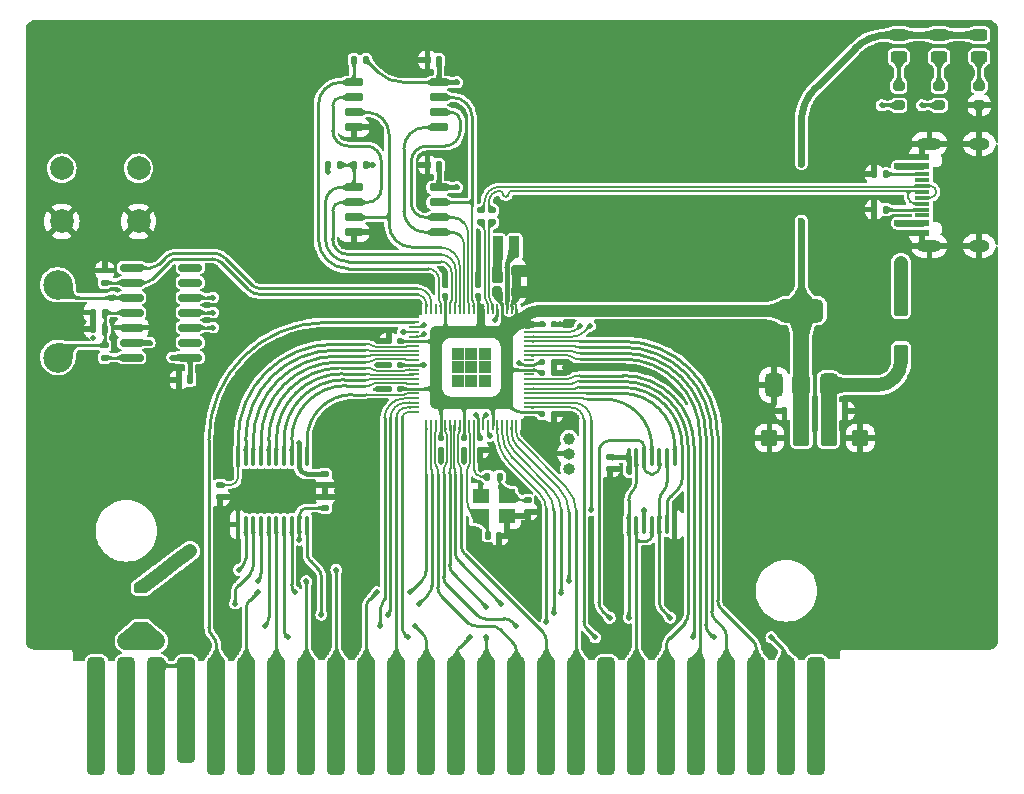
<source format=gbr>
%TF.GenerationSoftware,KiCad,Pcbnew,8.0.6*%
%TF.CreationDate,2024-11-30T11:18:15+01:00*%
%TF.ProjectId,Pico2-MSX,5069636f-322d-44d5-9358-2e6b69636164,0.3*%
%TF.SameCoordinates,Original*%
%TF.FileFunction,Copper,L1,Top*%
%TF.FilePolarity,Positive*%
%FSLAX46Y46*%
G04 Gerber Fmt 4.6, Leading zero omitted, Abs format (unit mm)*
G04 Created by KiCad (PCBNEW 8.0.6) date 2024-11-30 11:18:15*
%MOMM*%
%LPD*%
G01*
G04 APERTURE LIST*
G04 Aperture macros list*
%AMRoundRect*
0 Rectangle with rounded corners*
0 $1 Rounding radius*
0 $2 $3 $4 $5 $6 $7 $8 $9 X,Y pos of 4 corners*
0 Add a 4 corners polygon primitive as box body*
4,1,4,$2,$3,$4,$5,$6,$7,$8,$9,$2,$3,0*
0 Add four circle primitives for the rounded corners*
1,1,$1+$1,$2,$3*
1,1,$1+$1,$4,$5*
1,1,$1+$1,$6,$7*
1,1,$1+$1,$8,$9*
0 Add four rect primitives between the rounded corners*
20,1,$1+$1,$2,$3,$4,$5,0*
20,1,$1+$1,$4,$5,$6,$7,0*
20,1,$1+$1,$6,$7,$8,$9,0*
20,1,$1+$1,$8,$9,$2,$3,0*%
G04 Aperture macros list end*
%TA.AperFunction,Conductor*%
%ADD10C,0.200000*%
%TD*%
%TA.AperFunction,Conductor*%
%ADD11C,0.004000*%
%TD*%
%TA.AperFunction,Conductor*%
%ADD12C,0.100000*%
%TD*%
%TA.AperFunction,Conductor*%
%ADD13C,0.073000*%
%TD*%
%TA.AperFunction,Conductor*%
%ADD14C,0.000100*%
%TD*%
%TA.AperFunction,EtchedComponent*%
%ADD15C,0.300000*%
%TD*%
%TA.AperFunction,SMDPad,CuDef*%
%ADD16RoundRect,0.125000X-0.125000X0.155000X-0.125000X-0.155000X0.125000X-0.155000X0.125000X0.155000X0*%
%TD*%
%TA.AperFunction,SMDPad,CuDef*%
%ADD17C,2.500000*%
%TD*%
%TA.AperFunction,SMDPad,CuDef*%
%ADD18R,1.240000X0.600000*%
%TD*%
%TA.AperFunction,SMDPad,CuDef*%
%ADD19R,1.240000X0.300000*%
%TD*%
%TA.AperFunction,ComponentPad*%
%ADD20O,2.100000X1.000000*%
%TD*%
%TA.AperFunction,ComponentPad*%
%ADD21O,1.800000X1.000000*%
%TD*%
%TA.AperFunction,SMDPad,CuDef*%
%ADD22RoundRect,0.135000X0.135000X0.185000X-0.135000X0.185000X-0.135000X-0.185000X0.135000X-0.185000X0*%
%TD*%
%TA.AperFunction,SMDPad,CuDef*%
%ADD23RoundRect,0.150000X-0.650000X-0.150000X0.650000X-0.150000X0.650000X0.150000X-0.650000X0.150000X0*%
%TD*%
%TA.AperFunction,SMDPad,CuDef*%
%ADD24RoundRect,0.100000X-0.100000X0.637500X-0.100000X-0.637500X0.100000X-0.637500X0.100000X0.637500X0*%
%TD*%
%TA.AperFunction,SMDPad,CuDef*%
%ADD25RoundRect,0.125000X0.155000X0.125000X-0.155000X0.125000X-0.155000X-0.125000X0.155000X-0.125000X0*%
%TD*%
%TA.AperFunction,SMDPad,CuDef*%
%ADD26R,1.400000X1.200000*%
%TD*%
%TA.AperFunction,SMDPad,CuDef*%
%ADD27RoundRect,0.140000X-0.140000X-0.170000X0.140000X-0.170000X0.140000X0.170000X-0.140000X0.170000X0*%
%TD*%
%TA.AperFunction,SMDPad,CuDef*%
%ADD28RoundRect,0.135000X-0.185000X0.135000X-0.185000X-0.135000X0.185000X-0.135000X0.185000X0.135000X0*%
%TD*%
%TA.AperFunction,SMDPad,CuDef*%
%ADD29RoundRect,0.243750X0.456250X-0.243750X0.456250X0.243750X-0.456250X0.243750X-0.456250X-0.243750X0*%
%TD*%
%TA.AperFunction,SMDPad,CuDef*%
%ADD30RoundRect,0.200000X-0.275000X0.200000X-0.275000X-0.200000X0.275000X-0.200000X0.275000X0.200000X0*%
%TD*%
%TA.AperFunction,SMDPad,CuDef*%
%ADD31RoundRect,0.055000X0.335000X-0.055000X0.335000X0.055000X-0.335000X0.055000X-0.335000X-0.055000X0*%
%TD*%
%TA.AperFunction,SMDPad,CuDef*%
%ADD32RoundRect,0.055000X-0.055000X-0.335000X0.055000X-0.335000X0.055000X0.335000X-0.055000X0.335000X0*%
%TD*%
%TA.AperFunction,ComponentPad*%
%ADD33C,0.600000*%
%TD*%
%TA.AperFunction,SMDPad,CuDef*%
%ADD34R,1.133333X1.133333*%
%TD*%
%TA.AperFunction,SMDPad,CuDef*%
%ADD35RoundRect,0.125000X-0.155000X-0.125000X0.155000X-0.125000X0.155000X0.125000X-0.155000X0.125000X0*%
%TD*%
%TA.AperFunction,SMDPad,CuDef*%
%ADD36RoundRect,0.250000X-0.450000X-0.425000X0.450000X-0.425000X0.450000X0.425000X-0.450000X0.425000X0*%
%TD*%
%TA.AperFunction,SMDPad,CuDef*%
%ADD37RoundRect,0.140000X0.140000X0.170000X-0.140000X0.170000X-0.140000X-0.170000X0.140000X-0.170000X0*%
%TD*%
%TA.AperFunction,ConnectorPad*%
%ADD38RoundRect,0.375000X-0.375000X-4.625000X0.375000X-4.625000X0.375000X4.625000X-0.375000X4.625000X0*%
%TD*%
%TA.AperFunction,ConnectorPad*%
%ADD39RoundRect,0.375000X-0.375000X-4.125000X0.375000X-4.125000X0.375000X4.125000X-0.375000X4.125000X0*%
%TD*%
%TA.AperFunction,ComponentPad*%
%ADD40C,1.000000*%
%TD*%
%TA.AperFunction,ComponentPad*%
%ADD41O,1.000000X1.000000*%
%TD*%
%TA.AperFunction,SMDPad,CuDef*%
%ADD42RoundRect,0.135000X0.185000X-0.135000X0.185000X0.135000X-0.185000X0.135000X-0.185000X-0.135000X0*%
%TD*%
%TA.AperFunction,SMDPad,CuDef*%
%ADD43RoundRect,0.200000X-0.200000X-0.275000X0.200000X-0.275000X0.200000X0.275000X-0.200000X0.275000X0*%
%TD*%
%TA.AperFunction,SMDPad,CuDef*%
%ADD44RoundRect,0.225000X0.375000X-0.225000X0.375000X0.225000X-0.375000X0.225000X-0.375000X-0.225000X0*%
%TD*%
%TA.AperFunction,SMDPad,CuDef*%
%ADD45RoundRect,0.150000X0.825000X0.150000X-0.825000X0.150000X-0.825000X-0.150000X0.825000X-0.150000X0*%
%TD*%
%TA.AperFunction,SMDPad,CuDef*%
%ADD46RoundRect,0.135000X-0.135000X-0.185000X0.135000X-0.185000X0.135000X0.185000X-0.135000X0.185000X0*%
%TD*%
%TA.AperFunction,SMDPad,CuDef*%
%ADD47RoundRect,0.140000X0.170000X-0.140000X0.170000X0.140000X-0.170000X0.140000X-0.170000X-0.140000X0*%
%TD*%
%TA.AperFunction,SMDPad,CuDef*%
%ADD48RoundRect,0.125000X0.125000X-0.155000X0.125000X0.155000X-0.125000X0.155000X-0.125000X-0.155000X0*%
%TD*%
%TA.AperFunction,SMDPad,CuDef*%
%ADD49RoundRect,0.100000X0.100000X-0.637500X0.100000X0.637500X-0.100000X0.637500X-0.100000X-0.637500X0*%
%TD*%
%TA.AperFunction,SMDPad,CuDef*%
%ADD50RoundRect,0.140000X-0.170000X0.140000X-0.170000X-0.140000X0.170000X-0.140000X0.170000X0.140000X0*%
%TD*%
%TA.AperFunction,SMDPad,CuDef*%
%ADD51RoundRect,0.225000X-0.225000X-0.725000X0.225000X-0.725000X0.225000X0.725000X-0.225000X0.725000X0*%
%TD*%
%TA.AperFunction,SMDPad,CuDef*%
%ADD52RoundRect,0.225000X-0.375000X0.225000X-0.375000X-0.225000X0.375000X-0.225000X0.375000X0.225000X0*%
%TD*%
%TA.AperFunction,SMDPad,CuDef*%
%ADD53RoundRect,0.375000X0.375000X-0.625000X0.375000X0.625000X-0.375000X0.625000X-0.375000X-0.625000X0*%
%TD*%
%TA.AperFunction,SMDPad,CuDef*%
%ADD54RoundRect,0.500000X1.400000X-0.500000X1.400000X0.500000X-1.400000X0.500000X-1.400000X-0.500000X0*%
%TD*%
%TA.AperFunction,SMDPad,CuDef*%
%ADD55RoundRect,0.250000X0.450000X0.425000X-0.450000X0.425000X-0.450000X-0.425000X0.450000X-0.425000X0*%
%TD*%
%TA.AperFunction,ComponentPad*%
%ADD56C,2.000000*%
%TD*%
%TA.AperFunction,ViaPad*%
%ADD57C,0.500000*%
%TD*%
%TA.AperFunction,ViaPad*%
%ADD58C,1.200000*%
%TD*%
%TA.AperFunction,ViaPad*%
%ADD59C,0.475000*%
%TD*%
%TA.AperFunction,ViaPad*%
%ADD60C,0.600000*%
%TD*%
%TA.AperFunction,ViaPad*%
%ADD61C,0.400000*%
%TD*%
%TA.AperFunction,Conductor*%
%ADD62C,0.500000*%
%TD*%
%TA.AperFunction,Conductor*%
%ADD63C,0.475000*%
%TD*%
%TA.AperFunction,Conductor*%
%ADD64C,0.220000*%
%TD*%
%TA.AperFunction,Conductor*%
%ADD65C,0.800000*%
%TD*%
%TA.AperFunction,Conductor*%
%ADD66C,0.150000*%
%TD*%
%TA.AperFunction,Conductor*%
%ADD67C,0.250000*%
%TD*%
%TA.AperFunction,Conductor*%
%ADD68C,1.200000*%
%TD*%
%TA.AperFunction,Conductor*%
%ADD69C,0.300000*%
%TD*%
%TA.AperFunction,Conductor*%
%ADD70C,1.350000*%
%TD*%
%TA.AperFunction,Conductor*%
%ADD71C,0.900000*%
%TD*%
%TA.AperFunction,Conductor*%
%ADD72C,1.500000*%
%TD*%
%TA.AperFunction,Conductor*%
%ADD73C,0.450000*%
%TD*%
%TA.AperFunction,Conductor*%
%ADD74C,1.000000*%
%TD*%
%TA.AperFunction,Conductor*%
%ADD75C,0.400000*%
%TD*%
%TA.AperFunction,Conductor*%
%ADD76C,0.600000*%
%TD*%
%TA.AperFunction,Conductor*%
%ADD77C,0.157700*%
%TD*%
G04 APERTURE END LIST*
%TO.N,+3V3*%
D10*
X159372500Y-84989000D02*
X159512500Y-84989000D01*
X159512500Y-85109000D01*
X159372500Y-85109000D01*
X159372500Y-84989000D01*
D11*
%TO.N,+5V*%
X129091913Y-109207500D02*
X128671913Y-109207500D01*
X129091913Y-108887500D01*
X129091913Y-109207500D01*
%TA.AperFunction,Conductor*%
G36*
X129091913Y-109207500D02*
G01*
X128671913Y-109207500D01*
X129091913Y-108887500D01*
X129091913Y-109207500D01*
G37*
%TD.AperFunction*%
%TO.N,+3V3*%
D12*
X159712500Y-86675250D02*
X160902500Y-86675250D01*
X160902500Y-87555250D01*
X159712500Y-87555250D01*
X159712500Y-86675250D01*
%TA.AperFunction,Conductor*%
G36*
X159712500Y-86675250D02*
G01*
X160902500Y-86675250D01*
X160902500Y-87555250D01*
X159712500Y-87555250D01*
X159712500Y-86675250D01*
G37*
%TD.AperFunction*%
D13*
X157712500Y-85669000D02*
X158112500Y-85669000D01*
X158112500Y-87569000D01*
X157712500Y-87569000D01*
X157712500Y-85669000D01*
%TA.AperFunction,Conductor*%
G36*
X157712500Y-85669000D02*
G01*
X158112500Y-85669000D01*
X158112500Y-87569000D01*
X157712500Y-87569000D01*
X157712500Y-85669000D01*
G37*
%TD.AperFunction*%
D14*
%TO.N,Net-(D1-A)*%
X130951913Y-113547500D02*
X127391913Y-113547500D01*
X128661913Y-112487500D01*
X129681913Y-112487500D01*
X130951913Y-113547500D01*
%TA.AperFunction,Conductor*%
G36*
X130951913Y-113547500D02*
G01*
X127391913Y-113547500D01*
X128661913Y-112487500D01*
X129681913Y-112487500D01*
X130951913Y-113547500D01*
G37*
%TD.AperFunction*%
D15*
%TD*%
%TO.C,U5*%
X131422913Y-116179300D02*
X132000913Y-116179300D01*
%TO.C,U5*%
X131041913Y-116560300D02*
G75*
G02*
X131422913Y-116179300I380999J1D01*
G01*
X131422913Y-116179300D02*
G75*
G02*
X131041913Y-115798300I-1J380999D01*
G01*
X132000913Y-116179300D02*
G75*
G02*
X132381913Y-116560300I1J-380999D01*
G01*
X132381913Y-115798300D02*
G75*
G02*
X132000913Y-116179300I-380999J-1D01*
G01*
%TD*%
D16*
%TO.P,C14,1*%
%TO.N,+1V1*%
X157852500Y-96939000D03*
%TO.P,C14,2*%
%TO.N,GND*%
X157852500Y-97899000D03*
%TD*%
D17*
%TO.P,TP1,1,1*%
%TO.N,/AUDIO*%
X122093750Y-83931500D03*
%TD*%
D16*
%TO.P,C10,1*%
%TO.N,+3V3*%
X154512500Y-96939000D03*
%TO.P,C10,2*%
%TO.N,GND*%
X154512500Y-97899000D03*
%TD*%
D18*
%TO.P,J2,A1,GND*%
%TO.N,GND*%
X195297500Y-79514000D03*
%TO.P,J2,A4,VBUS*%
%TO.N,Net-(D3-A)*%
X195297500Y-78714000D03*
D19*
%TO.P,J2,A5,CC1*%
%TO.N,Net-(J2-CC1)*%
X195297500Y-77564000D03*
%TO.P,J2,A6,D+*%
%TO.N,/USB_D+*%
X195297500Y-76564000D03*
%TO.P,J2,A7,D-*%
%TO.N,/USB_D-*%
X195297500Y-76064000D03*
%TO.P,J2,A8,SBU1*%
%TO.N,unconnected-(J2-SBU1-PadA8)*%
X195297500Y-75064000D03*
D18*
%TO.P,J2,A9,VBUS*%
%TO.N,Net-(D3-A)*%
X195297500Y-73914000D03*
%TO.P,J2,A12,GND*%
%TO.N,GND*%
X195297500Y-73114000D03*
%TO.P,J2,B1,GND*%
X195297500Y-73114000D03*
%TO.P,J2,B4,VBUS*%
%TO.N,Net-(D3-A)*%
X195297500Y-73914000D03*
D19*
%TO.P,J2,B5,CC2*%
%TO.N,Net-(J2-CC2)*%
X195297500Y-74564000D03*
%TO.P,J2,B6,D+*%
%TO.N,/USB_D+*%
X195297500Y-75564000D03*
%TO.P,J2,B7,D-*%
%TO.N,/USB_D-*%
X195297500Y-77064000D03*
%TO.P,J2,B8,SBU2*%
%TO.N,unconnected-(J2-SBU2-PadB8)*%
X195297500Y-78064000D03*
D18*
%TO.P,J2,B9,VBUS*%
%TO.N,Net-(D3-A)*%
X195297500Y-78714000D03*
%TO.P,J2,B12,GND*%
%TO.N,GND*%
X195297500Y-79514000D03*
D20*
%TO.P,J2,S1,SHIELD*%
X195897500Y-80634000D03*
D21*
X200097500Y-80634000D03*
D20*
X195897500Y-71994000D03*
D21*
X200097500Y-71994000D03*
%TD*%
D22*
%TO.P,R12,1*%
%TO.N,Net-(J2-CC1)*%
X192230000Y-77564000D03*
%TO.P,R12,2*%
%TO.N,GND*%
X191210000Y-77564000D03*
%TD*%
D23*
%TO.P,U4,1,~{CS}*%
%TO.N,/QSPI_SS0*%
X147162500Y-75679000D03*
%TO.P,U4,2,DO(IO1)*%
%TO.N,/QSPI_SD1*%
X147162500Y-76949000D03*
%TO.P,U4,3,IO2*%
%TO.N,/QSPI_SD2*%
X147162500Y-78219000D03*
%TO.P,U4,4,GND*%
%TO.N,GND*%
X147162500Y-79489000D03*
%TO.P,U4,5,DI(IO0)*%
%TO.N,/QSPI_SD0*%
X154362500Y-79489000D03*
%TO.P,U4,6,CLK*%
%TO.N,/QSPI_SCLK*%
X154362500Y-78219000D03*
%TO.P,U4,7,IO3*%
%TO.N,/QSPI_SD3*%
X154362500Y-76949000D03*
%TO.P,U4,8,VCC*%
%TO.N,+3V3*%
X154362500Y-75679000D03*
%TD*%
D24*
%TO.P,U2,1,A1*%
%TO.N,/D7*%
X143202500Y-98529000D03*
%TO.P,U2,2,V_{CCA}*%
%TO.N,+3V3*%
X142552500Y-98529000D03*
%TO.P,U2,3,A2*%
%TO.N,/D6*%
X141902500Y-98529000D03*
%TO.P,U2,4,A3*%
%TO.N,/D5*%
X141252500Y-98529000D03*
%TO.P,U2,5,A4*%
%TO.N,/D4*%
X140602500Y-98529000D03*
%TO.P,U2,6,A5*%
%TO.N,/D3*%
X139952500Y-98529000D03*
%TO.P,U2,7,A6*%
%TO.N,/D2*%
X139302500Y-98529000D03*
%TO.P,U2,8,A7*%
%TO.N,/D1*%
X138652500Y-98529000D03*
%TO.P,U2,9,A8*%
%TO.N,/D0*%
X138002500Y-98529000D03*
%TO.P,U2,10,OE*%
%TO.N,/OE*%
X137352500Y-98529000D03*
%TO.P,U2,11,GND*%
%TO.N,GND*%
X137352500Y-104254000D03*
%TO.P,U2,12,B8*%
%TO.N,/MSX_D0*%
X138002500Y-104254000D03*
%TO.P,U2,13,B7*%
%TO.N,/MSX_D1*%
X138652500Y-104254000D03*
%TO.P,U2,14,B6*%
%TO.N,/MSX_D2*%
X139302500Y-104254000D03*
%TO.P,U2,15,B5*%
%TO.N,/MSX_D3*%
X139952500Y-104254000D03*
%TO.P,U2,16,B4*%
%TO.N,/MSX_D4*%
X140602500Y-104254000D03*
%TO.P,U2,17,B3*%
%TO.N,/MSX_D5*%
X141252500Y-104254000D03*
%TO.P,U2,18,B2*%
%TO.N,/MSX_D6*%
X141902500Y-104254000D03*
%TO.P,U2,19,V_{CCB}*%
%TO.N,+5V*%
X142552500Y-104254000D03*
%TO.P,U2,20,B1*%
%TO.N,/MSX_D7*%
X143202500Y-104254000D03*
%TD*%
D25*
%TO.P,C7,1*%
%TO.N,+3V3*%
X151092500Y-92719000D03*
%TO.P,C7,2*%
%TO.N,GND*%
X150132500Y-92719000D03*
%TD*%
D22*
%TO.P,R11,1*%
%TO.N,Net-(J2-CC2)*%
X192230000Y-74567750D03*
%TO.P,R11,2*%
%TO.N,GND*%
X191210000Y-74567750D03*
%TD*%
%TO.P,R1,1*%
%TO.N,Net-(U1-VrefB)*%
X126062500Y-86282500D03*
%TO.P,R1,2*%
%TO.N,GND*%
X125042500Y-86282500D03*
%TD*%
D26*
%TO.P,Y1,1,1*%
%TO.N,/XIN*%
X157887500Y-103516500D03*
%TO.P,Y1,2,2*%
%TO.N,GND*%
X160087500Y-103516500D03*
%TO.P,Y1,3,3*%
%TO.N,Net-(C18-Pad1)*%
X160087500Y-101816500D03*
%TO.P,Y1,4,4*%
%TO.N,GND*%
X157887500Y-101816500D03*
%TD*%
D27*
%TO.P,C15,1*%
%TO.N,/XIN*%
X158507500Y-105166500D03*
%TO.P,C15,2*%
%TO.N,GND*%
X159467500Y-105166500D03*
%TD*%
D28*
%TO.P,R9,1*%
%TO.N,/USB_D-*%
X158887500Y-77632750D03*
%TO.P,R9,2*%
%TO.N,/D-*%
X158887500Y-78652750D03*
%TD*%
D29*
%TO.P,D2,1,K*%
%TO.N,Net-(D2-K)*%
X193312500Y-64656500D03*
%TO.P,D2,2,A*%
%TO.N,+3V3*%
X193312500Y-62781500D03*
%TD*%
D22*
%TO.P,R7,1*%
%TO.N,+3V3*%
X148182500Y-73784000D03*
%TO.P,R7,2*%
%TO.N,/QSPI_SS0*%
X147162500Y-73784000D03*
%TD*%
D30*
%TO.P,R15,1*%
%TO.N,Net-(D5-K)*%
X200112500Y-67094000D03*
%TO.P,R15,2*%
%TO.N,GND*%
X200112500Y-68744000D03*
%TD*%
D31*
%TO.P,U6,1,GPIO4*%
%TO.N,/CLOCK*%
X152216000Y-87119000D03*
%TO.P,U6,2,GPIO5*%
%TO.N,/SPI0_~{CS}*%
X152216000Y-87519000D03*
%TO.P,U6,3,GPIO6*%
%TO.N,/SPI0_SCK*%
X152216000Y-87919000D03*
%TO.P,U6,4,GPIO7*%
%TO.N,/SPI0_MOSI*%
X152216000Y-88319000D03*
%TO.P,U6,5,IOVDD*%
%TO.N,+3V3*%
X152216000Y-88719000D03*
%TO.P,U6,6,GPIO8*%
%TO.N,/OE*%
X152216000Y-89119000D03*
%TO.P,U6,7,GPIO9*%
%TO.N,/D0*%
X152216000Y-89519000D03*
%TO.P,U6,8,GPIO10*%
%TO.N,/D1*%
X152216000Y-89919000D03*
%TO.P,U6,9,GPIO11*%
%TO.N,/D2*%
X152216000Y-90319000D03*
%TO.P,U6,10,DVDD*%
%TO.N,+1V1*%
X152216000Y-90719000D03*
%TO.P,U6,11,GPIO12*%
%TO.N,/D3*%
X152216000Y-91119000D03*
%TO.P,U6,12,GPIO13*%
%TO.N,/D4*%
X152216000Y-91519000D03*
%TO.P,U6,13,GPIO14*%
%TO.N,/D5*%
X152216000Y-91919000D03*
%TO.P,U6,14,GPIO15*%
%TO.N,/D6*%
X152216000Y-92319000D03*
%TO.P,U6,15,IOVDD*%
%TO.N,+3V3*%
X152216000Y-92719000D03*
%TO.P,U6,16,GPIO16*%
%TO.N,/D7*%
X152216000Y-93119000D03*
%TO.P,U6,17,GPIO17*%
%TO.N,/A0*%
X152216000Y-93519000D03*
%TO.P,U6,18,GPIO18*%
%TO.N,/A1*%
X152216000Y-93919000D03*
%TO.P,U6,19,GPIO19*%
%TO.N,/A2*%
X152216000Y-94319000D03*
%TO.P,U6,20,GPIO20*%
%TO.N,/A3*%
X152216000Y-94719000D03*
D32*
%TO.P,U6,21,GPIO21*%
%TO.N,/A4*%
X153312500Y-95815500D03*
%TO.P,U6,22,GPIO22*%
%TO.N,/A5*%
X153712500Y-95815500D03*
%TO.P,U6,23,GPIO23*%
%TO.N,/A6*%
X154112500Y-95815500D03*
%TO.P,U6,24,IOVDD*%
%TO.N,+3V3*%
X154512500Y-95815500D03*
%TO.P,U6,25,GPIO24*%
%TO.N,/A7*%
X154912500Y-95815500D03*
%TO.P,U6,26,GPIO25*%
%TO.N,/A8*%
X155312500Y-95815500D03*
%TO.P,U6,27,GPIO26*%
%TO.N,/A9*%
X155712500Y-95815500D03*
%TO.P,U6,28,GPIO27*%
%TO.N,/A10*%
X156112500Y-95815500D03*
%TO.P,U6,29,IOVDD*%
%TO.N,+3V3*%
X156512500Y-95815500D03*
%TO.P,U6,30,XIN*%
%TO.N,/XIN*%
X156912500Y-95815500D03*
%TO.P,U6,31,XOUT*%
%TO.N,/XOUT*%
X157312500Y-95815500D03*
%TO.P,U6,32,DVDD*%
%TO.N,+1V1*%
X157712500Y-95815500D03*
%TO.P,U6,33,SWCLK*%
%TO.N,/SWCLK*%
X158112500Y-95815500D03*
%TO.P,U6,34,SWD*%
%TO.N,/SWD*%
X158512500Y-95815500D03*
%TO.P,U6,35,RUN*%
%TO.N,+3V3*%
X158912500Y-95815500D03*
%TO.P,U6,36,GPIO28*%
%TO.N,/A11*%
X159312500Y-95815500D03*
%TO.P,U6,37,GPIO29*%
%TO.N,/A12*%
X159712500Y-95815500D03*
%TO.P,U6,38,GPIO30*%
%TO.N,/A13*%
X160112500Y-95815500D03*
%TO.P,U6,39,GPIO31*%
%TO.N,/A14*%
X160512500Y-95815500D03*
%TO.P,U6,40,GPIO32*%
%TO.N,/A15*%
X160912500Y-95815500D03*
D31*
%TO.P,U6,41,IOVDD*%
%TO.N,+3V3*%
X162009000Y-94719000D03*
%TO.P,U6,42,GPIO33*%
%TO.N,/~{RESET}*%
X162009000Y-94319000D03*
%TO.P,U6,43,GPIO34*%
%TO.N,/~{IORQ_RD}*%
X162009000Y-93919000D03*
%TO.P,U6,44,GPIO35*%
%TO.N,/~{IORQ_WR}*%
X162009000Y-93519000D03*
%TO.P,U6,45,GPIO36*%
%TO.N,/~{SLTSL_WR}*%
X162009000Y-93119000D03*
%TO.P,U6,46,GPIO37*%
%TO.N,/~{SLTSL_RD}*%
X162009000Y-92719000D03*
%TO.P,U6,47,GPIO38*%
%TO.N,/~{MREQ}*%
X162009000Y-92319000D03*
%TO.P,U6,48,GPIO39*%
%TO.N,/~{M1}*%
X162009000Y-91919000D03*
%TO.P,U6,49,GPIO40_ADC0*%
%TO.N,unconnected-(U6-GPIO40_ADC0-Pad49)*%
X162009000Y-91519000D03*
%TO.P,U6,50,IOVDD*%
%TO.N,+3V3*%
X162009000Y-91119000D03*
%TO.P,U6,51,DVDD*%
%TO.N,+1V1*%
X162009000Y-90719000D03*
%TO.P,U6,52,GPIO41_ADC1*%
%TO.N,unconnected-(U6-GPIO41_ADC1-Pad52)*%
X162009000Y-90319000D03*
%TO.P,U6,53,GPIO42_ADC2*%
%TO.N,/~{BUSDIR}*%
X162009000Y-89919000D03*
%TO.P,U6,54,GPIO43_ADC3*%
%TO.N,/~{WAIT}*%
X162009000Y-89519000D03*
%TO.P,U6,55,GPIO44_ADC4*%
%TO.N,/~{EXINT}*%
X162009000Y-89119000D03*
%TO.P,U6,56,GPIO45_ADC5*%
%TO.N,/~{RFSH}*%
X162009000Y-88719000D03*
%TO.P,U6,57,GPIO46_ADC6*%
%TO.N,/LED1*%
X162009000Y-88319000D03*
%TO.P,U6,58,GPIO47_ADC7*%
%TO.N,/LED2*%
X162009000Y-87919000D03*
%TO.P,U6,59,ADC_AVDD*%
%TO.N,+3V3*%
X162009000Y-87519000D03*
%TO.P,U6,60,IOVDD*%
X162009000Y-87119000D03*
D32*
%TO.P,U6,61,VREG_AVDD*%
X160912500Y-86022500D03*
%TO.P,U6,62,VREG_PGND*%
%TO.N,GND*%
X160512500Y-86022500D03*
%TO.P,U6,63,VREG_LX*%
%TO.N,/VREG_LX*%
X160112500Y-86022500D03*
%TO.P,U6,64,VREG_VIN*%
%TO.N,+3V3*%
X159712500Y-86022500D03*
%TO.P,U6,65,VREG_FB*%
%TO.N,+1V1*%
X159312500Y-86022500D03*
%TO.P,U6,66,USB_DM*%
%TO.N,/D-*%
X158912500Y-86022500D03*
%TO.P,U6,67,USB_DP*%
%TO.N,/D+*%
X158512500Y-86022500D03*
%TO.P,U6,68,USB_OTP_VDD*%
%TO.N,+3V3*%
X158112500Y-86022500D03*
%TO.P,U6,69,QSPI_IOVDD*%
X157712500Y-86022500D03*
%TO.P,U6,70,QSPI_SD3*%
%TO.N,/QSPI_SD3*%
X157312500Y-86022500D03*
%TO.P,U6,71,QSPI_SCLK*%
%TO.N,/QSPI_SCLK*%
X156912500Y-86022500D03*
%TO.P,U6,72,QSPI_SD0*%
%TO.N,/QSPI_SD0*%
X156512500Y-86022500D03*
%TO.P,U6,73,QSPI_SD2*%
%TO.N,/QSPI_SD2*%
X156112500Y-86022500D03*
%TO.P,U6,74,QSPI_SD1*%
%TO.N,/QSPI_SD1*%
X155712500Y-86022500D03*
%TO.P,U6,75,QSPI_SS*%
%TO.N,/QSPI_SS0*%
X155312500Y-86022500D03*
%TO.P,U6,76,IOVDD*%
%TO.N,+3V3*%
X154912500Y-86022500D03*
%TO.P,U6,77,GPIO0*%
%TO.N,/QSPI_SS1*%
X154512500Y-86022500D03*
%TO.P,U6,78,GPIO1*%
%TO.N,unconnected-(U6-GPIO1-Pad78)*%
X154112500Y-86022500D03*
%TO.P,U6,79,GPIO2*%
%TO.N,/~{LDAC}*%
X153712500Y-86022500D03*
%TO.P,U6,80,GPIO3*%
%TO.N,/~{SHDN}*%
X153312500Y-86022500D03*
D33*
%TO.P,U6,81,GND*%
%TO.N,GND*%
X155979167Y-89785667D03*
D34*
X155979167Y-89785667D03*
D33*
X155979167Y-90919000D03*
D34*
X155979167Y-90919000D03*
D33*
X155979167Y-92052333D03*
D34*
X155979167Y-92052333D03*
D33*
X157112500Y-89785667D03*
D34*
X157112500Y-89785667D03*
D33*
X157112500Y-90919000D03*
D34*
X157112500Y-90919000D03*
D33*
X157112500Y-92052333D03*
D34*
X157112500Y-92052333D03*
D33*
X158245833Y-89785667D03*
D34*
X158245833Y-89785667D03*
D33*
X158245833Y-90919000D03*
D34*
X158245833Y-90919000D03*
D33*
X158245833Y-92052333D03*
D34*
X158245833Y-92052333D03*
%TD*%
D35*
%TO.P,C22,1*%
%TO.N,+3V3*%
X163132500Y-94859000D03*
%TO.P,C22,2*%
%TO.N,GND*%
X164092500Y-94859000D03*
%TD*%
D36*
%TO.P,C27,1*%
%TO.N,+5V*%
X187352500Y-96906500D03*
%TO.P,C27,2*%
%TO.N,GND*%
X190052500Y-96906500D03*
%TD*%
D37*
%TO.P,C9,1*%
%TO.N,+3V3*%
X154362500Y-73784000D03*
%TO.P,C9,2*%
%TO.N,GND*%
X153402500Y-73784000D03*
%TD*%
D38*
%TO.P,U5,2,~{CS2}*%
%TO.N,unconnected-(U5-~{CS2}-Pad2)*%
X186321913Y-120446500D03*
%TO.P,U5,4,~{SLTSL}*%
%TO.N,/~{SLTSL}*%
X183781913Y-120446500D03*
%TO.P,U5,6,~{RFSH}*%
%TO.N,/~{RFSH}*%
X181241913Y-120446500D03*
%TO.P,U5,8,~{EXINT}*%
%TO.N,/~{EXINT}*%
X178701913Y-120446500D03*
%TO.P,U5,10,~{BUSDIR}*%
%TO.N,/~{BUSDIR}*%
X176161913Y-120446500D03*
%TO.P,U5,12,~{MREQ}*%
%TO.N,/~{MREQ}*%
X173621913Y-120446500D03*
%TO.P,U5,14,~{RD}*%
%TO.N,/~{RD}*%
X171081913Y-120446500D03*
%TO.P,U5,16,NC*%
%TO.N,unconnected-(U5-NC-Pad16)*%
X168541913Y-120446500D03*
%TO.P,U5,18,A15*%
%TO.N,/A15*%
X166001913Y-120446500D03*
%TO.P,U5,20,A10*%
%TO.N,/A10*%
X163461913Y-120446500D03*
%TO.P,U5,22,A6*%
%TO.N,/A6*%
X160921913Y-120446500D03*
%TO.P,U5,24,A8*%
%TO.N,/A8*%
X158381913Y-120446500D03*
%TO.P,U5,26,A13*%
%TO.N,/A13*%
X155841913Y-120446500D03*
%TO.P,U5,28,A0*%
%TO.N,/A0*%
X153301913Y-120446500D03*
%TO.P,U5,30,A2*%
%TO.N,/A2*%
X150761913Y-120446500D03*
%TO.P,U5,32,A4*%
%TO.N,/A4*%
X148221913Y-120446500D03*
%TO.P,U5,34,D0*%
%TO.N,/MSX_D0*%
X145681913Y-120446500D03*
%TO.P,U5,36,D2*%
%TO.N,/MSX_D2*%
X143141913Y-120446500D03*
%TO.P,U5,38,D4*%
%TO.N,/MSX_D4*%
X140601913Y-120446500D03*
%TO.P,U5,40,D6*%
%TO.N,/MSX_D6*%
X138061913Y-120446500D03*
%TO.P,U5,42,CLOCK*%
%TO.N,/CLOCK*%
X135521913Y-120446500D03*
D39*
%TO.P,U5,44,SW1*%
%TO.N,Net-(U5-SW1)*%
X132981913Y-119946500D03*
D38*
%TO.P,U5,46,SW2*%
X130441913Y-120446500D03*
%TO.P,U5,48,+12V*%
%TO.N,unconnected-(U5-+12V-Pad48)*%
X127901913Y-120446500D03*
%TO.P,U5,50,-12V*%
%TO.N,unconnected-(U5--12V-Pad50)*%
X125361913Y-120446500D03*
%TD*%
D40*
%TO.P,J1,1,Pin_1*%
%TO.N,/SWCLK*%
X165367500Y-96951500D03*
D41*
%TO.P,J1,2,Pin_2*%
%TO.N,GND*%
X165367500Y-98221500D03*
%TO.P,J1,3,Pin_3*%
%TO.N,/SWD*%
X165367500Y-99491500D03*
%TD*%
D42*
%TO.P,R2,1*%
%TO.N,/~{SHDN}*%
X126062500Y-83742500D03*
%TO.P,R2,2*%
%TO.N,GND*%
X126062500Y-82722500D03*
%TD*%
D28*
%TO.P,R4,1*%
%TO.N,/OE*%
X135832500Y-100881500D03*
%TO.P,R4,2*%
%TO.N,GND*%
X135832500Y-101901500D03*
%TD*%
D42*
%TO.P,R3,1*%
%TO.N,Net-(U1-VoutA)*%
X126062500Y-90092500D03*
%TO.P,R3,2*%
%TO.N,Net-(U1-VrefB)*%
X126062500Y-89072500D03*
%TD*%
D22*
%TO.P,R5,1*%
%TO.N,/QSPI_SS0*%
X145962500Y-73784000D03*
%TO.P,R5,2*%
%TO.N,/~{USB_BOOT}*%
X144942500Y-73784000D03*
%TD*%
D28*
%TO.P,R8,1*%
%TO.N,/USB_D+*%
X157937500Y-77632750D03*
%TO.P,R8,2*%
%TO.N,/D+*%
X157937500Y-78652750D03*
%TD*%
D43*
%TO.P,C16,1*%
%TO.N,+3V3*%
X159312500Y-84525250D03*
%TO.P,C16,2*%
%TO.N,GND*%
X160912500Y-84525250D03*
%TD*%
D25*
%TO.P,C5,1*%
%TO.N,+3V3*%
X151092500Y-88719000D03*
%TO.P,C5,2*%
%TO.N,GND*%
X150132500Y-88719000D03*
%TD*%
D37*
%TO.P,C25,1*%
%TO.N,+3V3*%
X184582500Y-94631500D03*
%TO.P,C25,2*%
%TO.N,GND*%
X183622500Y-94631500D03*
%TD*%
D44*
%TO.P,D3,1,K*%
%TO.N,+5V*%
X193483750Y-89417500D03*
%TO.P,D3,2,A*%
%TO.N,Net-(D3-A)*%
X193483750Y-86117500D03*
%TD*%
D43*
%TO.P,C17,1*%
%TO.N,+1V1*%
X159312500Y-82769000D03*
%TO.P,C17,2*%
%TO.N,GND*%
X160912500Y-82769000D03*
%TD*%
D45*
%TO.P,U1,1,VDD*%
%TO.N,+3V3*%
X133300000Y-90092500D03*
%TO.P,U1,2,NC*%
%TO.N,unconnected-(U1-NC-Pad2)*%
X133300000Y-88822500D03*
%TO.P,U1,3,~{CS}*%
%TO.N,/SPI0_~{CS}*%
X133300000Y-87552500D03*
%TO.P,U1,4,SCK*%
%TO.N,/SPI0_SCK*%
X133300000Y-86282500D03*
%TO.P,U1,5,SDI*%
%TO.N,/SPI0_MOSI*%
X133300000Y-85012500D03*
%TO.P,U1,6,NC*%
%TO.N,unconnected-(U1-NC-Pad6)*%
X133300000Y-83742500D03*
%TO.P,U1,7,NC*%
%TO.N,unconnected-(U1-NC-Pad7)*%
X133300000Y-82472500D03*
%TO.P,U1,8,~{LDAC}*%
%TO.N,/~{LDAC}*%
X128350000Y-82472500D03*
%TO.P,U1,9,~{SHDN}*%
%TO.N,/~{SHDN}*%
X128350000Y-83742500D03*
%TO.P,U1,10,VoutB*%
%TO.N,/AUDIO*%
X128350000Y-85012500D03*
%TO.P,U1,11,VrefB*%
%TO.N,Net-(U1-VrefB)*%
X128350000Y-86282500D03*
%TO.P,U1,12,AVSS*%
%TO.N,GND*%
X128350000Y-87552500D03*
%TO.P,U1,13,VrefA*%
%TO.N,+3V3*%
X128350000Y-88822500D03*
%TO.P,U1,14,VoutA*%
%TO.N,Net-(U1-VoutA)*%
X128350000Y-90092500D03*
%TD*%
D46*
%TO.P,R10,1*%
%TO.N,/XOUT*%
X158477500Y-100166500D03*
%TO.P,R10,2*%
%TO.N,Net-(C18-Pad1)*%
X159497500Y-100166500D03*
%TD*%
D47*
%TO.P,C4,1*%
%TO.N,+5V*%
X144730000Y-102829000D03*
%TO.P,C4,2*%
%TO.N,GND*%
X144730000Y-101869000D03*
%TD*%
D17*
%TO.P,TP2,1,1*%
%TO.N,Net-(U1-VrefB)*%
X122093750Y-90092500D03*
%TD*%
D48*
%TO.P,C13,1*%
%TO.N,+3V3*%
X157712500Y-84899000D03*
%TO.P,C13,2*%
%TO.N,GND*%
X157712500Y-83939000D03*
%TD*%
D30*
%TO.P,R13,1*%
%TO.N,Net-(D2-K)*%
X193312500Y-67094000D03*
%TO.P,R13,2*%
%TO.N,/LED2*%
X193312500Y-68744000D03*
%TD*%
D37*
%TO.P,C2,1*%
%TO.N,+3V3*%
X133300000Y-91997500D03*
%TO.P,C2,2*%
%TO.N,GND*%
X132340000Y-91997500D03*
%TD*%
D49*
%TO.P,U7,1*%
%TO.N,/~{IORQ}*%
X170432500Y-104260000D03*
%TO.P,U7,2*%
%TO.N,/~{RD}*%
X171082500Y-104260000D03*
%TO.P,U7,3*%
%TO.N,/~{IORQ_RD}*%
X171732500Y-104260000D03*
%TO.P,U7,4*%
%TO.N,/~{RD}*%
X172382500Y-104260000D03*
%TO.P,U7,5*%
%TO.N,/~{SLTSL}*%
X173032500Y-104260000D03*
%TO.P,U7,6*%
%TO.N,/~{SLTSL_RD}*%
X173682500Y-104260000D03*
%TO.P,U7,7,GND*%
%TO.N,GND*%
X174332500Y-104260000D03*
%TO.P,U7,8*%
%TO.N,/~{SLTSL_WR}*%
X174332500Y-98535000D03*
%TO.P,U7,9*%
%TO.N,/~{SLTSL}*%
X173682500Y-98535000D03*
%TO.P,U7,10*%
%TO.N,/~{WR}*%
X173032500Y-98535000D03*
%TO.P,U7,11*%
%TO.N,/~{IORQ_WR}*%
X172382500Y-98535000D03*
%TO.P,U7,12*%
%TO.N,/~{WR}*%
X171732500Y-98535000D03*
%TO.P,U7,13*%
%TO.N,/~{IORQ}*%
X171082500Y-98535000D03*
%TO.P,U7,14,VCC*%
%TO.N,+3V3*%
X170432500Y-98535000D03*
%TD*%
D50*
%TO.P,C3,1*%
%TO.N,+3V3*%
X144730000Y-99964000D03*
%TO.P,C3,2*%
%TO.N,GND*%
X144730000Y-100924000D03*
%TD*%
D37*
%TO.P,C8,1*%
%TO.N,+3V3*%
X154362500Y-64894000D03*
%TO.P,C8,2*%
%TO.N,GND*%
X153402500Y-64894000D03*
%TD*%
D50*
%TO.P,C18,1*%
%TO.N,Net-(C18-Pad1)*%
X161887500Y-102186500D03*
%TO.P,C18,2*%
%TO.N,GND*%
X161887500Y-103146500D03*
%TD*%
D30*
%TO.P,R14,1*%
%TO.N,Net-(D4-K)*%
X196712500Y-67094000D03*
%TO.P,R14,2*%
%TO.N,/LED1*%
X196712500Y-68744000D03*
%TD*%
D51*
%TO.P,L1,1,1*%
%TO.N,+1V1*%
X159362500Y-80719000D03*
%TO.P,L1,2,2*%
%TO.N,/VREG_LX*%
X160762500Y-80719000D03*
%TD*%
D35*
%TO.P,C19,1*%
%TO.N,+3V3*%
X163132500Y-87294000D03*
%TO.P,C19,2*%
%TO.N,GND*%
X164092500Y-87294000D03*
%TD*%
D25*
%TO.P,C6,1*%
%TO.N,+1V1*%
X151092500Y-90719000D03*
%TO.P,C6,2*%
%TO.N,GND*%
X150132500Y-90719000D03*
%TD*%
D48*
%TO.P,C11,1*%
%TO.N,+3V3*%
X154912500Y-84899000D03*
%TO.P,C11,2*%
%TO.N,GND*%
X154912500Y-83939000D03*
%TD*%
D50*
%TO.P,C23,1*%
%TO.N,+3V3*%
X168860000Y-98535000D03*
%TO.P,C23,2*%
%TO.N,GND*%
X168860000Y-99495000D03*
%TD*%
D16*
%TO.P,C12,1*%
%TO.N,+3V3*%
X156512500Y-96939000D03*
%TO.P,C12,2*%
%TO.N,GND*%
X156512500Y-97899000D03*
%TD*%
D29*
%TO.P,D4,1,K*%
%TO.N,Net-(D4-K)*%
X196712500Y-64656500D03*
%TO.P,D4,2,A*%
%TO.N,+3V3*%
X196712500Y-62781500D03*
%TD*%
D52*
%TO.P,D1,1,K*%
%TO.N,+5V*%
X129172500Y-109589809D03*
%TO.P,D1,2,A*%
%TO.N,Net-(D1-A)*%
X129172500Y-112889809D03*
%TD*%
D37*
%TO.P,C1,1*%
%TO.N,Net-(U1-VrefB)*%
X126062500Y-87711250D03*
%TO.P,C1,2*%
%TO.N,GND*%
X125102500Y-87711250D03*
%TD*%
D27*
%TO.P,C26,1*%
%TO.N,+5V*%
X187822500Y-94631500D03*
%TO.P,C26,2*%
%TO.N,GND*%
X188782500Y-94631500D03*
%TD*%
D29*
%TO.P,D5,1,K*%
%TO.N,Net-(D5-K)*%
X200112500Y-64656500D03*
%TO.P,D5,2,A*%
%TO.N,+3V3*%
X200112500Y-62781500D03*
%TD*%
D35*
%TO.P,C21,1*%
%TO.N,+3V3*%
X163132500Y-91379000D03*
%TO.P,C21,2*%
%TO.N,GND*%
X164092500Y-91379000D03*
%TD*%
D53*
%TO.P,U8,1,GND*%
%TO.N,GND*%
X182752500Y-92419000D03*
%TO.P,U8,2,VO*%
%TO.N,+3V3*%
X185052500Y-92419000D03*
D54*
X185052500Y-86119000D03*
D53*
%TO.P,U8,3,VI*%
%TO.N,+5V*%
X187352500Y-92419000D03*
%TD*%
D55*
%TO.P,C24,1*%
%TO.N,+3V3*%
X185052500Y-96906500D03*
%TO.P,C24,2*%
%TO.N,GND*%
X182352500Y-96906500D03*
%TD*%
D22*
%TO.P,R6,1*%
%TO.N,+3V3*%
X148182500Y-64894000D03*
%TO.P,R6,2*%
%TO.N,/QSPI_SS1*%
X147162500Y-64894000D03*
%TD*%
D23*
%TO.P,U3,1,~{CS}*%
%TO.N,/QSPI_SS1*%
X147162500Y-66789000D03*
%TO.P,U3,2,DO(IO1)*%
%TO.N,/QSPI_SD1*%
X147162500Y-68059000D03*
%TO.P,U3,3,IO2*%
%TO.N,/QSPI_SD2*%
X147162500Y-69329000D03*
%TO.P,U3,4,GND*%
%TO.N,GND*%
X147162500Y-70599000D03*
%TO.P,U3,5,DI(IO0)*%
%TO.N,/QSPI_SD0*%
X154362500Y-70599000D03*
%TO.P,U3,6,CLK*%
%TO.N,/QSPI_SCLK*%
X154362500Y-69329000D03*
%TO.P,U3,7,IO3*%
%TO.N,/QSPI_SD3*%
X154362500Y-68059000D03*
%TO.P,U3,8,VCC*%
%TO.N,+3V3*%
X154362500Y-66789000D03*
%TD*%
D35*
%TO.P,C20,1*%
%TO.N,+1V1*%
X163132500Y-90459000D03*
%TO.P,C20,2*%
%TO.N,GND*%
X164092500Y-90459000D03*
%TD*%
D56*
%TO.P,SW1,1,1*%
%TO.N,GND*%
X122430000Y-78564000D03*
X128930000Y-78564000D03*
%TO.P,SW1,2,2*%
%TO.N,/~{USB_BOOT}*%
X122430000Y-74064000D03*
X128930000Y-74064000D03*
%TD*%
D57*
%TO.N,GND*%
X129872500Y-87552500D03*
X165112500Y-91379000D03*
D58*
X182151500Y-94631500D03*
D57*
X156512500Y-98419000D03*
X124152500Y-86282500D03*
X161887500Y-103866500D03*
X153402500Y-65846500D03*
D58*
X182751500Y-90219000D03*
D57*
X153402500Y-74726500D03*
X165112500Y-87294000D03*
X154512500Y-98419000D03*
X157712500Y-83419000D03*
X149112500Y-90719000D03*
X157852500Y-98919000D03*
X149612500Y-90719000D03*
X164612500Y-90459000D03*
X153402500Y-72821500D03*
D58*
X136633750Y-112826500D03*
D57*
X154912500Y-82919000D03*
X147162500Y-80441500D03*
X165112500Y-94859000D03*
X148540000Y-79489000D03*
D58*
X190302500Y-94631500D03*
D57*
X126062500Y-81832500D03*
X164612500Y-87294000D03*
X149112500Y-88719000D03*
X168860000Y-100285250D03*
D59*
X161712500Y-84762750D03*
D57*
X153402500Y-63941500D03*
D59*
X161712500Y-83006500D03*
D57*
X164612500Y-94859000D03*
X145682500Y-100924000D03*
X131420000Y-91997500D03*
X149612500Y-88719000D03*
X136452500Y-104254000D03*
D58*
X180751500Y-92419000D03*
D57*
X160187500Y-105166500D03*
X149112500Y-92719000D03*
X164612500Y-91379000D03*
D59*
X161712500Y-82531500D03*
D57*
X154912500Y-83419000D03*
X145682500Y-101869000D03*
X165112500Y-90459000D03*
X157852500Y-98419000D03*
D58*
X132981913Y-110287500D03*
D57*
X135832500Y-102666500D03*
X125102500Y-88467500D03*
X157712500Y-82919000D03*
X149612500Y-92719000D03*
X148540000Y-70599000D03*
X168860000Y-101015000D03*
X147162500Y-71551500D03*
D58*
X132982500Y-112827500D03*
D57*
X154512500Y-98919000D03*
D59*
X161712500Y-84287750D03*
D57*
X174332500Y-103022500D03*
X137352500Y-103016500D03*
X156512500Y-98919000D03*
X157887500Y-100766500D03*
X174332500Y-107647500D03*
D60*
%TO.N,/AUDIO*%
X126697500Y-85012500D03*
D58*
%TO.N,+5V*%
X130759413Y-108382309D03*
X133299413Y-106477309D03*
D57*
X142552500Y-105525000D03*
D58*
X190209000Y-92419000D03*
X132030000Y-107429809D03*
X188939000Y-92419000D03*
X191479000Y-92419000D03*
%TO.N,Net-(D1-A)*%
X129172500Y-114097500D03*
X130441913Y-114097500D03*
X127901913Y-114097500D03*
D57*
%TO.N,/SWD*%
X158712500Y-96719000D03*
%TO.N,/SWCLK*%
X158312500Y-94919000D03*
%TO.N,/~{USB_BOOT}*%
X144942500Y-74419000D03*
%TO.N,+3V3*%
X129872500Y-88822500D03*
D60*
X156312500Y-87919000D03*
X185052500Y-79356500D03*
D57*
X155912500Y-75679000D03*
X142552500Y-97319000D03*
X170432500Y-99772500D03*
D60*
X185052500Y-72856500D03*
X170432500Y-86119000D03*
D57*
X155912500Y-66789000D03*
D60*
X185052500Y-73669000D03*
X154112500Y-89319000D03*
D57*
X148762500Y-73784000D03*
D60*
X185052500Y-78544000D03*
X155512500Y-87919000D03*
D57*
X131777500Y-90092500D03*
D60*
X154112500Y-90119000D03*
D57*
%TO.N,/SPI0_SCK*%
X151312500Y-87919000D03*
X135270000Y-86282500D03*
D61*
%TO.N,+1V1*%
X159512500Y-83569000D03*
D57*
X153112500Y-90719000D03*
X159112500Y-86919000D03*
X161112500Y-90519000D03*
X157512500Y-94919000D03*
D61*
X159062500Y-83569000D03*
D57*
%TO.N,/LED2*%
X166325000Y-87419000D03*
X191837500Y-68731500D03*
%TO.N,/LED1*%
X195250000Y-68731500D03*
X167137500Y-87419000D03*
D60*
%TO.N,Net-(D3-A)*%
X193183750Y-78714000D03*
D58*
X193483750Y-83281500D03*
X193483750Y-82081500D03*
D60*
X193783750Y-73914000D03*
X193183750Y-73914000D03*
X193783750Y-78714000D03*
D58*
X193483750Y-84481500D03*
D57*
%TO.N,/MSX_D3*%
X139650000Y-112826500D03*
%TO.N,/MSX_D7*%
X144412500Y-111875000D03*
%TO.N,/MSX_D6*%
X142190000Y-109970000D03*
X139015000Y-109970000D03*
%TO.N,/MSX_D2*%
X139015000Y-109017500D03*
X143142500Y-109017500D03*
%TO.N,/MSX_D1*%
X137110000Y-110922500D03*
%TO.N,/MSX_D5*%
X141555000Y-113779000D03*
%TO.N,/MSX_D0*%
X145682500Y-108065000D03*
X137427500Y-108065000D03*
%TO.N,/~{WAIT}*%
X177620750Y-113785750D03*
%TO.N,/A11*%
X163462500Y-112510000D03*
%TO.N,/A13*%
X164732500Y-109994000D03*
X156962500Y-113779000D03*
%TO.N,/A12*%
X164097500Y-111715250D03*
%TO.N,/A8*%
X158382500Y-113780000D03*
X158382500Y-111240000D03*
%TO.N,/A9*%
X159652500Y-110921500D03*
%TO.N,/A14*%
X165367500Y-109016500D03*
%TO.N,/~{RESET}*%
X167590000Y-113779000D03*
%TO.N,/~{SLTSL}*%
X173940000Y-112122500D03*
X182511913Y-113779809D03*
%TO.N,/A1*%
X150062500Y-111875000D03*
%TO.N,/A0*%
X149387500Y-112827500D03*
X152350000Y-112827500D03*
%TO.N,/A7*%
X160922500Y-112827500D03*
%TO.N,/A4*%
X149087500Y-109970000D03*
X151912500Y-109970000D03*
%TO.N,/A5*%
X152667500Y-110922500D03*
%TO.N,/A3*%
X151715000Y-113780000D03*
%TO.N,/~{WR}*%
X168825543Y-112140543D03*
%TO.N,/~{M1}*%
X175845000Y-113779500D03*
%TO.N,/~{IORQ_RD}*%
X171732500Y-103022500D03*
X167272500Y-103022500D03*
%TO.N,/SPI0_~{CS}*%
X135270000Y-87552500D03*
X153112500Y-87319000D03*
%TO.N,/SPI0_MOSI*%
X135270000Y-85012500D03*
X153112500Y-88119000D03*
%TO.N,/~{IORQ}*%
X170432500Y-112122500D03*
%TD*%
D62*
%TO.N,GND*%
X164612500Y-91379000D02*
X165112500Y-91379000D01*
X150132500Y-90719000D02*
X149612500Y-90719000D01*
X149612500Y-92719000D02*
X149112500Y-92719000D01*
X160087500Y-103516500D02*
X160087500Y-105066500D01*
D63*
X161712500Y-82531500D02*
X161712500Y-83006500D01*
D64*
X161344332Y-84887750D02*
X161462500Y-84887750D01*
D62*
X154512500Y-98419000D02*
X154512500Y-98919000D01*
D63*
X161712500Y-84762750D02*
X161150000Y-84762750D01*
D64*
X160604606Y-85439009D02*
X161022599Y-85021016D01*
D62*
X154512500Y-97899000D02*
X154512500Y-98419000D01*
X157712500Y-83419000D02*
X157712500Y-82919000D01*
D63*
X161150000Y-83006500D02*
X160912500Y-82769000D01*
D65*
X160912500Y-82769000D02*
X160912500Y-84525250D01*
D62*
X156512500Y-98419000D02*
X156512500Y-98919000D01*
D64*
X160512500Y-86022500D02*
X160512500Y-85717467D01*
D62*
X154912500Y-83939000D02*
X154912500Y-83419000D01*
X164092500Y-90459000D02*
X164612500Y-90459000D01*
D63*
X161712500Y-84287750D02*
X161150000Y-84287750D01*
D62*
X160087500Y-105066500D02*
X160187500Y-105166500D01*
D63*
X161712500Y-83006500D02*
X161150000Y-83006500D01*
D62*
X156512500Y-97899000D02*
X156512500Y-98419000D01*
D63*
X161150000Y-84762750D02*
X160912500Y-84525250D01*
X161150000Y-84287750D02*
X160912500Y-84525250D01*
D62*
X149612500Y-90719000D02*
X149112500Y-90719000D01*
X164612500Y-94859000D02*
X165112500Y-94859000D01*
D63*
X160912500Y-84889000D02*
X160792500Y-85009000D01*
X161150000Y-82531500D02*
X160912500Y-82769000D01*
D62*
X154912500Y-83419000D02*
X154912500Y-82919000D01*
X150132500Y-92719000D02*
X149612500Y-92719000D01*
D63*
X161712500Y-82531500D02*
X161150000Y-82531500D01*
D64*
X160622500Y-84505250D02*
X160622500Y-85224757D01*
D62*
X164092500Y-94859000D02*
X164612500Y-94859000D01*
X161887500Y-103146500D02*
X161887500Y-103866500D01*
X160087500Y-103516500D02*
X161887500Y-103516500D01*
D63*
X161712500Y-84287750D02*
X161712500Y-84762750D01*
D62*
X195297500Y-79514000D02*
X195297500Y-80300000D01*
X164092500Y-91379000D02*
X164612500Y-91379000D01*
X150132500Y-88719000D02*
X149612500Y-88719000D01*
D64*
X160600355Y-85371911D02*
X160549748Y-85536248D01*
D62*
X164612500Y-90459000D02*
X165112500Y-90459000D01*
X157852500Y-98419000D02*
X157852500Y-98919000D01*
X157852500Y-97899000D02*
X157852500Y-98419000D01*
X157712500Y-83939000D02*
X157712500Y-83419000D01*
X149612500Y-88719000D02*
X149112500Y-88719000D01*
D64*
X160512500Y-85717467D02*
G75*
G02*
X160604616Y-85439017I479100J-4033D01*
G01*
X161022599Y-85021016D02*
G75*
G02*
X161344332Y-84887787I321701J-321784D01*
G01*
X160600355Y-85371911D02*
G75*
G03*
X160622487Y-85224757I-477855J147111D01*
G01*
D66*
%TO.N,/XIN*%
X156964998Y-96471498D02*
X156965002Y-96471502D01*
X157017500Y-96598244D02*
X157017500Y-98947894D01*
X156890020Y-99255658D02*
X156889980Y-99255698D01*
X157887500Y-103516500D02*
X158507500Y-104136500D01*
X157106793Y-103163293D02*
X157460000Y-103516500D01*
X156762500Y-99563462D02*
X156762500Y-102332097D01*
X157688196Y-103516500D02*
X157887500Y-103516500D01*
X156912500Y-95815500D02*
X156912500Y-96344756D01*
X157460000Y-103516500D02*
X157887500Y-103516500D01*
X158507500Y-104136500D02*
X158507500Y-105166500D01*
X156889980Y-99255698D02*
G75*
G03*
X156762460Y-99563462I307720J-307802D01*
G01*
X156912500Y-96344756D02*
G75*
G03*
X156964984Y-96471512I179200J-44D01*
G01*
X156762500Y-102332097D02*
G75*
G03*
X157106789Y-103163297I1175500J-3D01*
G01*
X156890020Y-99255658D02*
G75*
G03*
X157017509Y-98947894I-307720J307758D01*
G01*
X157017500Y-96598244D02*
G75*
G03*
X156965016Y-96471488I-179200J44D01*
G01*
D67*
%TO.N,Net-(U1-VrefB)*%
X128350000Y-86282500D02*
X126062500Y-86282500D01*
X123527964Y-89072500D02*
X126062500Y-89072500D01*
X126062500Y-87711250D02*
X126062500Y-89072500D01*
X122093750Y-90092500D02*
X122820857Y-89365393D01*
X126062500Y-86282500D02*
X126062500Y-87711250D01*
X123527964Y-89072500D02*
G75*
G03*
X122820875Y-89365411I36J-1000000D01*
G01*
D66*
%TO.N,Net-(C18-Pad1)*%
X159497500Y-101226500D02*
X160087500Y-101816500D01*
X159497500Y-100166500D02*
X159497500Y-101226500D01*
X160457500Y-102186500D02*
X160087500Y-101816500D01*
X161887500Y-102186500D02*
X160457500Y-102186500D01*
D67*
%TO.N,/AUDIO*%
X122093750Y-83931500D02*
X122881857Y-84719607D01*
X123588964Y-85012500D02*
X126697500Y-85012500D01*
X128350000Y-85012500D02*
X126697500Y-85012500D01*
X122881857Y-84719607D02*
G75*
G03*
X123588964Y-85012526I707143J707107D01*
G01*
D68*
%TO.N,+5V*%
X191479000Y-92419000D02*
X191483750Y-92419000D01*
D69*
X129172500Y-109575000D02*
X129374439Y-109423226D01*
D68*
X188939000Y-92419000D02*
X187352500Y-92419000D01*
D70*
X187352500Y-92419000D02*
X187352500Y-96906500D01*
D68*
X129374439Y-109423226D02*
X130759413Y-108382309D01*
X132030000Y-107429809D02*
X133299413Y-106477309D01*
D67*
X144730000Y-102829000D02*
X143187500Y-102829000D01*
X142552500Y-104254000D02*
X142552500Y-105525000D01*
D68*
X193483750Y-90414256D02*
X193483750Y-89617500D01*
X191479000Y-92419000D02*
X190209000Y-92419000D01*
D67*
X142552500Y-103464000D02*
X142552500Y-104254000D01*
D68*
X130759413Y-108382309D02*
X132030000Y-107429809D01*
X190209000Y-92419000D02*
X188939000Y-92419000D01*
X191479000Y-92419000D02*
G75*
G03*
X193483700Y-90414256I0J2004700D01*
G01*
D67*
X142552500Y-103464000D02*
G75*
G02*
X143187500Y-102829000I635000J0D01*
G01*
D71*
%TO.N,Net-(D1-A)*%
X129172500Y-112889809D02*
X129109413Y-112889809D01*
D72*
X130441913Y-114097309D02*
X129172691Y-114097309D01*
X129172691Y-114097309D02*
X129172500Y-114097500D01*
X127901913Y-114097309D02*
X129172309Y-114097309D01*
D71*
X129172500Y-112889809D02*
X129234413Y-112889809D01*
X129109413Y-112889809D02*
X127901913Y-114097309D01*
D72*
X129172309Y-114097309D02*
X129172500Y-114097500D01*
D71*
X129234413Y-112889809D02*
X130441913Y-114097309D01*
D73*
%TO.N,/VREG_LX*%
X160112500Y-82484902D02*
X160112500Y-85220000D01*
D64*
X160112500Y-86022500D02*
X160112500Y-85220000D01*
D73*
X160761123Y-81002900D02*
G75*
G02*
X160437535Y-81700199I-1122123J97000D01*
G01*
X160437543Y-81700207D02*
G75*
G03*
X160112502Y-82484902I784657J-784693D01*
G01*
D67*
%TO.N,/QSPI_SS0*%
X147162500Y-75679000D02*
X146060500Y-75679000D01*
D66*
X155437500Y-82919000D02*
X155437500Y-85205611D01*
D67*
X147162500Y-73784000D02*
X145962500Y-73784000D01*
X144762500Y-76977000D02*
X144762500Y-80069000D01*
X146662500Y-81969000D02*
X154487500Y-81969000D01*
D66*
X155374999Y-85356501D02*
X155375000Y-85356500D01*
D67*
X147162500Y-75679000D02*
X147162500Y-73649000D01*
D66*
X155312500Y-85507389D02*
X155312500Y-86022500D01*
D67*
X146060500Y-75679000D02*
G75*
G03*
X144762500Y-76977000I0J-1298000D01*
G01*
D66*
X155437500Y-85205611D02*
G75*
G02*
X155374996Y-85356498I-213400J11D01*
G01*
X154487500Y-81969000D02*
G75*
G02*
X155437500Y-82919000I0J-950000D01*
G01*
D67*
X146662500Y-81969000D02*
G75*
G02*
X144762500Y-80069000I0J1900000D01*
G01*
D66*
X155312500Y-85507389D02*
G75*
G02*
X155375003Y-85356503I213400J-11D01*
G01*
%TO.N,/XOUT*%
X157938500Y-100166500D02*
X158477500Y-100166500D01*
X157347500Y-95850500D02*
X157347500Y-99575500D01*
X157312500Y-95815500D02*
X157347500Y-95850500D01*
X157347500Y-99575500D02*
G75*
G03*
X157938500Y-100166500I591000J0D01*
G01*
D67*
%TO.N,Net-(J2-CC1)*%
X192230000Y-77564000D02*
X195297500Y-77564000D01*
D66*
%TO.N,Net-(J2-CC2)*%
X195293750Y-74567750D02*
X195297500Y-74564000D01*
D67*
X192230000Y-74567750D02*
X195293750Y-74567750D01*
D66*
%TO.N,/SWD*%
X158512500Y-95815500D02*
X158512500Y-96236147D01*
X158712500Y-96719000D02*
G75*
G02*
X158512547Y-96236147I482900J482800D01*
G01*
%TO.N,/SWCLK*%
X158112500Y-95815500D02*
X158112500Y-95401885D01*
X158112500Y-95401885D02*
G75*
G02*
X158312517Y-94919017I682900J-15D01*
G01*
D67*
%TO.N,/~{USB_BOOT}*%
X144942500Y-73784000D02*
X144942500Y-74419000D01*
D64*
%TO.N,+3V3*%
X159712500Y-86022500D02*
X159712500Y-85717467D01*
D74*
X154912500Y-87919000D02*
X155412500Y-87919000D01*
D64*
X160912500Y-86022500D02*
X160912500Y-86284657D01*
X152216000Y-92719000D02*
X151092500Y-92719000D01*
X162009000Y-91119000D02*
X160112500Y-91119000D01*
D75*
X142552500Y-98529000D02*
X142552500Y-97319000D01*
D70*
X185052500Y-92419000D02*
X185052500Y-86119000D01*
D76*
X185052500Y-79356500D02*
X185052500Y-78544000D01*
X185052500Y-72856500D02*
X185052500Y-73669000D01*
D74*
X154112500Y-88311250D02*
X154112500Y-88321082D01*
D76*
X185052500Y-86119000D02*
X185052500Y-79356500D01*
D75*
X155912500Y-66789000D02*
X154362500Y-66789000D01*
X128350000Y-88822500D02*
X129872500Y-88822500D01*
D64*
X154512500Y-93919000D02*
X154512500Y-95815500D01*
D74*
X160112500Y-87919000D02*
X160112500Y-89219000D01*
X160112500Y-87919000D02*
X159712500Y-87919000D01*
D64*
X157712500Y-85342500D02*
X157712500Y-86022500D01*
D67*
X151320141Y-66789000D02*
X154362500Y-66789000D01*
D74*
X160112500Y-89219000D02*
X160112500Y-91119000D01*
D64*
X162009000Y-87519000D02*
X161719607Y-87519000D01*
D75*
X170432500Y-98535000D02*
X168860000Y-98535000D01*
D67*
X148182500Y-64894000D02*
X149198821Y-65910321D01*
D64*
X157712500Y-85342500D02*
X157712500Y-84839000D01*
X162009000Y-91119000D02*
X162427657Y-91119000D01*
D74*
X162940927Y-86119000D02*
X185052500Y-86119000D01*
D64*
X152216000Y-88719000D02*
X151092500Y-88719000D01*
D74*
X154112500Y-93919000D02*
X154512500Y-93919000D01*
D64*
X162009000Y-94719000D02*
X162992500Y-94719000D01*
X159624616Y-85371868D02*
X159676049Y-85539000D01*
X158112500Y-86022500D02*
X158112500Y-87919000D01*
D74*
X161112500Y-87119000D02*
X161526714Y-86704786D01*
D64*
X154512500Y-96999000D02*
X154512500Y-95815500D01*
X161366053Y-87372553D02*
X161112500Y-87119000D01*
D74*
X154112500Y-88719000D02*
X154112500Y-88919000D01*
D64*
X159579233Y-85395733D02*
X159052500Y-84869000D01*
D62*
X131777500Y-90092500D02*
X133300000Y-90092500D01*
D64*
X152216000Y-92719000D02*
X154112500Y-92719000D01*
D74*
X160605368Y-87626132D02*
X160405393Y-87826107D01*
D76*
X186224073Y-67297427D02*
X189568427Y-63953073D01*
D75*
X142552500Y-98529000D02*
X142552500Y-99329000D01*
D64*
X156512500Y-96999000D02*
X156512500Y-95815500D01*
D74*
X160112500Y-92619000D02*
X160112500Y-93919000D01*
D64*
X154912500Y-86022500D02*
X154912500Y-84839000D01*
D75*
X170432500Y-98535000D02*
X170432500Y-99772500D01*
D76*
X185052500Y-72206500D02*
X185052500Y-70125854D01*
D64*
X159602500Y-85224806D02*
X159602500Y-84505250D01*
D70*
X185052500Y-96906500D02*
X185052500Y-92419000D01*
D74*
X154112500Y-92619000D02*
X154112500Y-89719000D01*
X154112500Y-93919000D02*
X154112500Y-92719000D01*
D64*
X158912500Y-95815500D02*
X158912500Y-93919000D01*
D75*
X143187500Y-99964000D02*
X144730000Y-99964000D01*
D76*
X185052500Y-72206500D02*
X185052500Y-72856500D01*
D64*
X162992500Y-94719000D02*
X163132500Y-94859000D01*
D75*
X133300000Y-90092500D02*
X133300000Y-91997500D01*
D64*
X160619607Y-94426107D02*
X160112500Y-93919000D01*
D74*
X155412500Y-93919000D02*
X154512500Y-93919000D01*
D64*
X162009000Y-87519000D02*
X161615954Y-87519000D01*
X157712500Y-86022500D02*
X157712500Y-87919000D01*
D75*
X155912500Y-75679000D02*
X154362500Y-75679000D01*
D67*
X148762500Y-73784000D02*
X148182500Y-73784000D01*
D74*
X160112500Y-93919000D02*
X158912500Y-93919000D01*
X156512500Y-93919000D02*
X155412500Y-93919000D01*
X158812500Y-87919000D02*
X159512500Y-87919000D01*
X154112500Y-89719000D02*
X154112500Y-89219000D01*
D64*
X162009000Y-94719000D02*
X161326714Y-94719000D01*
D75*
X163192500Y-87294000D02*
X161287500Y-87294000D01*
D64*
X160912500Y-86365250D02*
X160912500Y-86022500D01*
D76*
X196712500Y-62781500D02*
X200112500Y-62781500D01*
D74*
X154112500Y-87919000D02*
X154912500Y-87919000D01*
X154112500Y-87919000D02*
X154112500Y-88311250D01*
D64*
X159712500Y-86022500D02*
X159712500Y-87919000D01*
D74*
X155412500Y-87919000D02*
X157712500Y-87919000D01*
D64*
X154912500Y-86022500D02*
X154912500Y-87919000D01*
X156512500Y-95815500D02*
X156512500Y-93919000D01*
D74*
X160605368Y-87626132D02*
X161112500Y-87119000D01*
D64*
X162572493Y-91178993D02*
X162572508Y-91179008D01*
X162717343Y-91239000D02*
X163132500Y-91239000D01*
D74*
X158112500Y-87919000D02*
X157712500Y-87919000D01*
D64*
X152216000Y-88719000D02*
X154112500Y-88719000D01*
D74*
X158812500Y-93919000D02*
X156512500Y-93919000D01*
D64*
X160052500Y-86705250D02*
X160572500Y-86705250D01*
X158112500Y-85742500D02*
X158112500Y-85742500D01*
D75*
X154362500Y-75679000D02*
X154362500Y-73784000D01*
D76*
X193312500Y-62781500D02*
X196712500Y-62781500D01*
D74*
X160112500Y-91119000D02*
X160112500Y-92619000D01*
D75*
X154362500Y-66789000D02*
X154362500Y-64894000D01*
D74*
X154112500Y-88311250D02*
X154112500Y-88719000D01*
D75*
X161287500Y-87294000D02*
X161112500Y-87119000D01*
D76*
X192396854Y-62781500D02*
X193312500Y-62781500D01*
D74*
X158812500Y-87919000D02*
X158112500Y-87919000D01*
D64*
X160912500Y-86919000D02*
X161112500Y-87119000D01*
D74*
X154112500Y-88919000D02*
X154112500Y-89219000D01*
D64*
X159712500Y-86022500D02*
X159712500Y-86365250D01*
D75*
X142552500Y-99329000D02*
G75*
G03*
X143187500Y-99964000I635000J0D01*
G01*
D64*
X160619607Y-87062395D02*
G75*
G03*
X160912492Y-86355288I-707107J707095D01*
G01*
X160619607Y-94426107D02*
G75*
G03*
X161326714Y-94718990I707093J707107D01*
G01*
D76*
X192396854Y-62781500D02*
G75*
G03*
X189568450Y-63953096I46J-4000000D01*
G01*
D64*
X160912500Y-86284657D02*
G75*
G03*
X161253943Y-86426099I200000J-43D01*
G01*
D74*
X154112500Y-89219000D02*
G75*
G02*
X155412500Y-87919000I1300000J0D01*
G01*
D64*
X158112500Y-85742500D02*
G75*
G02*
X157712500Y-85342500I0J400000D01*
G01*
D76*
X186224073Y-67297427D02*
G75*
G03*
X185052468Y-70125854I2828427J-2828473D01*
G01*
D64*
X160912500Y-86365250D02*
G75*
G02*
X160572500Y-86705200I-340000J50D01*
G01*
D74*
X155412500Y-93919000D02*
G75*
G02*
X154112500Y-92619000I0J1300000D01*
G01*
X159898286Y-87919000D02*
G75*
G03*
X160605354Y-87626118I14J999900D01*
G01*
X160112500Y-88533214D02*
G75*
G02*
X160405386Y-87826100I1000000J14D01*
G01*
D64*
X159676049Y-85539000D02*
G75*
G02*
X159712484Y-85717467I-418049J-178300D01*
G01*
X159602500Y-85224806D02*
G75*
G03*
X159624618Y-85371867I500000J6D01*
G01*
D75*
X170432500Y-98835000D02*
G75*
G03*
X170132500Y-98535000I-300000J0D01*
G01*
D74*
X160112500Y-92619000D02*
G75*
G02*
X158812500Y-93919000I-1300000J0D01*
G01*
D64*
X162572508Y-91179008D02*
G75*
G03*
X162717343Y-91238978I144792J144808D01*
G01*
D75*
X170132500Y-98535000D02*
G75*
G03*
X170432500Y-98235000I0J300000D01*
G01*
D64*
X159712500Y-86365250D02*
G75*
G03*
X160052500Y-86705200I340000J50D01*
G01*
D74*
X161526714Y-86704786D02*
G75*
G02*
X162940927Y-86119019I1414186J-1414214D01*
G01*
D64*
X162572493Y-91178993D02*
G75*
G03*
X162427657Y-91119022I-144793J-144807D01*
G01*
X161615954Y-87519000D02*
G75*
G03*
X161012526Y-87769026I46J-853300D01*
G01*
X159579233Y-85395733D02*
G75*
G02*
X159676050Y-85539000I-321733J-321767D01*
G01*
X162090792Y-86759177D02*
G75*
G03*
X162211028Y-87118983I120208J-159823D01*
G01*
X161366053Y-87372553D02*
G75*
G03*
X161719607Y-87518995I353547J353553D01*
G01*
D74*
X158812500Y-87919000D02*
G75*
G02*
X160112500Y-89219000I0J-1300000D01*
G01*
D67*
X149198821Y-65910321D02*
G75*
G03*
X151320141Y-66788971I2121279J2121321D01*
G01*
D66*
%TO.N,/QSPI_SS1*%
X154387500Y-85205611D02*
X154387500Y-83519000D01*
X154512500Y-86022500D02*
X154512500Y-85507389D01*
D67*
X146065331Y-66789000D02*
X147162500Y-66789000D01*
X153437500Y-82569000D02*
X146662500Y-82569000D01*
X144162500Y-80069000D02*
X144162500Y-68691831D01*
X147162500Y-64894000D02*
X147162500Y-66789000D01*
D66*
X154449999Y-85356499D02*
X154450000Y-85356500D01*
X154387500Y-83519000D02*
G75*
G03*
X153437500Y-82569000I-950000J0D01*
G01*
D67*
X146662500Y-82569000D02*
G75*
G02*
X144162500Y-80069000I0J2500000D01*
G01*
D66*
X154512500Y-85507389D02*
G75*
G03*
X154449996Y-85356502I-213400J-11D01*
G01*
D67*
X146065331Y-66789000D02*
G75*
G03*
X144162500Y-68691831I-31J-1902800D01*
G01*
D66*
X154387500Y-85205611D02*
G75*
G03*
X154450003Y-85356497I213400J11D01*
G01*
%TO.N,/SPI0_SCK*%
X152216000Y-87919000D02*
X151312500Y-87919000D01*
D67*
X133300000Y-86282500D02*
X135270000Y-86282500D01*
D69*
%TO.N,Net-(D2-K)*%
X193312500Y-64656500D02*
X193312500Y-67006500D01*
%TO.N,+1V1*%
X159062500Y-83019000D02*
X159312500Y-82769000D01*
D65*
X159312500Y-82719000D02*
X159312500Y-80769000D01*
D64*
X152216000Y-90719000D02*
X153112500Y-90719000D01*
D75*
X159282500Y-83569000D02*
X159282500Y-83319000D01*
D64*
X162572493Y-90659007D02*
X162572508Y-90658992D01*
D75*
X159512500Y-83569000D02*
X159282500Y-83569000D01*
D64*
X162009000Y-90719000D02*
X162427657Y-90719000D01*
X162009000Y-90719000D02*
X161595301Y-90719000D01*
X159312500Y-86022500D02*
X159312500Y-86436164D01*
D75*
X159282500Y-83569000D02*
X159062500Y-83569000D01*
D64*
X157712500Y-95401799D02*
X157712500Y-95815500D01*
D65*
X159312500Y-80769000D02*
X159362500Y-80719000D01*
D69*
X159062500Y-83569000D02*
X159062500Y-83019000D01*
D64*
X152216000Y-90719000D02*
X151092500Y-90719000D01*
X162717343Y-90599000D02*
X163132500Y-90599000D01*
X157712500Y-95815500D02*
X157712500Y-96799000D01*
D75*
X159512500Y-83569000D02*
X159512500Y-82969000D01*
D64*
X157712500Y-96799000D02*
X157852500Y-96939000D01*
X162717343Y-90599000D02*
G75*
G03*
X162572493Y-90658977I-43J-204800D01*
G01*
X157712500Y-95401799D02*
G75*
G03*
X157512492Y-94919008I-682700J-1D01*
G01*
X162427657Y-90719000D02*
G75*
G03*
X162572508Y-90659022I43J204800D01*
G01*
X161595301Y-90719000D02*
G75*
G02*
X161112508Y-90518992I-1J682700D01*
G01*
X159312500Y-86436164D02*
G75*
G02*
X159112513Y-86919013I-682800J-36D01*
G01*
D66*
%TO.N,/LED2*%
X191837500Y-68731500D02*
X191850000Y-68744000D01*
X165410786Y-87919000D02*
X162009000Y-87919000D01*
X166325000Y-87419000D02*
X166117893Y-87626107D01*
D69*
X191850000Y-68744000D02*
X193312500Y-68744000D01*
D66*
X165410786Y-87919000D02*
G75*
G03*
X166117900Y-87626114I14J1000000D01*
G01*
%TO.N,/LED1*%
X167137500Y-87419000D02*
X166647550Y-87908950D01*
X195262500Y-68744000D02*
X195250000Y-68731500D01*
D69*
X196712500Y-68744000D02*
X195262500Y-68744000D01*
D66*
X165657601Y-88319000D02*
X162009000Y-88319000D01*
X166647550Y-87908950D02*
G75*
G02*
X165657601Y-88319001I-989950J989950D01*
G01*
D67*
%TO.N,/QSPI_SCLK*%
X152032500Y-77039000D02*
X152032500Y-73486500D01*
X156160000Y-70886500D02*
X156160000Y-70027000D01*
D66*
X156912500Y-86022500D02*
X156912500Y-85566994D01*
D67*
X153332500Y-72186500D02*
X154860000Y-72186500D01*
X155462000Y-69329000D02*
X154362500Y-69329000D01*
D66*
X156837500Y-85385956D02*
X156837500Y-79594500D01*
D67*
X154362500Y-78219000D02*
X153212500Y-78219000D01*
X155462000Y-78219000D02*
X154362500Y-78219000D01*
D66*
X156875009Y-85476484D02*
X156874990Y-85476465D01*
X156837500Y-79594500D02*
G75*
G03*
X156518182Y-78713319I-1375500J0D01*
G01*
X156912500Y-85566994D02*
G75*
G03*
X156875006Y-85476487I-128000J-6D01*
G01*
D67*
X154860000Y-72186500D02*
G75*
G03*
X156160000Y-70886500I0J1300000D01*
G01*
X155462000Y-69329000D02*
G75*
G02*
X156160000Y-70027000I0J-698000D01*
G01*
X156518181Y-78713319D02*
G75*
G03*
X155462000Y-78219001I-1056181J-881181D01*
G01*
D66*
X156837500Y-85385956D02*
G75*
G03*
X156874968Y-85476487I128000J-44D01*
G01*
D67*
X152032500Y-77039000D02*
G75*
G03*
X153212500Y-78219000I1180000J0D01*
G01*
X152032500Y-73486500D02*
G75*
G02*
X153332500Y-72186500I1300000J0D01*
G01*
%TO.N,/QSPI_SD3*%
X155462000Y-68059000D02*
X154362500Y-68059000D01*
D66*
X157187500Y-77249000D02*
X157187500Y-85205611D01*
D67*
X156887500Y-76949000D02*
X154362500Y-76949000D01*
D66*
X157250001Y-85356501D02*
X157249999Y-85356499D01*
D67*
X156887500Y-76949000D02*
X157187500Y-76949000D01*
X157187500Y-76649000D02*
X157187500Y-77249000D01*
X157187500Y-76649000D02*
X157187500Y-69784500D01*
D66*
X157312500Y-85507389D02*
X157312500Y-86022500D01*
D67*
X157187500Y-77249000D02*
G75*
G03*
X156887500Y-76949000I-300000J0D01*
G01*
X157187500Y-76649000D02*
G75*
G02*
X156887500Y-76949000I-300000J0D01*
G01*
D66*
X157187500Y-85205611D02*
G75*
G03*
X157250004Y-85356498I213400J11D01*
G01*
D67*
X157187500Y-69784500D02*
G75*
G03*
X155462000Y-68059000I-1725500J0D01*
G01*
D66*
X157249999Y-85356499D02*
G75*
G02*
X157312505Y-85507389I-150899J-150901D01*
G01*
D76*
%TO.N,Net-(D3-A)*%
X195297500Y-73914000D02*
X193783750Y-73914000D01*
X193783750Y-78714000D02*
X193183750Y-78714000D01*
D68*
X193483750Y-82081500D02*
X193483750Y-83281500D01*
X193483750Y-84481500D02*
X193483750Y-85917500D01*
X193483750Y-83281500D02*
X193483750Y-84481500D01*
D76*
X193783750Y-73914000D02*
X193183750Y-73914000D01*
X195297500Y-78714000D02*
X193783750Y-78714000D01*
D67*
%TO.N,Net-(U1-VoutA)*%
X126062500Y-90092500D02*
X128350000Y-90092500D01*
%TO.N,/~{SHDN}*%
X128350000Y-83742500D02*
X126062500Y-83742500D01*
X152512500Y-84744000D02*
X139233820Y-84744000D01*
X131519607Y-82036893D02*
X130106893Y-83449607D01*
D66*
X153312500Y-86022500D02*
X153312500Y-85544000D01*
D67*
X135198286Y-81744000D02*
X132226714Y-81744000D01*
X129399786Y-83742500D02*
X128350000Y-83742500D01*
X138173160Y-84304660D02*
X135905393Y-82036893D01*
X130106893Y-83449607D02*
G75*
G02*
X129399786Y-83742490I-707093J707107D01*
G01*
X138173160Y-84304660D02*
G75*
G03*
X139233820Y-84743986I1060640J1060660D01*
G01*
D66*
X153312500Y-85544000D02*
G75*
G03*
X152512500Y-84744000I-800000J0D01*
G01*
D67*
X131519607Y-82036893D02*
G75*
G02*
X132226714Y-81744010I707093J-707107D01*
G01*
X135905393Y-82036893D02*
G75*
G03*
X135198286Y-81744010I-707093J-707107D01*
G01*
D64*
%TO.N,/CLOCK*%
X152216000Y-87119000D02*
X151512500Y-87119000D01*
D67*
X135522500Y-114449210D02*
X135522500Y-120445500D01*
X134887500Y-97074000D02*
X134887500Y-112916290D01*
X151512500Y-87119000D02*
X144842500Y-87119000D01*
X135204963Y-113682713D02*
X135205037Y-113682787D01*
X134887500Y-112916290D02*
G75*
G03*
X135204955Y-113682721I1083900J-10D01*
G01*
X135205037Y-113682787D02*
G75*
G02*
X135522489Y-114449210I-766437J-766413D01*
G01*
X134887500Y-97074000D02*
G75*
G02*
X144842500Y-87119000I9955000J0D01*
G01*
%TO.N,/QSPI_SD1*%
X146060500Y-76949000D02*
X147162500Y-76949000D01*
X154487500Y-81369000D02*
X146662500Y-81369000D01*
D66*
X155787500Y-85385956D02*
X155787500Y-82669000D01*
D67*
X145362500Y-80069000D02*
X145362500Y-77647000D01*
D66*
X155749991Y-85476484D02*
X155750010Y-85476465D01*
X155712500Y-86022500D02*
X155712500Y-85566994D01*
D67*
X149492500Y-75769000D02*
X149492500Y-73486500D01*
X147162500Y-76949000D02*
X148312500Y-76949000D01*
X145367331Y-70886500D02*
X145367331Y-68757000D01*
X148192500Y-72186500D02*
X146667331Y-72186500D01*
X146065331Y-68059000D02*
X147162500Y-68059000D01*
X146662500Y-81369000D02*
G75*
G02*
X145362500Y-80069000I0J1300000D01*
G01*
X145367331Y-68757000D02*
G75*
G02*
X146065331Y-68059031I697969J0D01*
G01*
D66*
X155749991Y-85476484D02*
G75*
G03*
X155712496Y-85566994I90509J-90516D01*
G01*
X154487500Y-81369000D02*
G75*
G02*
X155787500Y-82669000I0J-1300000D01*
G01*
D67*
X145362500Y-77647000D02*
G75*
G02*
X146060500Y-76949000I698000J0D01*
G01*
X146667331Y-72186500D02*
G75*
G02*
X145367300Y-70886500I-31J1300000D01*
G01*
X149492500Y-73486500D02*
G75*
G03*
X148192500Y-72186500I-1300000J0D01*
G01*
D66*
X155750010Y-85476465D02*
G75*
G03*
X155787469Y-85385956I-90510J90465D01*
G01*
D67*
X148312500Y-76949000D02*
G75*
G03*
X149492500Y-75769000I0J1180000D01*
G01*
%TO.N,/QSPI_SD0*%
X155462000Y-79489000D02*
X154362500Y-79489000D01*
D66*
X156487500Y-86022500D02*
X156487500Y-80514500D01*
D67*
X153212500Y-70599000D02*
X154362500Y-70599000D01*
D66*
X156512500Y-86022500D02*
X156492500Y-86002500D01*
D67*
X154362500Y-79489000D02*
X153212500Y-79489000D01*
X151397500Y-77674000D02*
X151397500Y-72414000D01*
X151397500Y-72414000D02*
G75*
G02*
X153212500Y-70599000I1815000J0D01*
G01*
X155462000Y-79489000D02*
G75*
G02*
X156214116Y-79817384I0J-1025500D01*
G01*
D66*
X156214116Y-79817384D02*
G75*
G02*
X156487499Y-80514500I-752116J-697116D01*
G01*
D67*
X151397500Y-77674000D02*
G75*
G03*
X153212500Y-79489000I1815000J0D01*
G01*
%TO.N,/QSPI_SD2*%
X150127500Y-77919000D02*
X150127500Y-71144000D01*
X150127500Y-77919000D02*
X150127500Y-78519000D01*
X147162500Y-78219000D02*
X149827500Y-78219000D01*
X148312500Y-69329000D02*
X147162500Y-69329000D01*
D66*
X156137500Y-86022500D02*
X156137500Y-82419000D01*
D67*
X154487500Y-80769000D02*
X152127500Y-80769000D01*
X149827500Y-78219000D02*
X150127500Y-78219000D01*
X150127500Y-78769000D02*
X150127500Y-78519000D01*
X149827500Y-78219000D02*
G75*
G02*
X150127500Y-78519000I0J-300000D01*
G01*
X150127500Y-77919000D02*
G75*
G02*
X149827500Y-78219000I-300000J0D01*
G01*
D66*
X156137500Y-82419000D02*
G75*
G03*
X154487500Y-80769000I-1650000J0D01*
G01*
D67*
X150127500Y-71144000D02*
G75*
G03*
X148312500Y-69329000I-1815000J0D01*
G01*
X152127500Y-80769000D02*
G75*
G02*
X150127500Y-78769000I0J2000000D01*
G01*
%TO.N,/MSX_D4*%
X140602500Y-120445500D02*
X140602500Y-104254000D01*
%TO.N,/MSX_D3*%
X139952500Y-112096227D02*
X139952500Y-104254000D01*
X139952500Y-112096227D02*
G75*
G02*
X139649979Y-112826479I-1032700J27D01*
G01*
%TO.N,/MSX_D7*%
X143202500Y-106644786D02*
X143202500Y-104254000D01*
X144119607Y-107976107D02*
X143495393Y-107351893D01*
X144412500Y-111875000D02*
X144412500Y-108683214D01*
X144119607Y-107976107D02*
G75*
G02*
X144412490Y-108683214I-707107J-707093D01*
G01*
X143495393Y-107351893D02*
G75*
G02*
X143202510Y-106644786I707107J707093D01*
G01*
%TO.N,/MSX_D6*%
X138062500Y-111336714D02*
X138062500Y-120445500D01*
X141902500Y-109275884D02*
X141902500Y-104254000D01*
X139015000Y-109970000D02*
X138355393Y-110629607D01*
X138355393Y-110629607D02*
G75*
G03*
X138062510Y-111336714I707107J-707093D01*
G01*
X141902500Y-109275884D02*
G75*
G03*
X142189983Y-109970017I981700J-16D01*
G01*
%TO.N,/MSX_D2*%
X143142500Y-120445500D02*
X143142500Y-109017500D01*
X139302500Y-108323485D02*
X139302500Y-104254000D01*
X139015000Y-109017500D02*
G75*
G03*
X139302494Y-108323485I-693900J694000D01*
G01*
%TO.N,/MSX_D1*%
X137110000Y-110922500D02*
X137110000Y-110066714D01*
X137402893Y-109359607D02*
X138359607Y-108402893D01*
X138652500Y-107695786D02*
X138652500Y-104254000D01*
X137110000Y-110066714D02*
G75*
G02*
X137402886Y-109359600I1000000J14D01*
G01*
X138652500Y-107695786D02*
G75*
G02*
X138359614Y-108402900I-1000000J-14D01*
G01*
%TO.N,/MSX_D5*%
X141252500Y-113048713D02*
X141252500Y-104254000D01*
X141555000Y-113779000D02*
G75*
G02*
X141252500Y-113048713I730300J730300D01*
G01*
%TO.N,/MSX_D0*%
X138002500Y-107075786D02*
X138002500Y-104254000D01*
X145682500Y-108065000D02*
X145682500Y-120445500D01*
X137427500Y-108065000D02*
X137709607Y-107782893D01*
X137709607Y-107782893D02*
G75*
G03*
X138002490Y-107075786I-707107J707093D01*
G01*
%TO.N,/~{WAIT}*%
X177620750Y-113785750D02*
X177255393Y-113420393D01*
D66*
X165837524Y-89619024D02*
X165837476Y-89618976D01*
D67*
X169962500Y-89719000D02*
X166312500Y-89719000D01*
D66*
X165596112Y-89519000D02*
X162009000Y-89519000D01*
D67*
X176962500Y-112713286D02*
X176962500Y-96719000D01*
D66*
X166312500Y-89719000D02*
X166078888Y-89719000D01*
D67*
X177255393Y-113420393D02*
G75*
G02*
X176962510Y-112713286I707107J707093D01*
G01*
X176962500Y-96719000D02*
G75*
G03*
X169962500Y-89719000I-7000000J0D01*
G01*
D66*
X165596112Y-89519000D02*
G75*
G02*
X165837462Y-89618990I-12J-341300D01*
G01*
X165837524Y-89619024D02*
G75*
G03*
X166078888Y-89719020I241376J241324D01*
G01*
D67*
%TO.N,/~{RFSH}*%
X177962500Y-110654786D02*
X177962500Y-96719000D01*
X169962500Y-88719000D02*
X166312500Y-88719000D01*
D66*
X166312500Y-88719000D02*
X162009000Y-88719000D01*
D67*
X181242500Y-120446500D02*
X181242500Y-114763214D01*
X180949607Y-114056107D02*
X178255393Y-111361893D01*
X177962500Y-96719000D02*
G75*
G03*
X169962500Y-88719000I-8000000J0D01*
G01*
X180949607Y-114056107D02*
G75*
G02*
X181242490Y-114763214I-707107J-707093D01*
G01*
X177962500Y-110654786D02*
G75*
G03*
X178255386Y-111361900I1000000J-14D01*
G01*
%TO.N,/A10*%
X163462500Y-114066214D02*
X163462500Y-120445500D01*
D66*
X156112500Y-95815500D02*
X156112500Y-96344756D01*
X156262500Y-99563462D02*
X156262500Y-99919000D01*
D67*
X156555393Y-106744893D02*
X163169607Y-113359107D01*
X156262500Y-99919000D02*
X156262500Y-106037786D01*
D66*
X156134980Y-99255658D02*
X156135020Y-99255698D01*
X156007500Y-96598244D02*
X156007500Y-98947894D01*
X156060002Y-96471498D02*
X156059998Y-96471502D01*
X156059998Y-96471502D02*
G75*
G03*
X156007519Y-96598244I126702J-126698D01*
G01*
D67*
X163462500Y-114066214D02*
G75*
G03*
X163169614Y-113359100I-1000000J14D01*
G01*
D66*
X156135020Y-99255698D02*
G75*
G02*
X156262540Y-99563462I-307720J-307802D01*
G01*
X156112500Y-96344756D02*
G75*
G02*
X156060016Y-96471512I-179200J-44D01*
G01*
X156007500Y-98947894D02*
G75*
G03*
X156134986Y-99255652I435200J-6D01*
G01*
D67*
X156262500Y-106037786D02*
G75*
G03*
X156555386Y-106744900I1000000J-14D01*
G01*
D10*
%TO.N,/A11*%
X162876713Y-101583213D02*
X160425494Y-99131994D01*
D66*
X159312500Y-96444988D02*
X159312500Y-95815500D01*
D67*
X163462500Y-112510000D02*
X163462500Y-102997427D01*
D10*
X163462500Y-102997427D02*
G75*
G03*
X162876727Y-101583199I-2000000J27D01*
G01*
D66*
X160425494Y-99131994D02*
G75*
G02*
X159312508Y-96444988I2687006J2686994D01*
G01*
D10*
%TO.N,/A13*%
X163970977Y-101277477D02*
X160815443Y-98121943D01*
D67*
X155842500Y-115313214D02*
X155842500Y-120446500D01*
D66*
X160112500Y-96424887D02*
X160112500Y-95815500D01*
D67*
X156962500Y-113779000D02*
X156135393Y-114606107D01*
X164732500Y-109994000D02*
X164732500Y-103115955D01*
X156135393Y-114606107D02*
G75*
G03*
X155842510Y-115313214I707107J-707093D01*
G01*
D10*
X163970977Y-101277477D02*
G75*
G02*
X164732532Y-103115955I-1838477J-1838523D01*
G01*
D66*
X160815443Y-98121943D02*
G75*
G02*
X160112509Y-96424887I1697057J1697043D01*
G01*
%TO.N,/A12*%
X159712500Y-96434938D02*
X159712500Y-95815500D01*
D10*
X163423845Y-101430345D02*
X160620469Y-98626969D01*
D67*
X164097500Y-111715250D02*
X164097500Y-103056691D01*
D10*
X163423845Y-101430345D02*
G75*
G02*
X164097506Y-103056691I-1626345J-1626355D01*
G01*
D66*
X160620469Y-98626969D02*
G75*
G02*
X159712473Y-96434938I2192031J2192069D01*
G01*
D67*
%TO.N,/A15*%
X166002500Y-103234483D02*
X166002500Y-120445500D01*
D10*
X161205393Y-97111893D02*
X165065242Y-100971742D01*
D66*
X160912500Y-95815500D02*
X160912500Y-96404786D01*
D10*
X166002500Y-103234483D02*
G75*
G03*
X165065234Y-100971750I-3200000J-17D01*
G01*
D66*
X161205393Y-97111893D02*
G75*
G02*
X160912510Y-96404786I707107J707093D01*
G01*
D67*
%TO.N,/A8*%
X155262500Y-99919000D02*
X155262500Y-107654786D01*
X155555393Y-108361893D02*
X158382500Y-111189000D01*
X158382500Y-113780000D02*
X158382500Y-120446500D01*
X158382500Y-111189000D02*
X158382500Y-111240000D01*
D66*
X155312500Y-95815500D02*
X155347500Y-95850500D01*
X155347500Y-95850500D02*
X155347500Y-99423905D01*
X155262500Y-99629095D02*
X155262500Y-99919000D01*
X155305007Y-99526493D02*
X155304993Y-99526507D01*
X155262500Y-99629095D02*
G75*
G02*
X155304992Y-99526506I145100J-5D01*
G01*
D67*
X155262500Y-107654786D02*
G75*
G03*
X155555386Y-108361900I1000000J-14D01*
G01*
D66*
X155347500Y-99423905D02*
G75*
G02*
X155305008Y-99526494I-145100J5D01*
G01*
D67*
%TO.N,/A9*%
X156055393Y-107325393D02*
X159651500Y-110921500D01*
D66*
X155677500Y-95850500D02*
X155677500Y-99423905D01*
X155712500Y-95815500D02*
X155677500Y-95850500D01*
D67*
X155762500Y-99919000D02*
X155762500Y-106618286D01*
X159651500Y-110921500D02*
X159652500Y-110921500D01*
D66*
X155719993Y-99526493D02*
X155720007Y-99526507D01*
X155762500Y-99629095D02*
X155762500Y-99919000D01*
X155719993Y-99526493D02*
G75*
G02*
X155677502Y-99423905I102607J102593D01*
G01*
D67*
X155762500Y-106618286D02*
G75*
G03*
X156055386Y-107325400I1000000J-14D01*
G01*
D66*
X155720007Y-99526507D02*
G75*
G02*
X155762498Y-99629095I-102607J-102593D01*
G01*
%TO.N,/A14*%
X160512500Y-96414837D02*
X160512500Y-95815500D01*
D10*
X164518109Y-101124609D02*
X161010418Y-97616918D01*
D67*
X165367500Y-109016500D02*
X165367500Y-103175219D01*
D10*
X164518109Y-101124609D02*
G75*
G02*
X165367486Y-103175219I-2050609J-2050591D01*
G01*
D66*
X161010418Y-97616918D02*
G75*
G02*
X160512474Y-96414837I1202082J1202118D01*
G01*
%TO.N,/D7*%
X151560002Y-93171498D02*
X151559998Y-93171502D01*
D67*
X148112500Y-93224000D02*
X147052500Y-93224000D01*
X143202500Y-97074000D02*
X143202500Y-98529000D01*
D66*
X151433256Y-93224000D02*
X148112500Y-93224000D01*
X152216000Y-93119000D02*
X151686744Y-93119000D01*
D67*
X143202500Y-97074000D02*
G75*
G02*
X147052500Y-93224000I3850000J0D01*
G01*
D66*
X151559998Y-93171502D02*
G75*
G02*
X151433256Y-93223981I-126698J126702D01*
G01*
X151560002Y-93171498D02*
G75*
G02*
X151686744Y-93119019I126698J-126702D01*
G01*
%TO.N,/D0*%
X152216000Y-89519000D02*
X152181000Y-89554000D01*
X148402405Y-89469000D02*
X148112500Y-89469000D01*
D67*
X148112500Y-89469000D02*
X145607500Y-89469000D01*
X138002500Y-97074000D02*
X138002500Y-98529000D01*
D66*
X148505007Y-89511507D02*
X148504993Y-89511493D01*
X152181000Y-89554000D02*
X148607595Y-89554000D01*
D67*
X138002500Y-97074000D02*
G75*
G02*
X145607500Y-89469000I7605000J0D01*
G01*
D66*
X148505007Y-89511507D02*
G75*
G03*
X148607595Y-89553998I102593J102607D01*
G01*
X148504993Y-89511493D02*
G75*
G03*
X148402405Y-89469002I-102593J-102607D01*
G01*
D67*
%TO.N,/D3*%
X139952500Y-97074000D02*
X139952500Y-98529000D01*
X148112500Y-90969000D02*
X146057500Y-90969000D01*
D66*
X152216000Y-91119000D02*
X151686744Y-91119000D01*
X148468038Y-90969000D02*
X148112500Y-90969000D01*
X148775842Y-91096520D02*
X148775802Y-91096480D01*
X151433256Y-91224000D02*
X149083606Y-91224000D01*
X151560002Y-91171498D02*
X151559998Y-91171502D01*
X151433256Y-91224000D02*
G75*
G03*
X151560012Y-91171516I44J179200D01*
G01*
D67*
X139952500Y-97074000D02*
G75*
G02*
X146057500Y-90969000I6105000J0D01*
G01*
D66*
X149083606Y-91224000D02*
G75*
G02*
X148775848Y-91096514I-6J435200D01*
G01*
X148468038Y-90969000D02*
G75*
G02*
X148775774Y-91096508I-38J-435200D01*
G01*
X151560002Y-91171498D02*
G75*
G02*
X151686744Y-91119019I126698J-126702D01*
G01*
%TO.N,/D1*%
X148505007Y-89926493D02*
X148504993Y-89926507D01*
D67*
X148112500Y-89969000D02*
X145757500Y-89969000D01*
D66*
X152216000Y-89919000D02*
X152181000Y-89884000D01*
D67*
X138652500Y-97074000D02*
X138652500Y-98529000D01*
D66*
X148402405Y-89969000D02*
X148112500Y-89969000D01*
X152181000Y-89884000D02*
X148607595Y-89884000D01*
D67*
X138652500Y-97074000D02*
G75*
G02*
X145757500Y-89969000I7105000J0D01*
G01*
D66*
X148504993Y-89926507D02*
G75*
G02*
X148402405Y-89968998I-102593J102607D01*
G01*
X148505007Y-89926493D02*
G75*
G02*
X148607595Y-89884002I102593J-102607D01*
G01*
%TO.N,/D4*%
X152181000Y-91554000D02*
X148607595Y-91554000D01*
X148402405Y-91469000D02*
X148112500Y-91469000D01*
D67*
X140602500Y-97074000D02*
X140602500Y-98529000D01*
D66*
X148505007Y-91511507D02*
X148504993Y-91511493D01*
D67*
X148112500Y-91469000D02*
X146207500Y-91469000D01*
D66*
X152216000Y-91519000D02*
X152181000Y-91554000D01*
D67*
X146207500Y-91469000D02*
G75*
G03*
X140602500Y-97074000I0J-5605000D01*
G01*
D66*
X148607595Y-91554000D02*
G75*
G02*
X148505006Y-91511508I5J145100D01*
G01*
X148402405Y-91469000D02*
G75*
G02*
X148504994Y-91511492I-5J-145100D01*
G01*
D67*
%TO.N,/D5*%
X141252500Y-97074000D02*
X141252500Y-98529000D01*
D66*
X152181000Y-91884000D02*
X148607595Y-91884000D01*
X148402405Y-91969000D02*
X148112500Y-91969000D01*
D67*
X148112500Y-91969000D02*
X146357500Y-91969000D01*
D66*
X152216000Y-91919000D02*
X152181000Y-91884000D01*
X148505007Y-91926493D02*
X148504993Y-91926507D01*
X148505007Y-91926493D02*
G75*
G02*
X148607595Y-91884002I102593J-102607D01*
G01*
X148402405Y-91969000D02*
G75*
G03*
X148504994Y-91926508I-5J145100D01*
G01*
D67*
X146357500Y-91969000D02*
G75*
G03*
X141252500Y-97074000I0J-5105000D01*
G01*
D66*
%TO.N,/D6*%
X148775842Y-92341480D02*
X148775802Y-92341520D01*
D67*
X141902500Y-97074000D02*
X141902500Y-98529000D01*
D66*
X151433256Y-92214000D02*
X149083606Y-92214000D01*
X152216000Y-92319000D02*
X151686744Y-92319000D01*
X151560002Y-92266502D02*
X151559998Y-92266498D01*
D67*
X148112500Y-92469000D02*
X146507500Y-92469000D01*
D66*
X148468038Y-92469000D02*
X148112500Y-92469000D01*
X151686744Y-92319000D02*
G75*
G02*
X151559988Y-92266516I-44J179200D01*
G01*
X151433256Y-92214000D02*
G75*
G02*
X151560012Y-92266484I44J-179200D01*
G01*
X148775842Y-92341480D02*
G75*
G02*
X149083606Y-92213991I307758J-307720D01*
G01*
D67*
X141902500Y-97074000D02*
G75*
G02*
X146507500Y-92469000I4605000J0D01*
G01*
D66*
X148468038Y-92469000D02*
G75*
G03*
X148775774Y-92341492I-38J435200D01*
G01*
%TO.N,/D2*%
X152216000Y-90319000D02*
X151686744Y-90319000D01*
X151560002Y-90266502D02*
X151559998Y-90266498D01*
X148468038Y-90469000D02*
X148112500Y-90469000D01*
X148775842Y-90341480D02*
X148775802Y-90341520D01*
D67*
X148112500Y-90469000D02*
X145907500Y-90469000D01*
D66*
X151433256Y-90214000D02*
X149083606Y-90214000D01*
D67*
X139302500Y-97074000D02*
X139302500Y-98529000D01*
D66*
X148775842Y-90341480D02*
G75*
G02*
X149083606Y-90213991I307758J-307720D01*
G01*
X151560002Y-90266502D02*
G75*
G03*
X151686744Y-90318981I126698J126702D01*
G01*
X151559998Y-90266498D02*
G75*
G03*
X151433256Y-90214019I-126698J-126702D01*
G01*
D67*
X139302500Y-97074000D02*
G75*
G02*
X145907500Y-90469000I6605000J0D01*
G01*
D66*
X148775802Y-90341520D02*
G75*
G02*
X148468038Y-90469040I-307802J307720D01*
G01*
D67*
%TO.N,/~{RESET}*%
X167590000Y-113779000D02*
X166930393Y-113119393D01*
X166637500Y-112412286D02*
X166637500Y-95419000D01*
D66*
X165537500Y-94319000D02*
X162009000Y-94319000D01*
D67*
X166930393Y-113119393D02*
G75*
G02*
X166637510Y-112412286I707107J707093D01*
G01*
D66*
X165537500Y-94319000D02*
G75*
G02*
X166637500Y-95419000I0J-1100000D01*
G01*
D67*
%TO.N,/~{SLTSL}*%
X173032500Y-110800786D02*
X173032500Y-104260000D01*
X173032500Y-104260000D02*
X173032500Y-102207934D01*
X182511913Y-113779809D02*
X183489607Y-114757503D01*
D66*
X173357458Y-101423417D02*
X173357543Y-101423332D01*
D67*
X183782500Y-115464610D02*
X183782500Y-120446500D01*
X173940000Y-112122500D02*
X173325393Y-111507893D01*
X173682500Y-100638816D02*
X173682500Y-98535000D01*
X173032500Y-102207934D02*
G75*
G02*
X173357436Y-101423395I1109500J34D01*
G01*
X183489607Y-114757503D02*
G75*
G02*
X183782493Y-115464610I-707107J-707097D01*
G01*
X173032500Y-110800786D02*
G75*
G03*
X173325386Y-111507900I1000000J-14D01*
G01*
X173682500Y-100638816D02*
G75*
G02*
X173357540Y-101423329I-1109500J16D01*
G01*
%TO.N,/A1*%
X150262500Y-95219000D02*
X150262500Y-111392152D01*
D66*
X152216000Y-93919000D02*
X151562500Y-93919000D01*
X151562500Y-93919000D02*
G75*
G03*
X150262500Y-95219000I0J-1300000D01*
G01*
D67*
X150062500Y-111875000D02*
G75*
G03*
X150262482Y-111392152I-482800J482800D01*
G01*
%TO.N,/A0*%
X153302500Y-114194214D02*
X153302500Y-120446500D01*
X149575027Y-110956473D02*
X149574972Y-110956528D01*
X149762500Y-95219000D02*
X149762500Y-110503873D01*
D66*
X152181000Y-93554000D02*
X151427500Y-93554000D01*
D67*
X149387500Y-111409127D02*
X149387500Y-112827500D01*
X152350000Y-112827500D02*
X153009607Y-113487107D01*
D66*
X152216000Y-93519000D02*
X152181000Y-93554000D01*
X151427500Y-93554000D02*
G75*
G03*
X149762500Y-95219000I0J-1665000D01*
G01*
D67*
X153302500Y-114194214D02*
G75*
G03*
X153009614Y-113487100I-1000000J14D01*
G01*
X149762500Y-110503873D02*
G75*
G02*
X149575046Y-110956492I-640100J-27D01*
G01*
X149574972Y-110956528D02*
G75*
G03*
X149387527Y-111409127I452628J-452572D01*
G01*
%TO.N,/A2*%
X150762500Y-95219000D02*
X150762500Y-120445500D01*
D66*
X152216000Y-94319000D02*
X151662500Y-94319000D01*
X150762500Y-95219000D02*
G75*
G02*
X151662500Y-94319000I900000J0D01*
G01*
%TO.N,/A7*%
X154762500Y-99919000D02*
X154762500Y-99563462D01*
X154912500Y-96344756D02*
X154912500Y-95815500D01*
X154889980Y-99255698D02*
X154890020Y-99255658D01*
X154965002Y-96471502D02*
X154964998Y-96471498D01*
X155017500Y-98947894D02*
X155017500Y-96598244D01*
D67*
X157573357Y-111898607D02*
X155055393Y-109380643D01*
X159872286Y-112191500D02*
X158280464Y-112191500D01*
X160922500Y-112827500D02*
X160579393Y-112484393D01*
X154762500Y-108673536D02*
X154762500Y-99919000D01*
X155055393Y-109380643D02*
G75*
G02*
X154762474Y-108673536I707107J707143D01*
G01*
D66*
X155017500Y-96598244D02*
G75*
G03*
X154965016Y-96471488I-179200J44D01*
G01*
X154762500Y-99563462D02*
G75*
G02*
X154890008Y-99255726I435200J-38D01*
G01*
X154964998Y-96471498D02*
G75*
G02*
X154912519Y-96344756I126702J126698D01*
G01*
D67*
X158280464Y-112191500D02*
G75*
G02*
X157573375Y-111898589I36J1000000D01*
G01*
X160579393Y-112484393D02*
G75*
G03*
X159872286Y-112191510I-707093J-707107D01*
G01*
D66*
X154890020Y-99255658D02*
G75*
G03*
X155017509Y-98947894I-307720J307758D01*
G01*
%TO.N,/A4*%
X153262500Y-99919000D02*
X153262500Y-99604347D01*
X153312500Y-99483653D02*
X153312500Y-95815500D01*
D67*
X153262500Y-108205786D02*
X153262500Y-99919000D01*
X148222500Y-111249214D02*
X148222500Y-120446500D01*
X151912500Y-109970000D02*
X152969607Y-108912893D01*
X149087500Y-109970000D02*
X148515393Y-110542107D01*
D66*
X153287494Y-99544006D02*
X153287506Y-99543994D01*
X153287494Y-99544006D02*
G75*
G03*
X153262523Y-99604347I60306J-60294D01*
G01*
D67*
X148515393Y-110542107D02*
G75*
G03*
X148222510Y-111249214I707107J-707093D01*
G01*
X152969607Y-108912893D02*
G75*
G03*
X153262490Y-108205786I-707107J707093D01*
G01*
D66*
X153287506Y-99543994D02*
G75*
G03*
X153312477Y-99483653I-60306J60294D01*
G01*
%TO.N,/A5*%
X153677500Y-95850500D02*
X153677500Y-99423905D01*
X153719993Y-99526493D02*
X153720007Y-99526507D01*
D67*
X153762500Y-99919000D02*
X153762500Y-109413286D01*
D66*
X153712500Y-95815500D02*
X153677500Y-95850500D01*
X153762500Y-99629095D02*
X153762500Y-99919000D01*
D67*
X153469607Y-110120393D02*
X152667500Y-110922500D01*
D66*
X153677500Y-99423905D02*
G75*
G03*
X153719992Y-99526494I145100J5D01*
G01*
X153762500Y-99629095D02*
G75*
G03*
X153720008Y-99526506I-145100J-5D01*
G01*
D67*
X153762500Y-109413286D02*
G75*
G02*
X153469614Y-110120400I-1000000J-14D01*
G01*
%TO.N,/A6*%
X154262500Y-99919000D02*
X154262500Y-109562286D01*
X160922500Y-114943214D02*
X160922500Y-120446500D01*
D66*
X154134980Y-99255658D02*
X154135020Y-99255698D01*
D67*
X157527714Y-112827500D02*
X158806786Y-112827500D01*
D66*
X154060002Y-96471498D02*
X154059998Y-96471502D01*
X154112500Y-95815500D02*
X154112500Y-96344756D01*
X154007500Y-96598244D02*
X154007500Y-98947894D01*
D67*
X159513893Y-113120393D02*
X160629607Y-114236107D01*
X154555393Y-110269393D02*
X156820607Y-112534607D01*
D66*
X154262500Y-99563462D02*
X154262500Y-99919000D01*
D67*
X154262500Y-109562286D02*
G75*
G03*
X154555386Y-110269400I1000000J-14D01*
G01*
X159513893Y-113120393D02*
G75*
G03*
X158806786Y-112827510I-707093J-707107D01*
G01*
D66*
X154007500Y-98947894D02*
G75*
G03*
X154134986Y-99255652I435200J-6D01*
G01*
X154059998Y-96471502D02*
G75*
G03*
X154007519Y-96598244I126702J-126698D01*
G01*
X154112500Y-96344756D02*
G75*
G02*
X154060016Y-96471512I-179200J-44D01*
G01*
X154135020Y-99255698D02*
G75*
G02*
X154262540Y-99563462I-307720J-307802D01*
G01*
D67*
X160922500Y-114943214D02*
G75*
G03*
X160629614Y-114236100I-1000000J14D01*
G01*
X157527714Y-112827500D02*
G75*
G02*
X156820600Y-112534614I-14J1000000D01*
G01*
D66*
%TO.N,/A3*%
X152216000Y-94719000D02*
X151762500Y-94719000D01*
D67*
X151262500Y-95219000D02*
X151262500Y-112913286D01*
X151555393Y-113620393D02*
X151715000Y-113780000D01*
X151262500Y-112913286D02*
G75*
G03*
X151555386Y-113620400I1000000J-14D01*
G01*
D66*
X151262500Y-95219000D02*
G75*
G02*
X151762500Y-94719000I500000J0D01*
G01*
D67*
%TO.N,/~{WR}*%
X168825543Y-112140543D02*
X168200393Y-111515393D01*
X172232500Y-99916500D02*
X172532500Y-99916500D01*
X171732500Y-97610250D02*
X171732500Y-98535000D01*
X171732500Y-98535000D02*
X171732500Y-99416500D01*
X167907500Y-110808286D02*
X167907500Y-98110250D01*
X168907500Y-97110250D02*
X171232500Y-97110250D01*
X173032500Y-99416500D02*
X173032500Y-98535000D01*
X172232500Y-99916500D02*
G75*
G02*
X171732500Y-99416500I0J500000D01*
G01*
X167907500Y-110808286D02*
G75*
G03*
X168200386Y-111515400I1000000J-14D01*
G01*
X171732500Y-97610250D02*
G75*
G03*
X171232500Y-97110300I-500000J-50D01*
G01*
X167907500Y-98110250D02*
G75*
G02*
X168907500Y-97110200I1000000J50D01*
G01*
X172532500Y-99916500D02*
G75*
G03*
X173032500Y-99416500I0J500000D01*
G01*
D66*
%TO.N,/~{EXINT}*%
X166312500Y-89219000D02*
X166133194Y-89219000D01*
D67*
X177462500Y-111588286D02*
X177462500Y-96719000D01*
D66*
X166012512Y-89169012D02*
X166012488Y-89168988D01*
D67*
X178702500Y-120446500D02*
X178702500Y-113656714D01*
X178409607Y-112949607D02*
X177755393Y-112295393D01*
X169962500Y-89219000D02*
X166312500Y-89219000D01*
D66*
X165891806Y-89119000D02*
X162009000Y-89119000D01*
D67*
X169962500Y-89219000D02*
G75*
G02*
X177462500Y-96719000I0J-7500000D01*
G01*
D66*
X166133194Y-89219000D02*
G75*
G02*
X166012509Y-89169015I6J170700D01*
G01*
X165891806Y-89119000D02*
G75*
G02*
X166012491Y-89168985I-6J-170700D01*
G01*
D67*
X178409607Y-112949607D02*
G75*
G02*
X178702490Y-113656714I-707107J-707093D01*
G01*
X177755393Y-112295393D02*
G75*
G02*
X177462510Y-111588286I707107J707093D01*
G01*
D66*
%TO.N,/~{BUSDIR}*%
X165300369Y-89919000D02*
X162009000Y-89919000D01*
X166312500Y-90219000D02*
X166024631Y-90219000D01*
D67*
X169962500Y-90219000D02*
X166312500Y-90219000D01*
D66*
X165662500Y-90069000D02*
X165662499Y-90068999D01*
D67*
X176462500Y-120146500D02*
X176462500Y-96719000D01*
X176162500Y-120446500D02*
X176462500Y-120146500D01*
D66*
X165662499Y-90068999D02*
G75*
G03*
X165300369Y-89919013I-362099J-362101D01*
G01*
D67*
X169962500Y-90219000D02*
G75*
G02*
X176462500Y-96719000I0J-6500000D01*
G01*
D66*
X166024631Y-90219000D02*
G75*
G02*
X165662491Y-90069009I-31J512100D01*
G01*
D67*
%TO.N,/~{MREQ}*%
X175462500Y-111842286D02*
X175462500Y-97619000D01*
X173622500Y-120446500D02*
X173622500Y-114510714D01*
X169962500Y-92119000D02*
X166312500Y-92119000D01*
D66*
X165837524Y-92218976D02*
X165837476Y-92219024D01*
X165596112Y-92319000D02*
X162009000Y-92319000D01*
X166312500Y-92119000D02*
X166078888Y-92119000D01*
D67*
X173915393Y-113803607D02*
X175169607Y-112549393D01*
X175462500Y-111842286D02*
G75*
G02*
X175169614Y-112549400I-1000000J-14D01*
G01*
D66*
X165837524Y-92218976D02*
G75*
G02*
X166078888Y-92118980I241376J-241324D01*
G01*
X165596112Y-92319000D02*
G75*
G03*
X165837462Y-92219010I-12J341300D01*
G01*
D67*
X173915393Y-113803607D02*
G75*
G03*
X173622510Y-114510714I707107J-707093D01*
G01*
X175462500Y-97619000D02*
G75*
G03*
X169962500Y-92119000I-5500000J0D01*
G01*
%TO.N,/~{M1}*%
X175845000Y-113779500D02*
X175962500Y-113662000D01*
D66*
X165662500Y-91769000D02*
X165662499Y-91769001D01*
X166312500Y-91619000D02*
X166024631Y-91619000D01*
X165300369Y-91919000D02*
X162009000Y-91919000D01*
D67*
X169962500Y-91619000D02*
X166312500Y-91619000D01*
X175962500Y-113662000D02*
X175962500Y-97619000D01*
D66*
X165662500Y-91769000D02*
G75*
G02*
X166024631Y-91619013I362100J-362100D01*
G01*
D67*
X169962500Y-91619000D02*
G75*
G02*
X175962500Y-97619000I0J-6000000D01*
G01*
D66*
X165662499Y-91769001D02*
G75*
G02*
X165300369Y-91918987I-362099J362101D01*
G01*
D67*
%TO.N,/~{RD}*%
X171082500Y-105322500D02*
X171082500Y-105619000D01*
X171082500Y-120446500D02*
X171082500Y-105922500D01*
X171082500Y-104260000D02*
X171082500Y-105322500D01*
X171382500Y-105622500D02*
X171980682Y-105622500D01*
X171382500Y-105622500D02*
X171086000Y-105622500D01*
X171086000Y-105622500D02*
X171082500Y-105619000D01*
X172380682Y-105222500D02*
X172380682Y-104261818D01*
X171082500Y-105619000D02*
X171082500Y-105922500D01*
X172380682Y-104261818D02*
X172382500Y-104260000D01*
X171382500Y-105622500D02*
G75*
G02*
X171082500Y-105322500I0J300000D01*
G01*
X171082500Y-105922500D02*
G75*
G02*
X171382500Y-105622500I300000J0D01*
G01*
X171980682Y-105622500D02*
G75*
G03*
X172380700Y-105222500I18J400000D01*
G01*
D77*
%TO.N,/D+*%
X157940757Y-78656007D02*
X157937500Y-78652750D01*
X158233650Y-84938380D02*
X158233650Y-79363047D01*
X158533650Y-86022500D02*
X158533650Y-85662631D01*
D66*
X157939607Y-78654857D02*
X157937500Y-78652750D01*
D77*
X157940757Y-78656007D02*
G75*
G02*
X158233614Y-79363047I-706957J-706993D01*
G01*
X158533650Y-85662631D02*
G75*
G03*
X158436043Y-85426957I-333250J31D01*
G01*
X158233650Y-84938380D02*
G75*
G03*
X158436025Y-85426975I690950J-20D01*
G01*
%TO.N,/D-*%
X158591350Y-84938365D02*
X158591350Y-79363047D01*
X158891350Y-86022500D02*
X158891350Y-85662567D01*
X158884243Y-78656007D02*
X158887500Y-78652750D01*
X158891350Y-85662567D02*
G75*
G03*
X158688952Y-85174042I-690850J-33D01*
G01*
X158884243Y-78656007D02*
G75*
G03*
X158591386Y-79363047I706957J-706993D01*
G01*
X158591350Y-84938365D02*
G75*
G03*
X158688954Y-85174040I333250J-35D01*
G01*
%TO.N,/USB_D-*%
X194112500Y-76564000D02*
X194112500Y-76292850D01*
X160525834Y-75992850D02*
X161077500Y-75992850D01*
X161077500Y-75992850D02*
X193812500Y-75992850D01*
X194412500Y-75992850D02*
X193812500Y-75992850D01*
X194112500Y-76292850D02*
X194112500Y-76292850D01*
X195297500Y-77064000D02*
X194612500Y-77064000D01*
X195297500Y-75992850D02*
X194412500Y-75992850D01*
X159520911Y-75992850D02*
X159525834Y-75992850D01*
X158887500Y-77632750D02*
X158884243Y-77629493D01*
X160018050Y-76485066D02*
X160025834Y-76485066D01*
X160518050Y-75992850D02*
X160525834Y-75992850D01*
X160025834Y-76485066D02*
G75*
G03*
X160271866Y-76238958I-34J246066D01*
G01*
X159525834Y-75992850D02*
G75*
G02*
X159771950Y-76238958I-34J-246150D01*
G01*
X158884243Y-77629493D02*
G75*
G02*
X158591345Y-76922411I707057J707093D01*
G01*
X194612500Y-77064000D02*
G75*
G02*
X194112500Y-76564000I0J500000D01*
G01*
X194112500Y-76292850D02*
G75*
G02*
X194412500Y-75992900I300000J-50D01*
G01*
X159771942Y-76238958D02*
G75*
G03*
X160018050Y-76485058I246058J-42D01*
G01*
X158591350Y-76922411D02*
G75*
G02*
X159520911Y-75992850I929550J11D01*
G01*
X193812500Y-75992850D02*
G75*
G02*
X194112550Y-76292850I0J-300050D01*
G01*
X160271942Y-76238958D02*
G75*
G02*
X160518050Y-75992942I246058J-42D01*
G01*
%TO.N,/USB_D+*%
X195297500Y-75564000D02*
X195982500Y-75564000D01*
X157937500Y-77632750D02*
X157940757Y-77629493D01*
X196482500Y-76064000D02*
X196482500Y-76064000D01*
X159520870Y-75635150D02*
X195297500Y-75635150D01*
X195982500Y-76564000D02*
X195297500Y-76564000D01*
X157940757Y-77629493D02*
G75*
G03*
X158233626Y-76922370I-707157J707093D01*
G01*
X196482500Y-76064000D02*
G75*
G02*
X195982500Y-76564000I-500000J0D01*
G01*
X159520870Y-75635150D02*
G75*
G03*
X158233650Y-76922370I30J-1287250D01*
G01*
X195982500Y-75564000D02*
G75*
G02*
X196482500Y-76064000I0J-500000D01*
G01*
D69*
%TO.N,Net-(D4-K)*%
X196712500Y-64656500D02*
X196712500Y-67006500D01*
%TO.N,Net-(D5-K)*%
X200112500Y-64656500D02*
X200112500Y-67006500D01*
D67*
%TO.N,/~{LDAC}*%
X139251714Y-84244000D02*
X152512500Y-84244000D01*
X136276840Y-81683340D02*
X138544607Y-83951107D01*
X132208820Y-81244000D02*
X135216180Y-81244000D01*
D66*
X153712500Y-85444000D02*
X153712500Y-86022500D01*
D67*
X130651893Y-82179607D02*
X131148160Y-81683340D01*
X128350000Y-82472500D02*
X129944786Y-82472500D01*
X131148160Y-81683340D02*
G75*
G02*
X132208820Y-81244014I1060640J-1060660D01*
G01*
X136276840Y-81683340D02*
G75*
G03*
X135216180Y-81244014I-1060640J-1060660D01*
G01*
D66*
X153712500Y-85444000D02*
G75*
G03*
X152512500Y-84244000I-1200000J0D01*
G01*
D67*
X138544607Y-83951107D02*
G75*
G03*
X139251714Y-84243990I707093J707107D01*
G01*
X130651893Y-82179607D02*
G75*
G02*
X129944786Y-82472490I-707093J707107D01*
G01*
D66*
%TO.N,/~{IORQ_RD}*%
X165772500Y-93919000D02*
X162009000Y-93919000D01*
D67*
X167272500Y-103022500D02*
X167272500Y-95419000D01*
X171732500Y-104260000D02*
X171732500Y-103022500D01*
D66*
X167272500Y-95419000D02*
G75*
G03*
X165772500Y-93919000I-1500000J0D01*
G01*
%TO.N,/~{IORQ_WR}*%
X166541806Y-93519000D02*
X162009000Y-93519000D01*
X166912500Y-93619000D02*
X166783194Y-93619000D01*
D67*
X168382500Y-93619000D02*
X166912500Y-93619000D01*
X172382500Y-98535000D02*
X172382500Y-97619000D01*
D66*
X166662512Y-93569012D02*
X166662488Y-93568988D01*
X166783194Y-93619000D02*
G75*
G02*
X166662509Y-93569015I6J170700D01*
G01*
D67*
X172382500Y-97619000D02*
G75*
G03*
X168382500Y-93619000I-4000000J0D01*
G01*
D66*
X166541806Y-93519000D02*
G75*
G02*
X166662491Y-93568985I-6J-170700D01*
G01*
D67*
%TO.N,/~{SLTSL_RD}*%
X173682500Y-104260000D02*
X173682500Y-102589809D01*
X169962500Y-92619000D02*
X166312500Y-92619000D01*
X174962500Y-100390691D02*
X174962500Y-97619000D01*
D66*
X166012512Y-92668988D02*
X166012488Y-92669012D01*
D67*
X174007458Y-101805292D02*
X174637543Y-101175207D01*
D66*
X166312500Y-92619000D02*
X166133194Y-92619000D01*
X165891806Y-92719000D02*
X162009000Y-92719000D01*
D67*
X174637543Y-101175207D02*
G75*
G03*
X174962486Y-100390691I-784543J784507D01*
G01*
D66*
X166012488Y-92669012D02*
G75*
G02*
X165891806Y-92718996I-120688J120712D01*
G01*
D67*
X174962500Y-97619000D02*
G75*
G03*
X169962500Y-92619000I-5000000J0D01*
G01*
D66*
X166133194Y-92619000D02*
G75*
G03*
X166012509Y-92668985I6J-170700D01*
G01*
D67*
X174007458Y-101805292D02*
G75*
G03*
X173682514Y-102589809I784542J-784508D01*
G01*
%TO.N,/~{SLTSL_WR}*%
X169832500Y-93119000D02*
X166912500Y-93119000D01*
D66*
X166912500Y-93119000D02*
X162009000Y-93119000D01*
D67*
X174332500Y-98535000D02*
X174332500Y-97619000D01*
X174332500Y-97619000D02*
G75*
G03*
X169832500Y-93119000I-4500000J0D01*
G01*
%TO.N,/SPI0_~{CS}*%
X133300000Y-87552500D02*
X135270000Y-87552500D01*
D66*
X152216000Y-87519000D02*
X152629756Y-87519000D01*
X153112500Y-87319000D02*
G75*
G02*
X152629756Y-87518970I-482700J482600D01*
G01*
D67*
%TO.N,/SPI0_MOSI*%
X133300000Y-85012500D02*
X135270000Y-85012500D01*
D66*
X152216000Y-88319000D02*
X152629695Y-88319000D01*
X153112500Y-88119000D02*
G75*
G02*
X152629695Y-88319012I-482800J482700D01*
G01*
%TO.N,/OE*%
X152216000Y-89119000D02*
X151686744Y-89119000D01*
X151433256Y-89224000D02*
X149083606Y-89224000D01*
X136717500Y-100881500D02*
X135832500Y-100881500D01*
X137352500Y-98529000D02*
X137352500Y-100246500D01*
X148775842Y-89096520D02*
X148775802Y-89096480D01*
X151560002Y-89171498D02*
X151559998Y-89171502D01*
D67*
X148112500Y-88969000D02*
X145457500Y-88969000D01*
D66*
X148468038Y-88969000D02*
X148112500Y-88969000D01*
D67*
X137352500Y-97074000D02*
X137352500Y-98529000D01*
D66*
X148775842Y-89096520D02*
G75*
G03*
X149083606Y-89224009I307758J307720D01*
G01*
X137352500Y-100246500D02*
G75*
G02*
X136717500Y-100881500I-635000J0D01*
G01*
X151433256Y-89224000D02*
G75*
G03*
X151560012Y-89171516I44J179200D01*
G01*
D67*
X145457500Y-88969000D02*
G75*
G03*
X137352500Y-97074000I0J-8105000D01*
G01*
D66*
X148468038Y-88969000D02*
G75*
G02*
X148775774Y-89096508I-38J-435200D01*
G01*
X151686744Y-89119000D02*
G75*
G03*
X151559988Y-89171484I-44J-179200D01*
G01*
D67*
%TO.N,/~{IORQ}*%
X171082500Y-98535000D02*
X171082500Y-100619941D01*
X170432500Y-112122500D02*
X170432500Y-104260000D01*
D66*
X170757542Y-101404458D02*
X170757457Y-101404543D01*
D67*
X170432500Y-102189059D02*
X170432500Y-104260000D01*
X170757542Y-101404458D02*
G75*
G03*
X171082521Y-100619941I-784542J784558D01*
G01*
X170757457Y-101404543D02*
G75*
G03*
X170432479Y-102189059I784543J-784557D01*
G01*
%TD*%
%TA.AperFunction,Conductor*%
%TO.N,/A0*%
G36*
X152579030Y-112736327D02*
G01*
X152585339Y-112742683D01*
X152585366Y-112742750D01*
X152602273Y-112784742D01*
X152602339Y-112784908D01*
X152619435Y-112829312D01*
X152619441Y-112829328D01*
X152633889Y-112867013D01*
X152647213Y-112899675D01*
X152647232Y-112899718D01*
X152661021Y-112929220D01*
X152661027Y-112929232D01*
X152676868Y-112957411D01*
X152676871Y-112957416D01*
X152676872Y-112957417D01*
X152696316Y-112986045D01*
X152696319Y-112986049D01*
X152696324Y-112986056D01*
X152720911Y-113016903D01*
X152720919Y-113016913D01*
X152720930Y-113016926D01*
X152752283Y-113051864D01*
X152783902Y-113084393D01*
X152787211Y-113092714D01*
X152783785Y-113100821D01*
X152623321Y-113261285D01*
X152615048Y-113264712D01*
X152606893Y-113261402D01*
X152606773Y-113261285D01*
X152574364Y-113229783D01*
X152539426Y-113198430D01*
X152539413Y-113198419D01*
X152539403Y-113198411D01*
X152508556Y-113173824D01*
X152508549Y-113173819D01*
X152508545Y-113173816D01*
X152479917Y-113154372D01*
X152479916Y-113154371D01*
X152479911Y-113154368D01*
X152451732Y-113138527D01*
X152451720Y-113138521D01*
X152422218Y-113124732D01*
X152422209Y-113124728D01*
X152422194Y-113124721D01*
X152422182Y-113124716D01*
X152422175Y-113124713D01*
X152389513Y-113111389D01*
X152389504Y-113111385D01*
X152389488Y-113111379D01*
X152351812Y-113096935D01*
X152307408Y-113079839D01*
X152307242Y-113079773D01*
X152265250Y-113062866D01*
X152258856Y-113056598D01*
X152258767Y-113047643D01*
X152258794Y-113047576D01*
X152271355Y-113016932D01*
X152347436Y-112831322D01*
X152353743Y-112824968D01*
X152570077Y-112736294D01*
X152579030Y-112736327D01*
G37*
%TD.AperFunction*%
%TD*%
%TA.AperFunction,Conductor*%
%TO.N,/QSPI_SD1*%
G36*
X154546101Y-81258061D02*
G01*
X154560632Y-81264199D01*
X154581399Y-81273258D01*
X154581434Y-81273294D01*
X154581442Y-81273277D01*
X154598930Y-81280991D01*
X154614273Y-81287588D01*
X154628631Y-81293309D01*
X154635218Y-81295614D01*
X154643165Y-81298395D01*
X154659056Y-81303095D01*
X154677467Y-81307650D01*
X154699567Y-81312304D01*
X154715121Y-81315188D01*
X154722630Y-81320064D01*
X154724509Y-81328723D01*
X154702416Y-81454016D01*
X154697605Y-81461568D01*
X154689393Y-81463587D01*
X154671701Y-81461298D01*
X154648006Y-81460868D01*
X154647996Y-81460869D01*
X154628109Y-81463050D01*
X154610737Y-81467159D01*
X154594608Y-81472508D01*
X154578566Y-81478369D01*
X154578270Y-81478471D01*
X154561329Y-81484069D01*
X154560468Y-81484317D01*
X154541314Y-81489055D01*
X154540186Y-81489276D01*
X154517288Y-81492601D01*
X154516133Y-81492710D01*
X154499630Y-81493453D01*
X154491211Y-81490402D01*
X154487416Y-81482291D01*
X154487404Y-81481884D01*
X154486535Y-81371246D01*
X154487461Y-81366594D01*
X154530778Y-81264277D01*
X154537158Y-81257996D01*
X154546101Y-81258061D01*
G37*
%TD.AperFunction*%
%TD*%
%TA.AperFunction,Conductor*%
%TO.N,+1V1*%
G36*
X157751136Y-94918954D02*
G01*
X157759394Y-94922414D01*
X157762784Y-94930361D01*
X157764008Y-94979246D01*
X157764009Y-94979273D01*
X157768129Y-95028697D01*
X157774249Y-95070010D01*
X157774250Y-95070016D01*
X157781747Y-95105862D01*
X157790014Y-95139005D01*
X157798407Y-95172011D01*
X157798489Y-95172354D01*
X157806365Y-95207765D01*
X157806483Y-95208373D01*
X157813282Y-95248991D01*
X157813378Y-95249691D01*
X157818538Y-95298433D01*
X157818589Y-95299095D01*
X157820926Y-95347032D01*
X157817906Y-95355462D01*
X157809810Y-95359288D01*
X157809519Y-95359299D01*
X157612426Y-95363998D01*
X157604073Y-95360769D01*
X157600504Y-95353454D01*
X157596643Y-95314457D01*
X157596642Y-95314456D01*
X157596642Y-95314452D01*
X157585020Y-95276635D01*
X157567412Y-95248224D01*
X157544521Y-95226635D01*
X157544518Y-95226632D01*
X157517058Y-95209289D01*
X157485712Y-95193595D01*
X157451475Y-95177113D01*
X157450957Y-95176848D01*
X157414728Y-95157132D01*
X157413764Y-95156545D01*
X157376113Y-95131067D01*
X157374957Y-95130174D01*
X157345090Y-95103988D01*
X157341128Y-95095958D01*
X157344006Y-95087478D01*
X157344487Y-95086961D01*
X157509027Y-94921470D01*
X157517288Y-94918020D01*
X157751136Y-94918954D01*
G37*
%TD.AperFunction*%
%TD*%
%TA.AperFunction,Conductor*%
%TO.N,/~{WR}*%
G36*
X173042742Y-98571093D02*
G01*
X173043776Y-98573589D01*
X173223756Y-99206786D01*
X173223265Y-99214573D01*
X173219109Y-99224321D01*
X173218145Y-99226584D01*
X173212137Y-99241678D01*
X173211386Y-99243565D01*
X173204673Y-99261552D01*
X173199654Y-99275836D01*
X173197917Y-99280782D01*
X173192178Y-99298075D01*
X173191165Y-99301129D01*
X173184430Y-99322543D01*
X173177685Y-99345116D01*
X173170966Y-99368729D01*
X173170947Y-99368796D01*
X173166950Y-99383505D01*
X173164204Y-99393610D01*
X173159795Y-99410574D01*
X173154397Y-99417718D01*
X173148185Y-99419327D01*
X172916302Y-99413660D01*
X172908115Y-99410032D01*
X172905282Y-99404972D01*
X172900813Y-99388180D01*
X172895394Y-99368729D01*
X172894052Y-99363910D01*
X172887310Y-99340830D01*
X172887299Y-99340796D01*
X172887287Y-99340753D01*
X172880567Y-99318873D01*
X172873835Y-99298075D01*
X172873825Y-99298044D01*
X172867082Y-99278339D01*
X172860339Y-99259758D01*
X172854085Y-99243565D01*
X172853595Y-99242297D01*
X172846854Y-99225973D01*
X172841828Y-99214638D01*
X172841269Y-99206697D01*
X173021269Y-98573586D01*
X173026827Y-98566568D01*
X173035722Y-98565534D01*
X173042742Y-98571093D01*
G37*
%TD.AperFunction*%
%TD*%
%TA.AperFunction,Conductor*%
%TO.N,+3V3*%
G36*
X185353514Y-84122427D02*
G01*
X185355724Y-84125503D01*
X185422511Y-84260220D01*
X185492499Y-84392239D01*
X185562491Y-84515112D01*
X185632501Y-84628862D01*
X185667926Y-84681783D01*
X185702500Y-84733435D01*
X185772500Y-84828858D01*
X185842500Y-84915126D01*
X185912500Y-84992238D01*
X185982500Y-85060196D01*
X186042734Y-85110796D01*
X186046864Y-85118741D01*
X186044167Y-85127280D01*
X186043485Y-85128023D01*
X185060777Y-86111714D01*
X185052506Y-86115145D01*
X185044231Y-86111722D01*
X185044223Y-86111714D01*
X184061514Y-85128023D01*
X184058091Y-85119748D01*
X184061522Y-85111477D01*
X184062242Y-85110815D01*
X184122499Y-85060196D01*
X184192499Y-84992238D01*
X184262499Y-84915126D01*
X184332499Y-84828858D01*
X184402500Y-84733435D01*
X184472500Y-84628858D01*
X184542500Y-84515125D01*
X184612500Y-84392238D01*
X184682500Y-84260196D01*
X184749276Y-84125501D01*
X184756020Y-84119613D01*
X184759758Y-84119000D01*
X185345241Y-84119000D01*
X185353514Y-84122427D01*
G37*
%TD.AperFunction*%
%TD*%
%TA.AperFunction,Conductor*%
%TO.N,/D4*%
G36*
X148171052Y-91357929D02*
G01*
X148186355Y-91364234D01*
X148208036Y-91372874D01*
X148226520Y-91379657D01*
X148237967Y-91383245D01*
X148242950Y-91384808D01*
X148253710Y-91387402D01*
X148258474Y-91388551D01*
X148274232Y-91391110D01*
X148274236Y-91391110D01*
X148274238Y-91391111D01*
X148291343Y-91392709D01*
X148291353Y-91392709D01*
X148291370Y-91392711D01*
X148311031Y-91393576D01*
X148334360Y-91393931D01*
X148350828Y-91393971D01*
X148359093Y-91397418D01*
X148362500Y-91405671D01*
X148362500Y-91532328D01*
X148359073Y-91540601D01*
X148350828Y-91544028D01*
X148334385Y-91544067D01*
X148311029Y-91544423D01*
X148291343Y-91545289D01*
X148274251Y-91546885D01*
X148274233Y-91546887D01*
X148274232Y-91546888D01*
X148270709Y-91547460D01*
X148258466Y-91549449D01*
X148258462Y-91549450D01*
X148242950Y-91553190D01*
X148226551Y-91558332D01*
X148226536Y-91558336D01*
X148226520Y-91558342D01*
X148208036Y-91565125D01*
X148203309Y-91567008D01*
X148186328Y-91573774D01*
X148171051Y-91580068D01*
X148162097Y-91580051D01*
X148155820Y-91573808D01*
X148113426Y-91473556D01*
X148113361Y-91464602D01*
X148113427Y-91464443D01*
X148138280Y-91405671D01*
X148155820Y-91364190D01*
X148162198Y-91357906D01*
X148171052Y-91357929D01*
G37*
%TD.AperFunction*%
%TD*%
%TA.AperFunction,Conductor*%
%TO.N,+3V3*%
G36*
X160314461Y-90661992D02*
G01*
X160314884Y-90662178D01*
X160413133Y-90707715D01*
X160414001Y-90708163D01*
X160501673Y-90758245D01*
X160502403Y-90758698D01*
X160574626Y-90807358D01*
X160575020Y-90807636D01*
X160637487Y-90853842D01*
X160695583Y-90896310D01*
X160695594Y-90896317D01*
X160695601Y-90896322D01*
X160739910Y-90924364D01*
X160754686Y-90933716D01*
X160820363Y-90964874D01*
X160820369Y-90964875D01*
X160820375Y-90964878D01*
X160852892Y-90974791D01*
X160898180Y-90988598D01*
X160993703Y-91003701D01*
X160993705Y-91003701D01*
X160993712Y-91003702D01*
X161061253Y-91006714D01*
X161101321Y-91008501D01*
X161109434Y-91012293D01*
X161112500Y-91020189D01*
X161112500Y-91217810D01*
X161109073Y-91226083D01*
X161101321Y-91229498D01*
X160993712Y-91234296D01*
X160993691Y-91234299D01*
X160898187Y-91249399D01*
X160898175Y-91249402D01*
X160820375Y-91273120D01*
X160820364Y-91273124D01*
X160754693Y-91304279D01*
X160754680Y-91304286D01*
X160695601Y-91341676D01*
X160695590Y-91341684D01*
X160637461Y-91384176D01*
X160575033Y-91430352D01*
X160574612Y-91430649D01*
X160502407Y-91479296D01*
X160501673Y-91479752D01*
X160414008Y-91529831D01*
X160413125Y-91530287D01*
X160314884Y-91575821D01*
X160305937Y-91576191D01*
X160299349Y-91570126D01*
X160299163Y-91569703D01*
X160282751Y-91530287D01*
X160113371Y-91123495D01*
X160113355Y-91114544D01*
X160299163Y-90668295D01*
X160305507Y-90661975D01*
X160314461Y-90661992D01*
G37*
%TD.AperFunction*%
%TD*%
%TA.AperFunction,Conductor*%
%TO.N,+1V1*%
G36*
X157824184Y-96415411D02*
G01*
X157825915Y-96417617D01*
X157844463Y-96448209D01*
X157863310Y-96477493D01*
X157866435Y-96482348D01*
X157888386Y-96514357D01*
X157907869Y-96540902D01*
X157910352Y-96544285D01*
X157932315Y-96572111D01*
X157954278Y-96597836D01*
X157954280Y-96597838D01*
X157976242Y-96621462D01*
X157998203Y-96642986D01*
X158020157Y-96662404D01*
X158020161Y-96662407D01*
X158020167Y-96662412D01*
X158033289Y-96672763D01*
X158037662Y-96680577D01*
X158035499Y-96688839D01*
X157855460Y-96935937D01*
X157847819Y-96940605D01*
X157847516Y-96940649D01*
X157615712Y-96970856D01*
X157607065Y-96968527D01*
X157602598Y-96960766D01*
X157602500Y-96959254D01*
X157602500Y-96423684D01*
X157605927Y-96415411D01*
X157614200Y-96411984D01*
X157815911Y-96411984D01*
X157824184Y-96415411D01*
G37*
%TD.AperFunction*%
%TD*%
%TA.AperFunction,Conductor*%
%TO.N,+3V3*%
G36*
X156963203Y-94105663D02*
G01*
X156969524Y-94112007D01*
X156969507Y-94120961D01*
X156969321Y-94121384D01*
X156923787Y-94219625D01*
X156923331Y-94220508D01*
X156873252Y-94308173D01*
X156872796Y-94308907D01*
X156824149Y-94381112D01*
X156823852Y-94381533D01*
X156777637Y-94444014D01*
X156735184Y-94502090D01*
X156735176Y-94502101D01*
X156697786Y-94561180D01*
X156697779Y-94561193D01*
X156666624Y-94626864D01*
X156666620Y-94626875D01*
X156642902Y-94704675D01*
X156642899Y-94704687D01*
X156627799Y-94800191D01*
X156627796Y-94800212D01*
X156622998Y-94907821D01*
X156619206Y-94915934D01*
X156611310Y-94919000D01*
X156413689Y-94919000D01*
X156405416Y-94915573D01*
X156402001Y-94907821D01*
X156397202Y-94800212D01*
X156397199Y-94800191D01*
X156382099Y-94704687D01*
X156382098Y-94704680D01*
X156358374Y-94626863D01*
X156327216Y-94561186D01*
X156317864Y-94546410D01*
X156289822Y-94502101D01*
X156289814Y-94502090D01*
X156289810Y-94502083D01*
X156247342Y-94443987D01*
X156201136Y-94381520D01*
X156200848Y-94381112D01*
X156152201Y-94308907D01*
X156151745Y-94308173D01*
X156101667Y-94220508D01*
X156101211Y-94219625D01*
X156055678Y-94121384D01*
X156055308Y-94112437D01*
X156061373Y-94105849D01*
X156061771Y-94105673D01*
X156508004Y-93919871D01*
X156516955Y-93919855D01*
X156963203Y-94105663D01*
G37*
%TD.AperFunction*%
%TD*%
%TA.AperFunction,Conductor*%
%TO.N,+1V1*%
G36*
X158924328Y-80710175D02*
G01*
X159355455Y-80717874D01*
X159363666Y-80721448D01*
X159365683Y-80724285D01*
X159781515Y-81545167D01*
X159782678Y-81551980D01*
X159776086Y-81602069D01*
X159776085Y-81602080D01*
X159769020Y-81656516D01*
X159769019Y-81656526D01*
X159769018Y-81656525D01*
X159761955Y-81711690D01*
X159761956Y-81711691D01*
X159754889Y-81767646D01*
X159747824Y-81824331D01*
X159740760Y-81881747D01*
X159740761Y-81881748D01*
X159733694Y-81939952D01*
X159726629Y-81998887D01*
X159719564Y-82058572D01*
X159713709Y-82108658D01*
X159709345Y-82116478D01*
X159702088Y-82119000D01*
X158924200Y-82119000D01*
X158915927Y-82115573D01*
X158912500Y-82107300D01*
X158912500Y-80721874D01*
X158915927Y-80713601D01*
X158924200Y-80710174D01*
X158924328Y-80710175D01*
G37*
%TD.AperFunction*%
%TD*%
%TA.AperFunction,Conductor*%
%TO.N,/MSX_D3*%
G36*
X139962720Y-104290091D02*
G01*
X139963754Y-104292588D01*
X140143922Y-104926372D01*
X140143814Y-104933128D01*
X140138154Y-104950859D01*
X140131416Y-104973091D01*
X140128626Y-104982762D01*
X140124671Y-104996475D01*
X140124652Y-104996543D01*
X140124652Y-104996544D01*
X140117949Y-105020896D01*
X140111191Y-105046583D01*
X140104468Y-105073253D01*
X140104455Y-105073307D01*
X140097716Y-105101167D01*
X140090977Y-105130153D01*
X140084238Y-105160264D01*
X140084229Y-105160308D01*
X140079492Y-105182267D01*
X140074398Y-105189632D01*
X140068055Y-105191500D01*
X139836945Y-105191500D01*
X139828672Y-105188073D01*
X139825508Y-105182268D01*
X139820770Y-105160308D01*
X139820761Y-105160264D01*
X139814022Y-105130153D01*
X139807283Y-105101167D01*
X139800544Y-105073307D01*
X139800531Y-105073253D01*
X139793821Y-105046630D01*
X139793809Y-105046583D01*
X139793806Y-105046571D01*
X139787067Y-105020960D01*
X139787063Y-105020946D01*
X139787050Y-105020896D01*
X139780347Y-104996544D01*
X139780346Y-104996543D01*
X139780328Y-104996475D01*
X139773589Y-104973114D01*
X139766850Y-104950878D01*
X139761184Y-104933129D01*
X139761077Y-104926373D01*
X139941246Y-104292588D01*
X139946804Y-104285567D01*
X139955699Y-104284533D01*
X139962720Y-104290091D01*
G37*
%TD.AperFunction*%
%TD*%
%TA.AperFunction,Conductor*%
%TO.N,/A12*%
G36*
X160549062Y-98443979D02*
G01*
X160558631Y-98455188D01*
X160573613Y-98470144D01*
X160573747Y-98470277D01*
X160587582Y-98481779D01*
X160587587Y-98481783D01*
X160600642Y-98490814D01*
X160613434Y-98498509D01*
X160626369Y-98505932D01*
X160626551Y-98506039D01*
X160639958Y-98514200D01*
X160640530Y-98514572D01*
X160654936Y-98524556D01*
X160655616Y-98525064D01*
X160671785Y-98538133D01*
X160672403Y-98538673D01*
X160682442Y-98548076D01*
X160686138Y-98556232D01*
X160682983Y-98564613D01*
X160682799Y-98564806D01*
X160621173Y-98627667D01*
X160621008Y-98627831D01*
X160558188Y-98689414D01*
X160549882Y-98692758D01*
X160541643Y-98689249D01*
X160541594Y-98689199D01*
X160530125Y-98677285D01*
X160529789Y-98676919D01*
X160514685Y-98659712D01*
X160514278Y-98659223D01*
X160502498Y-98644231D01*
X160502107Y-98643703D01*
X160492570Y-98630053D01*
X160492276Y-98629612D01*
X160483873Y-98616343D01*
X160483741Y-98616128D01*
X160475479Y-98602436D01*
X160466374Y-98587564D01*
X160466364Y-98587548D01*
X160455505Y-98570872D01*
X160441869Y-98551586D01*
X160441868Y-98551584D01*
X160431441Y-98538009D01*
X160429119Y-98529360D01*
X160433424Y-98521736D01*
X160532871Y-98442428D01*
X160541474Y-98439950D01*
X160549062Y-98443979D01*
G37*
%TD.AperFunction*%
%TD*%
%TA.AperFunction,Conductor*%
%TO.N,/SPI0_~{CS}*%
G36*
X152575999Y-87414953D02*
G01*
X152583872Y-87418472D01*
X152595697Y-87423233D01*
X152607521Y-87427468D01*
X152619346Y-87431179D01*
X152631171Y-87434365D01*
X152642995Y-87437025D01*
X152654820Y-87439161D01*
X152666644Y-87440771D01*
X152678469Y-87441857D01*
X152679423Y-87441902D01*
X152687527Y-87445711D01*
X152690573Y-87453288D01*
X152693864Y-87581200D01*
X152690651Y-87589559D01*
X152683017Y-87593170D01*
X152681947Y-87593247D01*
X152669727Y-87594656D01*
X152657521Y-87596587D01*
X152645314Y-87599043D01*
X152633083Y-87602031D01*
X152620906Y-87605528D01*
X152608664Y-87609570D01*
X152596486Y-87614115D01*
X152589115Y-87617183D01*
X152584258Y-87619205D01*
X152584254Y-87619207D01*
X152576040Y-87622979D01*
X152567834Y-87623564D01*
X152252854Y-87530240D01*
X152245895Y-87524604D01*
X152244960Y-87515698D01*
X152250596Y-87508739D01*
X152252847Y-87507806D01*
X152567901Y-87414416D01*
X152575999Y-87414953D01*
G37*
%TD.AperFunction*%
%TD*%
%TA.AperFunction,Conductor*%
%TO.N,/A1*%
G36*
X150347516Y-95004083D02*
G01*
X150355068Y-95008894D01*
X150357087Y-95017106D01*
X150354798Y-95034795D01*
X150354798Y-95034797D01*
X150354368Y-95058492D01*
X150354369Y-95058502D01*
X150356549Y-95078380D01*
X150356552Y-95078394D01*
X150360659Y-95095760D01*
X150364575Y-95107566D01*
X150366012Y-95111899D01*
X150371881Y-95127966D01*
X150371964Y-95128205D01*
X150377569Y-95145169D01*
X150377817Y-95146030D01*
X150382555Y-95165184D01*
X150382776Y-95166312D01*
X150386101Y-95189210D01*
X150386210Y-95190365D01*
X150386953Y-95206869D01*
X150383902Y-95215288D01*
X150375791Y-95219083D01*
X150375357Y-95219095D01*
X150264747Y-95219964D01*
X150260094Y-95219038D01*
X150157779Y-95175722D01*
X150151496Y-95169341D01*
X150151561Y-95160398D01*
X150157699Y-95145867D01*
X150166777Y-95125056D01*
X150174492Y-95107566D01*
X150181087Y-95092227D01*
X150186807Y-95077873D01*
X150191895Y-95063334D01*
X150196595Y-95047443D01*
X150201150Y-95029031D01*
X150205804Y-95006932D01*
X150208688Y-94991377D01*
X150213564Y-94983869D01*
X150222220Y-94981990D01*
X150347516Y-95004083D01*
G37*
%TD.AperFunction*%
%TD*%
%TA.AperFunction,Conductor*%
%TO.N,+3V3*%
G36*
X161353180Y-87328085D02*
G01*
X161403761Y-87346945D01*
X161405842Y-87347967D01*
X161461079Y-87382249D01*
X161465025Y-87386312D01*
X161484865Y-87420456D01*
X161486059Y-87429331D01*
X161485347Y-87431290D01*
X161473121Y-87457435D01*
X161466513Y-87463478D01*
X161457567Y-87463077D01*
X161454250Y-87460752D01*
X161340820Y-87347322D01*
X161337393Y-87339049D01*
X161340820Y-87330776D01*
X161349093Y-87327349D01*
X161353180Y-87328085D01*
G37*
%TD.AperFunction*%
%TA.AperFunction,Conductor*%
G36*
X160881325Y-86713076D02*
G01*
X160885581Y-86714046D01*
X160918212Y-86728294D01*
X160920509Y-86729625D01*
X160954731Y-86755070D01*
X160955646Y-86755825D01*
X160966150Y-86765448D01*
X160992416Y-86789512D01*
X160992558Y-86789644D01*
X161032889Y-86827908D01*
X161078033Y-86867042D01*
X161129542Y-86903605D01*
X161175882Y-86927453D01*
X161179477Y-86929304D01*
X161185265Y-86936137D01*
X161184941Y-86944164D01*
X161119477Y-87103072D01*
X161113157Y-87109416D01*
X161104202Y-87109433D01*
X161100386Y-87106888D01*
X160768118Y-86774620D01*
X160764691Y-86766347D01*
X160768118Y-86758074D01*
X160769002Y-86757276D01*
X160803531Y-86729219D01*
X160806576Y-86727432D01*
X160843628Y-86712695D01*
X160848370Y-86711876D01*
X160881325Y-86713076D01*
G37*
%TD.AperFunction*%
%TD*%
%TA.AperFunction,Conductor*%
%TO.N,/QSPI_SD1*%
G36*
X146461081Y-76662856D02*
G01*
X147136902Y-76938165D01*
X147143271Y-76944459D01*
X147143323Y-76953414D01*
X147137029Y-76959783D01*
X147136902Y-76959835D01*
X146461082Y-77235143D01*
X146452127Y-77235091D01*
X146449847Y-77233814D01*
X146415846Y-77209417D01*
X146415837Y-77209411D01*
X146376577Y-77183865D01*
X146376560Y-77183855D01*
X146376552Y-77183850D01*
X146337322Y-77160946D01*
X146298055Y-77140647D01*
X146258780Y-77122970D01*
X146219554Y-77107937D01*
X146219521Y-77107926D01*
X146180283Y-77095513D01*
X146180284Y-77095513D01*
X146160805Y-77090653D01*
X146141019Y-77085716D01*
X146101759Y-77078545D01*
X146101742Y-77078543D01*
X146072854Y-77075198D01*
X146065030Y-77070843D01*
X146062500Y-77063576D01*
X146062500Y-76834423D01*
X146065927Y-76826150D01*
X146072854Y-76822801D01*
X146101759Y-76819454D01*
X146141019Y-76812283D01*
X146180279Y-76802487D01*
X146219538Y-76790067D01*
X146258798Y-76775021D01*
X146298058Y-76757350D01*
X146337317Y-76737055D01*
X146376577Y-76714134D01*
X146415837Y-76688588D01*
X146449847Y-76664184D01*
X146458565Y-76662146D01*
X146461081Y-76662856D01*
G37*
%TD.AperFunction*%
%TD*%
%TA.AperFunction,Conductor*%
%TO.N,+1V1*%
G36*
X159409509Y-86478720D02*
G01*
X159417695Y-86482345D01*
X159420922Y-86490698D01*
X159420911Y-86490988D01*
X159418563Y-86538923D01*
X159418512Y-86539584D01*
X159413345Y-86588326D01*
X159413249Y-86589025D01*
X159406448Y-86629639D01*
X159406330Y-86630247D01*
X159398461Y-86665633D01*
X159398380Y-86665974D01*
X159389999Y-86698953D01*
X159389993Y-86698980D01*
X159388012Y-86706929D01*
X159381726Y-86732143D01*
X159374230Y-86768023D01*
X159368122Y-86809303D01*
X159364007Y-86858726D01*
X159364006Y-86858756D01*
X159362784Y-86907637D01*
X159359152Y-86915822D01*
X159351135Y-86919045D01*
X159117369Y-86919979D01*
X159109082Y-86916585D01*
X159109025Y-86916528D01*
X159002417Y-86809303D01*
X158944504Y-86751055D01*
X158941102Y-86742773D01*
X158944553Y-86734510D01*
X158945077Y-86734020D01*
X158974958Y-86707821D01*
X158976107Y-86706932D01*
X159013777Y-86681437D01*
X159014708Y-86680870D01*
X159050967Y-86661130D01*
X159051433Y-86660892D01*
X159085698Y-86644388D01*
X159117032Y-86628695D01*
X159144494Y-86611342D01*
X159167382Y-86589750D01*
X159184992Y-86561334D01*
X159196621Y-86523514D01*
X159200492Y-86484509D01*
X159204718Y-86476616D01*
X159212414Y-86473969D01*
X159409509Y-86478720D01*
G37*
%TD.AperFunction*%
%TD*%
%TA.AperFunction,Conductor*%
%TO.N,/QSPI_SS1*%
G36*
X146461088Y-66502859D02*
G01*
X147136900Y-66778151D01*
X147143269Y-66784445D01*
X147143321Y-66793400D01*
X147137027Y-66799769D01*
X147136900Y-66799821D01*
X146461123Y-67075126D01*
X146452169Y-67075074D01*
X146449833Y-67073757D01*
X146429844Y-67059236D01*
X146416317Y-67049409D01*
X146416308Y-67049403D01*
X146377543Y-67023865D01*
X146377527Y-67023855D01*
X146338765Y-67000944D01*
X146299992Y-66980650D01*
X146299977Y-66980642D01*
X146261198Y-66962970D01*
X146222418Y-66947923D01*
X146222412Y-66947921D01*
X146222383Y-66947910D01*
X146183646Y-66935502D01*
X146144851Y-66925701D01*
X146120194Y-66921141D01*
X146106078Y-66918531D01*
X146106072Y-66918530D01*
X146106065Y-66918529D01*
X146077473Y-66915176D01*
X146069656Y-66910809D01*
X146067137Y-66903742D01*
X146063529Y-66674599D01*
X146066826Y-66666275D01*
X146073878Y-66662795D01*
X146102536Y-66659468D01*
X146141709Y-66652296D01*
X146180883Y-66642499D01*
X146220056Y-66630076D01*
X146259230Y-66615029D01*
X146298403Y-66597357D01*
X146337576Y-66577059D01*
X146376750Y-66554137D01*
X146415923Y-66528590D01*
X146449845Y-66504194D01*
X146458560Y-66502147D01*
X146461088Y-66502859D01*
G37*
%TD.AperFunction*%
%TD*%
%TA.AperFunction,Conductor*%
%TO.N,+1V1*%
G36*
X162875884Y-90285518D02*
G01*
X163099221Y-90435630D01*
X163124044Y-90452314D01*
X163128998Y-90459773D01*
X163127449Y-90468209D01*
X162982535Y-90700914D01*
X162975252Y-90706125D01*
X162968561Y-90705709D01*
X162962236Y-90703380D01*
X162951627Y-90699475D01*
X162930091Y-90693162D01*
X162925756Y-90691891D01*
X162899890Y-90686250D01*
X162899888Y-90686249D01*
X162874017Y-90682548D01*
X162848146Y-90680789D01*
X162848138Y-90680789D01*
X162835201Y-90680880D01*
X162822257Y-90680971D01*
X162801567Y-90682669D01*
X162796393Y-90683094D01*
X162796390Y-90683094D01*
X162796371Y-90683096D01*
X162770513Y-90687159D01*
X162744652Y-90693162D01*
X162744645Y-90693164D01*
X162728949Y-90697985D01*
X162720034Y-90697138D01*
X162714704Y-90691277D01*
X162712999Y-90687159D01*
X162638667Y-90507640D01*
X162638668Y-90498686D01*
X162643959Y-90492848D01*
X162657811Y-90485440D01*
X162681011Y-90470934D01*
X162704211Y-90454328D01*
X162727411Y-90435622D01*
X162727438Y-90435598D01*
X162750582Y-90414843D01*
X162750591Y-90414833D01*
X162750611Y-90414816D01*
X162773811Y-90391910D01*
X162773812Y-90391908D01*
X162773819Y-90391902D01*
X162796998Y-90366918D01*
X162796997Y-90366918D01*
X162797011Y-90366904D01*
X162820211Y-90339798D01*
X162843411Y-90310592D01*
X162859958Y-90288262D01*
X162867637Y-90283656D01*
X162875884Y-90285518D01*
G37*
%TD.AperFunction*%
%TD*%
%TA.AperFunction,Conductor*%
%TO.N,/~{RESET}*%
G36*
X162368731Y-94214579D02*
G01*
X162379443Y-94218630D01*
X162393838Y-94223549D01*
X162408233Y-94227943D01*
X162422628Y-94231812D01*
X162437024Y-94235156D01*
X162451419Y-94237974D01*
X162465814Y-94240268D01*
X162480209Y-94242037D01*
X162494604Y-94243281D01*
X162497883Y-94243444D01*
X162505975Y-94247279D01*
X162509000Y-94255130D01*
X162509000Y-94382869D01*
X162505573Y-94391142D01*
X162497882Y-94394554D01*
X162494632Y-94394715D01*
X162487340Y-94395345D01*
X162480209Y-94395962D01*
X162470907Y-94397105D01*
X162465796Y-94397733D01*
X162451430Y-94400022D01*
X162437029Y-94402843D01*
X162437024Y-94402844D01*
X162432225Y-94403958D01*
X162422618Y-94406189D01*
X162408226Y-94410057D01*
X162393838Y-94414449D01*
X162379453Y-94419365D01*
X162368732Y-94423419D01*
X162361270Y-94423693D01*
X162045853Y-94330218D01*
X162038894Y-94324581D01*
X162037959Y-94315676D01*
X162043596Y-94308717D01*
X162045853Y-94307782D01*
X162250010Y-94247279D01*
X162361272Y-94214306D01*
X162368731Y-94214579D01*
G37*
%TD.AperFunction*%
%TD*%
%TA.AperFunction,Conductor*%
%TO.N,/A7*%
G36*
X154922783Y-95850096D02*
G01*
X154923718Y-95852353D01*
X155017395Y-96168450D01*
X155017511Y-96174677D01*
X155015245Y-96183522D01*
X155012137Y-96196191D01*
X155009080Y-96209172D01*
X155005977Y-96222874D01*
X155002914Y-96236917D01*
X155002915Y-96236918D01*
X154999817Y-96251658D01*
X154996735Y-96266839D01*
X154993668Y-96282473D01*
X154993669Y-96282474D01*
X154990575Y-96298775D01*
X154989262Y-96305916D01*
X154984396Y-96313433D01*
X154977755Y-96315500D01*
X154847244Y-96315500D01*
X154838971Y-96312073D01*
X154835737Y-96305916D01*
X154834424Y-96298775D01*
X154831330Y-96282474D01*
X154831330Y-96282473D01*
X154828264Y-96266839D01*
X154825182Y-96251658D01*
X154822084Y-96236918D01*
X154822084Y-96236917D01*
X154819022Y-96222874D01*
X154815919Y-96209172D01*
X154812862Y-96196191D01*
X154809754Y-96183523D01*
X154807488Y-96174678D01*
X154807603Y-96168453D01*
X154901282Y-95852352D01*
X154906919Y-95845394D01*
X154915824Y-95844459D01*
X154922783Y-95850096D01*
G37*
%TD.AperFunction*%
%TD*%
%TA.AperFunction,Conductor*%
%TO.N,/USB_D+*%
G36*
X158143027Y-77094744D02*
G01*
X158280834Y-77122152D01*
X158288279Y-77127126D01*
X158290198Y-77134741D01*
X158287832Y-77159456D01*
X158284467Y-77197446D01*
X158284468Y-77197447D01*
X158284465Y-77197483D01*
X158281094Y-77238418D01*
X158277724Y-77282220D01*
X158274353Y-77328889D01*
X158273003Y-77348725D01*
X158270983Y-77378403D01*
X158270982Y-77378426D01*
X158267612Y-77430830D01*
X158267611Y-77430849D01*
X158264240Y-77486118D01*
X158260870Y-77544222D01*
X158260871Y-77544223D01*
X158258058Y-77595133D01*
X158254180Y-77603205D01*
X158247413Y-77606142D01*
X157944608Y-77633080D01*
X157936063Y-77630400D01*
X157933537Y-77627444D01*
X157782032Y-77374653D01*
X157780719Y-77365795D01*
X157786053Y-77358602D01*
X157787828Y-77357734D01*
X157811061Y-77348722D01*
X157847225Y-77331828D01*
X157883389Y-77312067D01*
X157919553Y-77289438D01*
X157955717Y-77263942D01*
X157991881Y-77235578D01*
X158028045Y-77204348D01*
X158064209Y-77170250D01*
X158100373Y-77133286D01*
X158132087Y-77098354D01*
X158140184Y-77094534D01*
X158143027Y-77094744D01*
G37*
%TD.AperFunction*%
%TD*%
%TA.AperFunction,Conductor*%
%TO.N,Net-(U1-VrefB)*%
G36*
X125832571Y-88820134D02*
G01*
X126056272Y-89064602D01*
X126059329Y-89073018D01*
X126056272Y-89080398D01*
X125832572Y-89324864D01*
X125824458Y-89328655D01*
X125817507Y-89326739D01*
X125790493Y-89308957D01*
X125755185Y-89287888D01*
X125755170Y-89287879D01*
X125719836Y-89268969D01*
X125719829Y-89268966D01*
X125719811Y-89268956D01*
X125684510Y-89252238D01*
X125684504Y-89252235D01*
X125684502Y-89252234D01*
X125649169Y-89237674D01*
X125649163Y-89237671D01*
X125649156Y-89237669D01*
X125649137Y-89237662D01*
X125613829Y-89225287D01*
X125578511Y-89215081D01*
X125543154Y-89207041D01*
X125507829Y-89201183D01*
X125482987Y-89198593D01*
X125475113Y-89194327D01*
X125472500Y-89186956D01*
X125472500Y-88958043D01*
X125475927Y-88949770D01*
X125482986Y-88946406D01*
X125507833Y-88943815D01*
X125543167Y-88937955D01*
X125578501Y-88929920D01*
X125613835Y-88919710D01*
X125649169Y-88907325D01*
X125684502Y-88892765D01*
X125719836Y-88876030D01*
X125755170Y-88857120D01*
X125790504Y-88836035D01*
X125817507Y-88818259D01*
X125826300Y-88816573D01*
X125832571Y-88820134D01*
G37*
%TD.AperFunction*%
%TD*%
%TA.AperFunction,Conductor*%
%TO.N,/USB_D-*%
G36*
X158690557Y-77096529D02*
G01*
X158692717Y-77098390D01*
X158724445Y-77133319D01*
X158760618Y-77170276D01*
X158796798Y-77204372D01*
X158832991Y-77235612D01*
X158869142Y-77263950D01*
X158869155Y-77263960D01*
X158905332Y-77289453D01*
X158941510Y-77312078D01*
X158941521Y-77312084D01*
X158941533Y-77312091D01*
X158967592Y-77326322D01*
X158977687Y-77331835D01*
X159013865Y-77348726D01*
X159037102Y-77357733D01*
X159043577Y-77363918D01*
X159043782Y-77372871D01*
X159042910Y-77374655D01*
X158891462Y-77627442D01*
X158884270Y-77632778D01*
X158880393Y-77633083D01*
X158577588Y-77606257D01*
X158569649Y-77602114D01*
X158566938Y-77595252D01*
X158564108Y-77544334D01*
X158564108Y-77544333D01*
X158560720Y-77486221D01*
X158557330Y-77430945D01*
X158553940Y-77378536D01*
X158553939Y-77378514D01*
X158550549Y-77328970D01*
X158547159Y-77282293D01*
X158545740Y-77263950D01*
X158543772Y-77238516D01*
X158540382Y-77197577D01*
X158536985Y-77159425D01*
X158536985Y-77159424D01*
X158534613Y-77134789D01*
X158537231Y-77126226D01*
X158543974Y-77122194D01*
X158681776Y-77094782D01*
X158690557Y-77096529D01*
G37*
%TD.AperFunction*%
%TD*%
%TA.AperFunction,Conductor*%
%TO.N,/LED2*%
G36*
X191943958Y-68505052D02*
G01*
X191985164Y-68522329D01*
X192028342Y-68540564D01*
X192065027Y-68555532D01*
X192097541Y-68567533D01*
X192128203Y-68576867D01*
X192159337Y-68583833D01*
X192193264Y-68588730D01*
X192232304Y-68591857D01*
X192278780Y-68593514D01*
X192323416Y-68593899D01*
X192331658Y-68597398D01*
X192335014Y-68605599D01*
X192335014Y-68882710D01*
X192331587Y-68890983D01*
X192323732Y-68894403D01*
X192266525Y-68896450D01*
X192266507Y-68896451D01*
X192210541Y-68903098D01*
X192210533Y-68903099D01*
X192210530Y-68903100D01*
X192189194Y-68907584D01*
X192163904Y-68912899D01*
X192163888Y-68912903D01*
X192123510Y-68924802D01*
X192086256Y-68937750D01*
X192049253Y-68950610D01*
X192048719Y-68950781D01*
X192009056Y-68962468D01*
X192008155Y-68962695D01*
X191962486Y-68972293D01*
X191961460Y-68972461D01*
X191906475Y-68978991D01*
X191905513Y-68979066D01*
X191849569Y-68981068D01*
X191841179Y-68977939D01*
X191837458Y-68969793D01*
X191837451Y-68969468D01*
X191836509Y-68733871D01*
X191837415Y-68729312D01*
X191928651Y-68511327D01*
X191935006Y-68505020D01*
X191943958Y-68505052D01*
G37*
%TD.AperFunction*%
%TD*%
%TA.AperFunction,Conductor*%
%TO.N,/A4*%
G36*
X149083677Y-109967436D02*
G01*
X149090031Y-109973744D01*
X149090064Y-109973824D01*
X149178705Y-110190076D01*
X149178672Y-110199030D01*
X149172316Y-110205339D01*
X149172249Y-110205366D01*
X149130256Y-110222273D01*
X149130090Y-110222339D01*
X149085702Y-110239429D01*
X149085686Y-110239435D01*
X149047984Y-110253889D01*
X149015313Y-110267216D01*
X149015301Y-110267222D01*
X148985778Y-110281021D01*
X148985766Y-110281027D01*
X148957587Y-110296868D01*
X148943267Y-110306594D01*
X148928953Y-110316316D01*
X148928948Y-110316320D01*
X148898079Y-110340924D01*
X148898066Y-110340936D01*
X148863141Y-110372277D01*
X148830606Y-110403902D01*
X148822285Y-110407211D01*
X148814178Y-110403785D01*
X148653714Y-110243321D01*
X148650287Y-110235048D01*
X148653596Y-110226895D01*
X148685216Y-110194364D01*
X148716568Y-110159426D01*
X148741182Y-110128545D01*
X148760627Y-110099917D01*
X148776469Y-110071735D01*
X148790277Y-110042194D01*
X148803619Y-110009488D01*
X148818063Y-109971812D01*
X148835177Y-109927361D01*
X148852133Y-109885247D01*
X148858401Y-109878855D01*
X148867355Y-109878766D01*
X149083677Y-109967436D01*
G37*
%TD.AperFunction*%
%TD*%
%TA.AperFunction,Conductor*%
%TO.N,/A5*%
G36*
X152940821Y-110488714D02*
G01*
X153101285Y-110649178D01*
X153104712Y-110657451D01*
X153101402Y-110665606D01*
X153069777Y-110698141D01*
X153038436Y-110733066D01*
X153038424Y-110733079D01*
X153014111Y-110763582D01*
X153013816Y-110763953D01*
X153004094Y-110778267D01*
X152994368Y-110792587D01*
X152978527Y-110820766D01*
X152978521Y-110820778D01*
X152964722Y-110850301D01*
X152964716Y-110850313D01*
X152951389Y-110882984D01*
X152936941Y-110920670D01*
X152936935Y-110920686D01*
X152919839Y-110965090D01*
X152919773Y-110965256D01*
X152902866Y-111007249D01*
X152896598Y-111013643D01*
X152887643Y-111013732D01*
X152887576Y-111013705D01*
X152671324Y-110925064D01*
X152664968Y-110918755D01*
X152576293Y-110702420D01*
X152576326Y-110693468D01*
X152582678Y-110687161D01*
X152624861Y-110670177D01*
X152669312Y-110653063D01*
X152669312Y-110653065D01*
X152669321Y-110653059D01*
X152706988Y-110638619D01*
X152739694Y-110625277D01*
X152769235Y-110611469D01*
X152797417Y-110595627D01*
X152826045Y-110576182D01*
X152856926Y-110551568D01*
X152891864Y-110520216D01*
X152924395Y-110488596D01*
X152932714Y-110485288D01*
X152940821Y-110488714D01*
G37*
%TD.AperFunction*%
%TD*%
%TA.AperFunction,Conductor*%
%TO.N,/A9*%
G36*
X155614594Y-95811077D02*
G01*
X155703423Y-95814182D01*
X155711570Y-95817896D01*
X155714442Y-95823372D01*
X155795263Y-96192458D01*
X155794480Y-96199814D01*
X155791733Y-96205838D01*
X155787384Y-96215897D01*
X155783004Y-96226556D01*
X155778678Y-96237606D01*
X155774292Y-96249341D01*
X155769935Y-96261517D01*
X155765586Y-96274195D01*
X155765579Y-96274217D01*
X155761219Y-96287453D01*
X155756859Y-96301214D01*
X155755027Y-96307215D01*
X155749337Y-96314127D01*
X155743838Y-96315500D01*
X155614200Y-96315500D01*
X155605927Y-96312073D01*
X155602500Y-96303800D01*
X155602500Y-95822771D01*
X155605927Y-95814498D01*
X155614200Y-95811071D01*
X155614594Y-95811077D01*
G37*
%TD.AperFunction*%
%TD*%
%TA.AperFunction,Conductor*%
%TO.N,/~{LDAC}*%
G36*
X152571092Y-84133113D02*
G01*
X152571116Y-84133122D01*
X152583416Y-84138379D01*
X152583606Y-84138464D01*
X152598952Y-84145416D01*
X152602381Y-84146969D01*
X152602498Y-84147022D01*
X152618354Y-84154484D01*
X152618355Y-84154485D01*
X152626324Y-84158237D01*
X152632244Y-84161025D01*
X152645216Y-84166806D01*
X152658356Y-84172008D01*
X152672751Y-84176810D01*
X152672756Y-84176811D01*
X152672764Y-84176814D01*
X152684894Y-84180135D01*
X152689486Y-84181393D01*
X152709647Y-84185935D01*
X152722972Y-84188464D01*
X152730462Y-84193373D01*
X152732313Y-84201991D01*
X152710204Y-84327376D01*
X152705393Y-84334928D01*
X152697228Y-84336953D01*
X152681761Y-84335015D01*
X152681762Y-84335015D01*
X152659956Y-84334919D01*
X152659950Y-84334920D01*
X152641686Y-84337372D01*
X152641683Y-84337372D01*
X152641681Y-84337373D01*
X152632629Y-84339829D01*
X152625742Y-84341698D01*
X152610954Y-84347215D01*
X152596307Y-84353171D01*
X152595918Y-84353321D01*
X152580512Y-84358952D01*
X152579567Y-84359253D01*
X152562147Y-84363993D01*
X152560913Y-84364258D01*
X152540050Y-84367576D01*
X152538787Y-84367707D01*
X152524679Y-84368401D01*
X152516247Y-84365385D01*
X152512418Y-84357290D01*
X152512404Y-84356807D01*
X152512375Y-84353171D01*
X152511535Y-84246246D01*
X152512461Y-84241594D01*
X152555758Y-84139324D01*
X152562138Y-84133043D01*
X152571092Y-84133113D01*
G37*
%TD.AperFunction*%
%TD*%
%TA.AperFunction,Conductor*%
%TO.N,/USB_D-*%
G36*
X194539896Y-75914765D02*
G01*
X194601243Y-75918552D01*
X194605273Y-75918801D01*
X194605276Y-75918801D01*
X194605290Y-75918802D01*
X194683080Y-75922537D01*
X194760870Y-75925205D01*
X194838660Y-75926806D01*
X194916451Y-75927340D01*
X194994241Y-75926806D01*
X195072031Y-75925205D01*
X195149821Y-75922537D01*
X195227611Y-75918802D01*
X195292395Y-75914802D01*
X195300862Y-75917713D01*
X195304792Y-75925759D01*
X195304802Y-75927018D01*
X195298941Y-76054396D01*
X195295137Y-76062503D01*
X195288992Y-76065428D01*
X194682926Y-76156513D01*
X194674235Y-76154354D01*
X194673404Y-76153679D01*
X194662500Y-76143963D01*
X194647498Y-76131663D01*
X194640117Y-76126137D01*
X194632500Y-76120434D01*
X194617500Y-76110270D01*
X194617496Y-76110267D01*
X194617481Y-76110258D01*
X194602512Y-76101180D01*
X194587509Y-76093148D01*
X194587494Y-76093141D01*
X194572518Y-76086189D01*
X194557490Y-76080284D01*
X194557483Y-76080282D01*
X194542510Y-76075463D01*
X194542487Y-76075456D01*
X194536353Y-76073918D01*
X194529163Y-76068582D01*
X194527500Y-76062570D01*
X194527500Y-75926444D01*
X194530927Y-75918171D01*
X194539200Y-75914744D01*
X194539896Y-75914765D01*
G37*
%TD.AperFunction*%
%TD*%
%TA.AperFunction,Conductor*%
%TO.N,/A13*%
G36*
X156958677Y-113776436D02*
G01*
X156965031Y-113782744D01*
X156965064Y-113782824D01*
X157053705Y-113999076D01*
X157053672Y-114008030D01*
X157047316Y-114014339D01*
X157047249Y-114014366D01*
X157005256Y-114031273D01*
X157005090Y-114031339D01*
X156960702Y-114048429D01*
X156960686Y-114048435D01*
X156922984Y-114062889D01*
X156890313Y-114076216D01*
X156890301Y-114076222D01*
X156860778Y-114090021D01*
X156860766Y-114090027D01*
X156832587Y-114105868D01*
X156818267Y-114115594D01*
X156803953Y-114125316D01*
X156803948Y-114125320D01*
X156773079Y-114149924D01*
X156773066Y-114149936D01*
X156738141Y-114181277D01*
X156705606Y-114212902D01*
X156697285Y-114216211D01*
X156689178Y-114212785D01*
X156528714Y-114052321D01*
X156525287Y-114044048D01*
X156528596Y-114035895D01*
X156560216Y-114003364D01*
X156591568Y-113968426D01*
X156616182Y-113937545D01*
X156635627Y-113908917D01*
X156651469Y-113880735D01*
X156665277Y-113851194D01*
X156678619Y-113818488D01*
X156693063Y-113780812D01*
X156710177Y-113736361D01*
X156727133Y-113694247D01*
X156733401Y-113687855D01*
X156742355Y-113687766D01*
X156958677Y-113776436D01*
G37*
%TD.AperFunction*%
%TD*%
%TA.AperFunction,Conductor*%
%TO.N,/A9*%
G36*
X159395203Y-110488189D02*
G01*
X159427748Y-110519801D01*
X159462717Y-110551110D01*
X159493641Y-110575657D01*
X159522322Y-110595019D01*
X159550561Y-110610771D01*
X159580159Y-110624489D01*
X159612917Y-110637748D01*
X159641851Y-110648775D01*
X159650638Y-110652124D01*
X159650636Y-110652128D01*
X159650660Y-110652132D01*
X159694992Y-110669143D01*
X159695167Y-110669211D01*
X159737244Y-110686135D01*
X159743641Y-110692402D01*
X159743733Y-110701356D01*
X159743704Y-110701428D01*
X159655064Y-110917676D01*
X159648755Y-110924031D01*
X159648675Y-110924064D01*
X159432419Y-111012707D01*
X159423465Y-111012674D01*
X159417156Y-111006318D01*
X159400178Y-110964187D01*
X159383034Y-110919793D01*
X159368538Y-110882182D01*
X159355130Y-110849546D01*
X159341249Y-110820075D01*
X159341247Y-110820072D01*
X159341245Y-110820067D01*
X159325338Y-110791965D01*
X159305833Y-110763406D01*
X159305830Y-110763401D01*
X159305825Y-110763395D01*
X159305821Y-110763389D01*
X159281183Y-110732594D01*
X159281177Y-110732587D01*
X159249804Y-110697698D01*
X159242832Y-110690530D01*
X159218200Y-110665203D01*
X159214889Y-110656886D01*
X159218314Y-110648776D01*
X159378781Y-110488309D01*
X159387053Y-110484883D01*
X159395203Y-110488189D01*
G37*
%TD.AperFunction*%
%TD*%
%TA.AperFunction,Conductor*%
%TO.N,/D6*%
G36*
X142026328Y-97594927D02*
G01*
X142029491Y-97600732D01*
X142034238Y-97622735D01*
X142040559Y-97650979D01*
X142040985Y-97652882D01*
X142047717Y-97681836D01*
X142054456Y-97709699D01*
X142061191Y-97736415D01*
X142067943Y-97762083D01*
X142074652Y-97786455D01*
X142074671Y-97786524D01*
X142079543Y-97803413D01*
X142081416Y-97809907D01*
X142088154Y-97832139D01*
X142093814Y-97849871D01*
X142093922Y-97856627D01*
X141913754Y-98490411D01*
X141908196Y-98497432D01*
X141899301Y-98498466D01*
X141892280Y-98492908D01*
X141891246Y-98490411D01*
X141863631Y-98393272D01*
X141711076Y-97856623D01*
X141711183Y-97849873D01*
X141716850Y-97832121D01*
X141723589Y-97809885D01*
X141730328Y-97786524D01*
X141737067Y-97762039D01*
X141743806Y-97736428D01*
X141750544Y-97709692D01*
X141757283Y-97681832D01*
X141764022Y-97652846D01*
X141770761Y-97622735D01*
X141775508Y-97600731D01*
X141780603Y-97593368D01*
X141786945Y-97591500D01*
X142018055Y-97591500D01*
X142026328Y-97594927D01*
G37*
%TD.AperFunction*%
%TD*%
%TA.AperFunction,Conductor*%
%TO.N,Net-(D2-K)*%
G36*
X193320727Y-64663639D02*
G01*
X193791009Y-65128889D01*
X193794480Y-65137144D01*
X193791098Y-65145436D01*
X193790433Y-65146057D01*
X193766252Y-65166969D01*
X193732503Y-65200640D01*
X193698749Y-65238802D01*
X193665014Y-65281426D01*
X193664989Y-65281460D01*
X193631249Y-65328574D01*
X193597507Y-65380176D01*
X193563748Y-65436291D01*
X193529998Y-65496874D01*
X193496249Y-65561944D01*
X193465699Y-65624908D01*
X193459005Y-65630855D01*
X193455173Y-65631500D01*
X193169827Y-65631500D01*
X193161554Y-65628073D01*
X193159301Y-65624908D01*
X193128750Y-65561944D01*
X193095001Y-65496874D01*
X193081583Y-65472788D01*
X193061250Y-65436288D01*
X193027500Y-65380189D01*
X193027497Y-65380185D01*
X193027492Y-65380176D01*
X192993750Y-65328574D01*
X192960010Y-65281460D01*
X192959985Y-65281426D01*
X192926250Y-65238802D01*
X192892496Y-65200640D01*
X192892188Y-65200333D01*
X192858750Y-65166971D01*
X192834565Y-65146056D01*
X192830550Y-65138053D01*
X192833369Y-65129554D01*
X192833975Y-65128904D01*
X193304272Y-64663639D01*
X193312563Y-64660258D01*
X193320727Y-64663639D01*
G37*
%TD.AperFunction*%
%TD*%
%TA.AperFunction,Conductor*%
%TO.N,+3V3*%
G36*
X148451085Y-64786446D02*
G01*
X148457197Y-64792337D01*
X148478484Y-64838445D01*
X148504473Y-64892565D01*
X148530425Y-64944431D01*
X148556404Y-64994180D01*
X148582407Y-65041796D01*
X148608381Y-65087184D01*
X148630121Y-65123353D01*
X148634355Y-65130397D01*
X148660335Y-65171445D01*
X148681650Y-65203339D01*
X148686328Y-65210339D01*
X148706591Y-65238962D01*
X148708575Y-65247694D01*
X148705315Y-65253995D01*
X148542653Y-65416657D01*
X148534380Y-65420084D01*
X148527411Y-65417782D01*
X148494045Y-65393037D01*
X148494037Y-65393031D01*
X148494031Y-65393027D01*
X148452546Y-65364435D01*
X148452538Y-65364430D01*
X148452528Y-65364423D01*
X148411069Y-65338023D01*
X148369572Y-65313774D01*
X148328091Y-65291710D01*
X148328089Y-65291709D01*
X148286604Y-65271817D01*
X148279946Y-65268973D01*
X148245122Y-65254101D01*
X148203649Y-65238564D01*
X148203633Y-65238558D01*
X148203621Y-65238554D01*
X148162154Y-65225193D01*
X148131139Y-65216826D01*
X148124044Y-65211363D01*
X148122694Y-65203339D01*
X148180606Y-64899515D01*
X148185521Y-64892032D01*
X148187647Y-64890889D01*
X148442132Y-64786418D01*
X148451085Y-64786446D01*
G37*
%TD.AperFunction*%
%TD*%
%TA.AperFunction,Conductor*%
%TO.N,/A11*%
G36*
X163584238Y-112013427D02*
G01*
X163587664Y-112021534D01*
X163588306Y-112066895D01*
X163590841Y-112113758D01*
X163590841Y-112113762D01*
X163595273Y-112153008D01*
X163601766Y-112186998D01*
X163610492Y-112218131D01*
X163621623Y-112248798D01*
X163635305Y-112281336D01*
X163651737Y-112318197D01*
X163651744Y-112318213D01*
X163671028Y-112361644D01*
X163671099Y-112361807D01*
X163688856Y-112403496D01*
X163688945Y-112412450D01*
X163682677Y-112418845D01*
X163682609Y-112418874D01*
X163467017Y-112509109D01*
X163458063Y-112509142D01*
X163457983Y-112509109D01*
X163242390Y-112418874D01*
X163236081Y-112412518D01*
X163236113Y-112403565D01*
X163253931Y-112361731D01*
X163273262Y-112318197D01*
X163273264Y-112318197D01*
X163273266Y-112318187D01*
X163289689Y-112281343D01*
X163303381Y-112248782D01*
X163314506Y-112218130D01*
X163323232Y-112187000D01*
X163329726Y-112153007D01*
X163334157Y-112113767D01*
X163336692Y-112066893D01*
X163337336Y-112021533D01*
X163340880Y-112013310D01*
X163349035Y-112010000D01*
X163575965Y-112010000D01*
X163584238Y-112013427D01*
G37*
%TD.AperFunction*%
%TD*%
%TA.AperFunction,Conductor*%
%TO.N,Net-(J2-CC2)*%
G36*
X195250885Y-74552730D02*
G01*
X195258146Y-74557970D01*
X195259575Y-74566810D01*
X195254335Y-74574071D01*
X195250937Y-74575488D01*
X194680318Y-74713319D01*
X194674688Y-74713285D01*
X194662489Y-74710183D01*
X194647502Y-74706749D01*
X194632528Y-74703692D01*
X194617473Y-74700995D01*
X194602530Y-74698691D01*
X194602504Y-74698687D01*
X194602500Y-74698687D01*
X194587500Y-74696749D01*
X194587481Y-74696747D01*
X194572483Y-74695185D01*
X194557523Y-74694000D01*
X194542494Y-74693186D01*
X194538857Y-74693080D01*
X194530688Y-74689412D01*
X194527500Y-74681385D01*
X194527500Y-74453779D01*
X194530927Y-74445506D01*
X194538509Y-74442099D01*
X194542500Y-74441864D01*
X194557500Y-74440603D01*
X194572500Y-74438967D01*
X194587500Y-74436957D01*
X194602500Y-74434571D01*
X194617500Y-74431810D01*
X194632500Y-74428675D01*
X194635834Y-74427894D01*
X194647497Y-74425165D01*
X194652822Y-74423785D01*
X194662500Y-74421278D01*
X194674574Y-74417848D01*
X194680461Y-74417719D01*
X195250885Y-74552730D01*
G37*
%TD.AperFunction*%
%TD*%
%TA.AperFunction,Conductor*%
%TO.N,+3V3*%
G36*
X159363203Y-94105663D02*
G01*
X159369524Y-94112007D01*
X159369507Y-94120961D01*
X159369321Y-94121384D01*
X159323787Y-94219625D01*
X159323331Y-94220508D01*
X159273252Y-94308173D01*
X159272796Y-94308907D01*
X159224149Y-94381112D01*
X159223852Y-94381533D01*
X159177637Y-94444014D01*
X159135184Y-94502090D01*
X159135176Y-94502101D01*
X159097786Y-94561180D01*
X159097779Y-94561193D01*
X159066624Y-94626864D01*
X159066620Y-94626875D01*
X159042902Y-94704675D01*
X159042899Y-94704687D01*
X159027799Y-94800191D01*
X159027796Y-94800212D01*
X159022998Y-94907821D01*
X159019206Y-94915934D01*
X159011310Y-94919000D01*
X158813689Y-94919000D01*
X158805416Y-94915573D01*
X158802001Y-94907821D01*
X158797202Y-94800212D01*
X158797199Y-94800191D01*
X158782099Y-94704687D01*
X158782098Y-94704680D01*
X158758374Y-94626863D01*
X158727216Y-94561186D01*
X158717864Y-94546410D01*
X158689822Y-94502101D01*
X158689814Y-94502090D01*
X158689810Y-94502083D01*
X158647342Y-94443987D01*
X158601136Y-94381520D01*
X158600848Y-94381112D01*
X158552201Y-94308907D01*
X158551745Y-94308173D01*
X158501667Y-94220508D01*
X158501211Y-94219625D01*
X158455678Y-94121384D01*
X158455308Y-94112437D01*
X158461373Y-94105849D01*
X158461771Y-94105673D01*
X158908004Y-93919871D01*
X158916955Y-93919855D01*
X159363203Y-94105663D01*
G37*
%TD.AperFunction*%
%TD*%
%TA.AperFunction,Conductor*%
%TO.N,/MSX_D2*%
G36*
X139377020Y-108616685D02*
G01*
X139384464Y-108621659D01*
X139386216Y-108630419D01*
X139374945Y-108687682D01*
X139363832Y-108744407D01*
X139363816Y-108744486D01*
X139354192Y-108791897D01*
X139354149Y-108792102D01*
X139345010Y-108833316D01*
X139344927Y-108833661D01*
X139335368Y-108871326D01*
X139335249Y-108871761D01*
X139324255Y-108909003D01*
X139324120Y-108909429D01*
X139310734Y-108949115D01*
X139310614Y-108949456D01*
X139293793Y-108994671D01*
X139293705Y-108994898D01*
X139272572Y-109048276D01*
X139272520Y-109048407D01*
X139250406Y-109102348D01*
X139244097Y-109108703D01*
X139235145Y-109108737D01*
X139017000Y-109019379D01*
X139013134Y-109016798D01*
X138946095Y-108949313D01*
X138847003Y-108849562D01*
X138843605Y-108841278D01*
X138847059Y-108833016D01*
X138847580Y-108832530D01*
X138880139Y-108804024D01*
X138881356Y-108803093D01*
X138920956Y-108776777D01*
X138922052Y-108776133D01*
X138959854Y-108756666D01*
X138960509Y-108756357D01*
X138996402Y-108740811D01*
X138996423Y-108740811D01*
X138996421Y-108740805D01*
X139021963Y-108729795D01*
X139029892Y-108726378D01*
X139060231Y-108710277D01*
X139087089Y-108689555D01*
X139110116Y-108661265D01*
X139128962Y-108622459D01*
X139140399Y-108580697D01*
X139145888Y-108573626D01*
X139153965Y-108572315D01*
X139377020Y-108616685D01*
G37*
%TD.AperFunction*%
%TD*%
%TA.AperFunction,Conductor*%
%TO.N,/CLOCK*%
G36*
X135648105Y-114699927D02*
G01*
X135650560Y-114703531D01*
X135707086Y-114833403D01*
X135766664Y-114961673D01*
X135766673Y-114961691D01*
X135826260Y-115081369D01*
X135826267Y-115081382D01*
X135826268Y-115081384D01*
X135840880Y-115108620D01*
X135885847Y-115192436D01*
X135945434Y-115294891D01*
X135945440Y-115294900D01*
X136005013Y-115388725D01*
X136005020Y-115388735D01*
X136064607Y-115473967D01*
X136124194Y-115550587D01*
X136124207Y-115550603D01*
X136183771Y-115618586D01*
X136183789Y-115618605D01*
X136239174Y-115673813D01*
X136242614Y-115682080D01*
X136242482Y-115683849D01*
X135533481Y-120371024D01*
X135528856Y-120378691D01*
X135520163Y-120380842D01*
X135512496Y-120376217D01*
X135510345Y-120371024D01*
X134801345Y-115683858D01*
X134803496Y-115675165D01*
X134804663Y-115673812D01*
X134860162Y-115618617D01*
X134919866Y-115550624D01*
X134979570Y-115474014D01*
X135039274Y-115388789D01*
X135098979Y-115294948D01*
X135158683Y-115192491D01*
X135218387Y-115081417D01*
X135278091Y-114961727D01*
X135337795Y-114833422D01*
X135379435Y-114737927D01*
X135394438Y-114703523D01*
X135400886Y-114697310D01*
X135405163Y-114696500D01*
X135639832Y-114696500D01*
X135648105Y-114699927D01*
G37*
%TD.AperFunction*%
%TD*%
%TA.AperFunction,Conductor*%
%TO.N,/OE*%
G36*
X148171052Y-88857929D02*
G01*
X148186355Y-88864234D01*
X148208036Y-88872874D01*
X148226520Y-88879657D01*
X148237967Y-88883245D01*
X148242950Y-88884808D01*
X148253710Y-88887402D01*
X148258474Y-88888551D01*
X148274232Y-88891110D01*
X148274236Y-88891110D01*
X148274238Y-88891111D01*
X148291343Y-88892709D01*
X148291353Y-88892709D01*
X148291370Y-88892711D01*
X148311031Y-88893576D01*
X148334360Y-88893931D01*
X148350828Y-88893971D01*
X148359093Y-88897418D01*
X148362500Y-88905671D01*
X148362500Y-89032328D01*
X148359073Y-89040601D01*
X148350828Y-89044028D01*
X148334385Y-89044067D01*
X148311029Y-89044423D01*
X148291343Y-89045289D01*
X148274251Y-89046885D01*
X148274233Y-89046887D01*
X148274232Y-89046888D01*
X148270709Y-89047460D01*
X148258466Y-89049449D01*
X148258462Y-89049450D01*
X148242950Y-89053190D01*
X148226551Y-89058332D01*
X148226536Y-89058336D01*
X148226520Y-89058342D01*
X148208036Y-89065125D01*
X148203309Y-89067008D01*
X148186328Y-89073774D01*
X148171051Y-89080068D01*
X148162097Y-89080051D01*
X148155820Y-89073808D01*
X148113426Y-88973556D01*
X148113361Y-88964602D01*
X148113427Y-88964443D01*
X148138280Y-88905671D01*
X148155820Y-88864190D01*
X148162198Y-88857906D01*
X148171052Y-88857929D01*
G37*
%TD.AperFunction*%
%TD*%
%TA.AperFunction,Conductor*%
%TO.N,/QSPI_SD0*%
G36*
X155072891Y-79202901D02*
G01*
X155075146Y-79204160D01*
X155109364Y-79228579D01*
X155109381Y-79228591D01*
X155148860Y-79254140D01*
X155188338Y-79277063D01*
X155227817Y-79297362D01*
X155267296Y-79315036D01*
X155306774Y-79330084D01*
X155313297Y-79332136D01*
X155346231Y-79342502D01*
X155346245Y-79342505D01*
X155346253Y-79342508D01*
X155385731Y-79352306D01*
X155425210Y-79359480D01*
X155453431Y-79362731D01*
X155454101Y-79362809D01*
X155461928Y-79367160D01*
X155464459Y-79374684D01*
X155459530Y-79603783D01*
X155455926Y-79611980D01*
X155449190Y-79615152D01*
X155420389Y-79618516D01*
X155420361Y-79618520D01*
X155381454Y-79625688D01*
X155381440Y-79625690D01*
X155381429Y-79625693D01*
X155381420Y-79625695D01*
X155381407Y-79625698D01*
X155342503Y-79635486D01*
X155342473Y-79635495D01*
X155303572Y-79647906D01*
X155303515Y-79647926D01*
X155264611Y-79662962D01*
X155225663Y-79680638D01*
X155225649Y-79680645D01*
X155186730Y-79700933D01*
X155147807Y-79723844D01*
X155147803Y-79723847D01*
X155147790Y-79723854D01*
X155147784Y-79723859D01*
X155132072Y-79734167D01*
X155108845Y-79749406D01*
X155108828Y-79749418D01*
X155075162Y-79773776D01*
X155066451Y-79775849D01*
X155063890Y-79775132D01*
X154388099Y-79499815D01*
X154381730Y-79493520D01*
X154381678Y-79484566D01*
X154387973Y-79478197D01*
X154388057Y-79478161D01*
X155063937Y-79202848D01*
X155072891Y-79202901D01*
G37*
%TD.AperFunction*%
%TD*%
%TA.AperFunction,Conductor*%
%TO.N,/QSPI_SS0*%
G36*
X147170398Y-73790227D02*
G01*
X147415558Y-74014562D01*
X147419349Y-74022676D01*
X147418009Y-74028651D01*
X147408754Y-74046201D01*
X147395282Y-74073921D01*
X147381803Y-74103829D01*
X147368336Y-74135891D01*
X147354853Y-74170162D01*
X147341388Y-74206562D01*
X147327919Y-74245152D01*
X147314455Y-74285897D01*
X147300962Y-74328907D01*
X147289994Y-74365647D01*
X147284344Y-74372594D01*
X147278783Y-74374000D01*
X147046217Y-74374000D01*
X147037944Y-74370573D01*
X147035006Y-74365647D01*
X147024036Y-74328907D01*
X147024027Y-74328878D01*
X147010555Y-74285932D01*
X146997082Y-74245161D01*
X146983610Y-74206564D01*
X146980765Y-74198875D01*
X146970146Y-74170162D01*
X146964066Y-74154710D01*
X146956665Y-74135897D01*
X146943193Y-74103825D01*
X146929720Y-74073929D01*
X146916248Y-74046208D01*
X146906989Y-74028652D01*
X146906162Y-74019736D01*
X146909441Y-74014563D01*
X147154602Y-73790227D01*
X147163018Y-73787170D01*
X147170398Y-73790227D01*
G37*
%TD.AperFunction*%
%TD*%
%TA.AperFunction,Conductor*%
%TO.N,/~{SLTSL_RD}*%
G36*
X162368731Y-92614579D02*
G01*
X162379443Y-92618630D01*
X162393838Y-92623549D01*
X162408233Y-92627943D01*
X162422628Y-92631812D01*
X162437024Y-92635156D01*
X162451419Y-92637974D01*
X162465814Y-92640268D01*
X162480209Y-92642037D01*
X162494604Y-92643281D01*
X162497883Y-92643444D01*
X162505975Y-92647279D01*
X162509000Y-92655130D01*
X162509000Y-92782869D01*
X162505573Y-92791142D01*
X162497882Y-92794554D01*
X162494632Y-92794715D01*
X162487340Y-92795345D01*
X162480209Y-92795962D01*
X162470907Y-92797105D01*
X162465796Y-92797733D01*
X162451430Y-92800022D01*
X162437029Y-92802843D01*
X162437024Y-92802844D01*
X162432225Y-92803958D01*
X162422618Y-92806189D01*
X162408226Y-92810057D01*
X162393838Y-92814449D01*
X162379453Y-92819365D01*
X162368732Y-92823419D01*
X162361270Y-92823693D01*
X162045853Y-92730218D01*
X162038894Y-92724581D01*
X162037959Y-92715676D01*
X162043596Y-92708717D01*
X162045853Y-92707782D01*
X162250010Y-92647279D01*
X162361272Y-92614306D01*
X162368731Y-92614579D01*
G37*
%TD.AperFunction*%
%TD*%
%TA.AperFunction,Conductor*%
%TO.N,/A8*%
G36*
X158508105Y-114699927D02*
G01*
X158510560Y-114703531D01*
X158567086Y-114833403D01*
X158626664Y-114961673D01*
X158626673Y-114961691D01*
X158686260Y-115081369D01*
X158686267Y-115081382D01*
X158686268Y-115081384D01*
X158700880Y-115108620D01*
X158745847Y-115192436D01*
X158805434Y-115294891D01*
X158805440Y-115294900D01*
X158865013Y-115388725D01*
X158865020Y-115388735D01*
X158924607Y-115473967D01*
X158984194Y-115550587D01*
X158984207Y-115550603D01*
X159043771Y-115618586D01*
X159043789Y-115618605D01*
X159099174Y-115673813D01*
X159102614Y-115682080D01*
X159102482Y-115683849D01*
X158393481Y-120371024D01*
X158388856Y-120378691D01*
X158380163Y-120380842D01*
X158372496Y-120376217D01*
X158370345Y-120371024D01*
X157661345Y-115683858D01*
X157663496Y-115675165D01*
X157664663Y-115673812D01*
X157720162Y-115618617D01*
X157779866Y-115550624D01*
X157839570Y-115474014D01*
X157899274Y-115388789D01*
X157958979Y-115294948D01*
X158018683Y-115192491D01*
X158078387Y-115081417D01*
X158138091Y-114961727D01*
X158197795Y-114833422D01*
X158239435Y-114737927D01*
X158254438Y-114703523D01*
X158260886Y-114697310D01*
X158265163Y-114696500D01*
X158499832Y-114696500D01*
X158508105Y-114699927D01*
G37*
%TD.AperFunction*%
%TD*%
%TA.AperFunction,Conductor*%
%TO.N,/SPI0_MOSI*%
G36*
X152575996Y-88214950D02*
G01*
X152583878Y-88218472D01*
X152595708Y-88223232D01*
X152607538Y-88227467D01*
X152616031Y-88230130D01*
X152619373Y-88231179D01*
X152623241Y-88232219D01*
X152631199Y-88234362D01*
X152643029Y-88237021D01*
X152654859Y-88239156D01*
X152662745Y-88240229D01*
X152666688Y-88240766D01*
X152678515Y-88241851D01*
X152679486Y-88241897D01*
X152687589Y-88245711D01*
X152690630Y-88253282D01*
X152693928Y-88381193D01*
X152690716Y-88389552D01*
X152683078Y-88393164D01*
X152682009Y-88393241D01*
X152669779Y-88394651D01*
X152657562Y-88396584D01*
X152645358Y-88399038D01*
X152633139Y-88402022D01*
X152633132Y-88402023D01*
X152633132Y-88402024D01*
X152620915Y-88405532D01*
X152608698Y-88409564D01*
X152608680Y-88409570D01*
X152596483Y-88414120D01*
X152584260Y-88419206D01*
X152576040Y-88422980D01*
X152567835Y-88423564D01*
X152424825Y-88381193D01*
X152252854Y-88330240D01*
X152245895Y-88324604D01*
X152244960Y-88315698D01*
X152250596Y-88308739D01*
X152252847Y-88307806D01*
X152567901Y-88214416D01*
X152575996Y-88214950D01*
G37*
%TD.AperFunction*%
%TD*%
%TA.AperFunction,Conductor*%
%TO.N,/~{SHDN}*%
G36*
X126307492Y-83488259D02*
G01*
X126334495Y-83506035D01*
X126369829Y-83527120D01*
X126405163Y-83546030D01*
X126405176Y-83546036D01*
X126405187Y-83546042D01*
X126421493Y-83553764D01*
X126440497Y-83562765D01*
X126475831Y-83577325D01*
X126511164Y-83589710D01*
X126536371Y-83596993D01*
X126546487Y-83599917D01*
X126546489Y-83599917D01*
X126546498Y-83599920D01*
X126581832Y-83607955D01*
X126617166Y-83613815D01*
X126642013Y-83616406D01*
X126649886Y-83620672D01*
X126652500Y-83628043D01*
X126652500Y-83856956D01*
X126649073Y-83865229D01*
X126642013Y-83868593D01*
X126617170Y-83871183D01*
X126617167Y-83871183D01*
X126581844Y-83877041D01*
X126546487Y-83885081D01*
X126511169Y-83895287D01*
X126475862Y-83907662D01*
X126475835Y-83907672D01*
X126475831Y-83907674D01*
X126475829Y-83907675D01*
X126440507Y-83922229D01*
X126440488Y-83922238D01*
X126405187Y-83938956D01*
X126405163Y-83938969D01*
X126369829Y-83957879D01*
X126369821Y-83957883D01*
X126369813Y-83957888D01*
X126334505Y-83978957D01*
X126307492Y-83996739D01*
X126298697Y-83998425D01*
X126292427Y-83994864D01*
X126191969Y-83885081D01*
X126068726Y-83750397D01*
X126065670Y-83741982D01*
X126068727Y-83734602D01*
X126166235Y-83628043D01*
X126292428Y-83490134D01*
X126300542Y-83486344D01*
X126307492Y-83488259D01*
G37*
%TD.AperFunction*%
%TD*%
%TA.AperFunction,Conductor*%
%TO.N,/LED2*%
G36*
X166105416Y-87328001D02*
G01*
X166321301Y-87416586D01*
X166327653Y-87422897D01*
X166327686Y-87422975D01*
X166416131Y-87638888D01*
X166416096Y-87647843D01*
X166409739Y-87654150D01*
X166409486Y-87654250D01*
X166368484Y-87669941D01*
X166367841Y-87670166D01*
X166324026Y-87684072D01*
X166323412Y-87684248D01*
X166285702Y-87693986D01*
X166285276Y-87694088D01*
X166251572Y-87701456D01*
X166251516Y-87701468D01*
X166220083Y-87708179D01*
X166189190Y-87715965D01*
X166156976Y-87726592D01*
X166121596Y-87741816D01*
X166121589Y-87741820D01*
X166081162Y-87763407D01*
X166043432Y-87787086D01*
X166034603Y-87788581D01*
X166027485Y-87783676D01*
X165977039Y-87708178D01*
X165956587Y-87677570D01*
X165954841Y-87668788D01*
X165959244Y-87661750D01*
X165990313Y-87638180D01*
X166018198Y-87609228D01*
X166036483Y-87580717D01*
X166047529Y-87551813D01*
X166053698Y-87521680D01*
X166057351Y-87489481D01*
X166060823Y-87454640D01*
X166060883Y-87454150D01*
X166066484Y-87416024D01*
X166066668Y-87415064D01*
X166076684Y-87372746D01*
X166077032Y-87371559D01*
X166089939Y-87334936D01*
X166095921Y-87328272D01*
X166104863Y-87327790D01*
X166105416Y-87328001D01*
G37*
%TD.AperFunction*%
%TD*%
%TA.AperFunction,Conductor*%
%TO.N,/MSX_D4*%
G36*
X140612720Y-104290091D02*
G01*
X140613754Y-104292588D01*
X140793922Y-104926372D01*
X140793814Y-104933128D01*
X140788154Y-104950859D01*
X140781416Y-104973091D01*
X140778626Y-104982762D01*
X140774671Y-104996475D01*
X140774652Y-104996543D01*
X140774652Y-104996544D01*
X140767949Y-105020896D01*
X140761191Y-105046583D01*
X140754468Y-105073253D01*
X140754455Y-105073307D01*
X140747716Y-105101167D01*
X140740977Y-105130153D01*
X140734238Y-105160264D01*
X140734229Y-105160308D01*
X140729492Y-105182267D01*
X140724398Y-105189632D01*
X140718055Y-105191500D01*
X140486945Y-105191500D01*
X140478672Y-105188073D01*
X140475508Y-105182268D01*
X140470770Y-105160308D01*
X140470761Y-105160264D01*
X140464022Y-105130153D01*
X140457283Y-105101167D01*
X140450544Y-105073307D01*
X140450531Y-105073253D01*
X140443821Y-105046630D01*
X140443809Y-105046583D01*
X140443806Y-105046571D01*
X140437067Y-105020960D01*
X140437063Y-105020946D01*
X140437050Y-105020896D01*
X140430347Y-104996544D01*
X140430346Y-104996543D01*
X140430328Y-104996475D01*
X140423589Y-104973114D01*
X140416850Y-104950878D01*
X140411184Y-104933129D01*
X140411077Y-104926373D01*
X140591246Y-104292588D01*
X140596804Y-104285567D01*
X140605699Y-104284533D01*
X140612720Y-104290091D01*
G37*
%TD.AperFunction*%
%TD*%
%TA.AperFunction,Conductor*%
%TO.N,+3V3*%
G36*
X196168674Y-62317412D02*
G01*
X196703043Y-62772593D01*
X196707119Y-62780567D01*
X196704363Y-62789087D01*
X196703043Y-62790407D01*
X196168675Y-63245587D01*
X196160155Y-63248343D01*
X196156170Y-63247296D01*
X196152480Y-63245587D01*
X196135083Y-63237528D01*
X196099191Y-63220903D01*
X196099183Y-63220899D01*
X196099173Y-63220895D01*
X196035376Y-63194156D01*
X196035373Y-63194154D01*
X196035359Y-63194149D01*
X195971569Y-63170227D01*
X195907783Y-63149117D01*
X195843999Y-63130819D01*
X195780190Y-63115328D01*
X195748552Y-63109042D01*
X195716391Y-63102652D01*
X195652594Y-63092789D01*
X195652586Y-63092788D01*
X195652579Y-63092787D01*
X195604368Y-63087459D01*
X195588797Y-63085738D01*
X195584061Y-63085423D01*
X195535924Y-63082225D01*
X195527897Y-63078257D01*
X195525000Y-63070551D01*
X195525000Y-62492448D01*
X195528427Y-62484175D01*
X195535923Y-62480774D01*
X195588797Y-62477261D01*
X195652594Y-62470210D01*
X195716391Y-62460347D01*
X195780188Y-62447671D01*
X195843985Y-62432183D01*
X195907782Y-62413882D01*
X195971579Y-62392768D01*
X196035376Y-62368843D01*
X196099173Y-62342104D01*
X196156172Y-62315702D01*
X196165117Y-62315335D01*
X196168674Y-62317412D01*
G37*
%TD.AperFunction*%
%TD*%
%TA.AperFunction,Conductor*%
%TO.N,/~{M1}*%
G36*
X176084112Y-113316543D02*
G01*
X176087539Y-113324777D01*
X176087710Y-113376594D01*
X176088279Y-113428739D01*
X176089119Y-113472582D01*
X176090141Y-113510894D01*
X176091250Y-113546308D01*
X176092358Y-113581693D01*
X176092358Y-113581748D01*
X176092360Y-113581748D01*
X176093380Y-113619989D01*
X176093600Y-113631458D01*
X176094220Y-113663828D01*
X176094221Y-113663924D01*
X176094789Y-113715975D01*
X176094790Y-113716065D01*
X176094961Y-113767807D01*
X176091561Y-113776092D01*
X176083308Y-113779546D01*
X175847374Y-113780490D01*
X175842810Y-113779583D01*
X175625543Y-113688647D01*
X175619234Y-113682291D01*
X175619267Y-113673337D01*
X175619573Y-113672665D01*
X175640043Y-113631446D01*
X175640887Y-113630017D01*
X175668642Y-113589894D01*
X175669583Y-113588708D01*
X175698472Y-113556866D01*
X175699210Y-113556124D01*
X175728414Y-113529341D01*
X175728527Y-113529239D01*
X175756824Y-113504650D01*
X175782691Y-113479517D01*
X175804884Y-113450843D01*
X175822210Y-113415583D01*
X175833479Y-113370689D01*
X175836740Y-113324001D01*
X175840735Y-113315987D01*
X175848412Y-113313116D01*
X176075839Y-113313116D01*
X176084112Y-113316543D01*
G37*
%TD.AperFunction*%
%TD*%
%TA.AperFunction,Conductor*%
%TO.N,Net-(U1-VrefB)*%
G36*
X126069991Y-87716496D02*
G01*
X126201102Y-87825815D01*
X126324428Y-87928644D01*
X126328587Y-87936574D01*
X126327181Y-87943279D01*
X126317409Y-87961002D01*
X126302969Y-87989519D01*
X126288533Y-88020352D01*
X126274106Y-88053491D01*
X126259670Y-88088976D01*
X126245237Y-88126778D01*
X126230804Y-88166903D01*
X126216381Y-88209324D01*
X126201935Y-88254140D01*
X126190035Y-88292978D01*
X126184334Y-88299884D01*
X126178848Y-88301250D01*
X125946152Y-88301250D01*
X125937879Y-88297823D01*
X125934965Y-88292978D01*
X125923063Y-88254140D01*
X125908631Y-88209365D01*
X125894197Y-88166910D01*
X125879762Y-88126780D01*
X125865328Y-88088975D01*
X125850894Y-88053495D01*
X125847285Y-88045206D01*
X125836465Y-88020352D01*
X125822029Y-87989519D01*
X125822025Y-87989510D01*
X125807591Y-87961005D01*
X125797816Y-87943277D01*
X125796824Y-87934380D01*
X125800568Y-87928646D01*
X126055008Y-87716496D01*
X126063556Y-87713831D01*
X126069991Y-87716496D01*
G37*
%TD.AperFunction*%
%TD*%
%TA.AperFunction,Conductor*%
%TO.N,Net-(U1-VrefB)*%
G36*
X126070398Y-86288727D02*
G01*
X126315558Y-86513062D01*
X126319349Y-86521176D01*
X126318009Y-86527151D01*
X126308754Y-86544701D01*
X126295282Y-86572421D01*
X126281803Y-86602329D01*
X126268336Y-86634391D01*
X126254853Y-86668662D01*
X126241388Y-86705062D01*
X126227919Y-86743652D01*
X126214455Y-86784397D01*
X126200962Y-86827407D01*
X126189994Y-86864147D01*
X126184344Y-86871094D01*
X126178783Y-86872500D01*
X125946217Y-86872500D01*
X125937944Y-86869073D01*
X125935006Y-86864147D01*
X125924036Y-86827407D01*
X125924027Y-86827378D01*
X125910555Y-86784432D01*
X125897082Y-86743661D01*
X125883610Y-86705064D01*
X125880765Y-86697375D01*
X125870146Y-86668662D01*
X125864066Y-86653210D01*
X125856665Y-86634397D01*
X125843193Y-86602325D01*
X125829720Y-86572429D01*
X125816248Y-86544708D01*
X125806989Y-86527152D01*
X125806162Y-86518236D01*
X125809441Y-86513063D01*
X126054602Y-86288727D01*
X126063018Y-86285670D01*
X126070398Y-86288727D01*
G37*
%TD.AperFunction*%
%TD*%
%TA.AperFunction,Conductor*%
%TO.N,+3V3*%
G36*
X154963203Y-94105663D02*
G01*
X154969524Y-94112007D01*
X154969507Y-94120961D01*
X154969321Y-94121384D01*
X154923787Y-94219625D01*
X154923331Y-94220508D01*
X154873252Y-94308173D01*
X154872796Y-94308907D01*
X154824149Y-94381112D01*
X154823852Y-94381533D01*
X154777637Y-94444014D01*
X154735184Y-94502090D01*
X154735176Y-94502101D01*
X154697786Y-94561180D01*
X154697779Y-94561193D01*
X154666624Y-94626864D01*
X154666620Y-94626875D01*
X154642902Y-94704675D01*
X154642899Y-94704687D01*
X154627799Y-94800191D01*
X154627796Y-94800212D01*
X154622998Y-94907821D01*
X154619206Y-94915934D01*
X154611310Y-94919000D01*
X154413689Y-94919000D01*
X154405416Y-94915573D01*
X154402001Y-94907821D01*
X154397202Y-94800212D01*
X154397199Y-94800191D01*
X154382099Y-94704687D01*
X154382098Y-94704680D01*
X154358374Y-94626863D01*
X154327216Y-94561186D01*
X154317864Y-94546410D01*
X154289822Y-94502101D01*
X154289814Y-94502090D01*
X154289810Y-94502083D01*
X154247342Y-94443987D01*
X154201136Y-94381520D01*
X154200848Y-94381112D01*
X154152201Y-94308907D01*
X154151745Y-94308173D01*
X154101667Y-94220508D01*
X154101211Y-94219625D01*
X154055678Y-94121384D01*
X154055308Y-94112437D01*
X154061373Y-94105849D01*
X154061771Y-94105673D01*
X154508004Y-93919871D01*
X154516955Y-93919855D01*
X154963203Y-94105663D01*
G37*
%TD.AperFunction*%
%TD*%
%TA.AperFunction,Conductor*%
%TO.N,+3V3*%
G36*
X160571675Y-93732504D02*
G01*
X160577997Y-93738847D01*
X160578319Y-93739725D01*
X160603723Y-93818754D01*
X160604159Y-93820631D01*
X160616172Y-93902249D01*
X160616297Y-93903881D01*
X160616758Y-93978503D01*
X160616717Y-93979551D01*
X160610939Y-94048610D01*
X160610919Y-94048828D01*
X160604293Y-94113417D01*
X160604293Y-94113419D01*
X160602358Y-94174220D01*
X160602358Y-94174224D01*
X160610621Y-94232376D01*
X160610622Y-94232377D01*
X160634582Y-94289047D01*
X160634584Y-94289051D01*
X160679749Y-94345449D01*
X160743208Y-94396055D01*
X160747539Y-94403892D01*
X160745641Y-94411702D01*
X160635618Y-94576368D01*
X160628173Y-94581343D01*
X160619817Y-94579868D01*
X160544295Y-94534004D01*
X160544285Y-94533999D01*
X160544279Y-94533995D01*
X160516445Y-94520861D01*
X160470743Y-94499296D01*
X160470730Y-94499291D01*
X160405609Y-94477806D01*
X160345788Y-94465774D01*
X160345775Y-94465772D01*
X160345770Y-94465771D01*
X160345768Y-94465771D01*
X160335016Y-94464586D01*
X160288048Y-94459413D01*
X160229442Y-94454980D01*
X160229159Y-94454955D01*
X160166791Y-94448707D01*
X160165998Y-94448600D01*
X160096685Y-94436830D01*
X160095655Y-94436607D01*
X160015992Y-94415560D01*
X160014963Y-94415237D01*
X159932597Y-94385122D01*
X159926004Y-94379062D01*
X159925626Y-94370115D01*
X159925797Y-94369677D01*
X159935778Y-94345447D01*
X160109814Y-93922947D01*
X160116130Y-93916605D01*
X160562721Y-93732489D01*
X160571675Y-93732504D01*
G37*
%TD.AperFunction*%
%TD*%
%TA.AperFunction,Conductor*%
%TO.N,/A8*%
G36*
X158602609Y-113871125D02*
G01*
X158608918Y-113877481D01*
X158608885Y-113886435D01*
X158608856Y-113886503D01*
X158591099Y-113928191D01*
X158591028Y-113928354D01*
X158571744Y-113971785D01*
X158571737Y-113971801D01*
X158555305Y-114008661D01*
X158541623Y-114041199D01*
X158530497Y-114071854D01*
X158530490Y-114071875D01*
X158521766Y-114103000D01*
X158515273Y-114136989D01*
X158510841Y-114176236D01*
X158510841Y-114176240D01*
X158508306Y-114223103D01*
X158507664Y-114268466D01*
X158504120Y-114276690D01*
X158495965Y-114280000D01*
X158269035Y-114280000D01*
X158260762Y-114276573D01*
X158257336Y-114268466D01*
X158256692Y-114223103D01*
X158254157Y-114176240D01*
X158254157Y-114176236D01*
X158254157Y-114176232D01*
X158249726Y-114136991D01*
X158243232Y-114102999D01*
X158234506Y-114071869D01*
X158223381Y-114041216D01*
X158209689Y-114008655D01*
X158193262Y-113971801D01*
X158173959Y-113928331D01*
X158173898Y-113928191D01*
X158156143Y-113886503D01*
X158156054Y-113877548D01*
X158162322Y-113871154D01*
X158377984Y-113780889D01*
X158386937Y-113780857D01*
X158602609Y-113871125D01*
G37*
%TD.AperFunction*%
%TD*%
%TA.AperFunction,Conductor*%
%TO.N,/~{MREQ}*%
G36*
X162368731Y-92214579D02*
G01*
X162379443Y-92218630D01*
X162393838Y-92223549D01*
X162408233Y-92227943D01*
X162422628Y-92231812D01*
X162437024Y-92235156D01*
X162451419Y-92237974D01*
X162465814Y-92240268D01*
X162480209Y-92242037D01*
X162494604Y-92243281D01*
X162497883Y-92243444D01*
X162505975Y-92247279D01*
X162509000Y-92255130D01*
X162509000Y-92382869D01*
X162505573Y-92391142D01*
X162497882Y-92394554D01*
X162494632Y-92394715D01*
X162487340Y-92395345D01*
X162480209Y-92395962D01*
X162470907Y-92397105D01*
X162465796Y-92397733D01*
X162451430Y-92400022D01*
X162437029Y-92402843D01*
X162437024Y-92402844D01*
X162432225Y-92403958D01*
X162422618Y-92406189D01*
X162408226Y-92410057D01*
X162393838Y-92414449D01*
X162379453Y-92419365D01*
X162368732Y-92423419D01*
X162361270Y-92423693D01*
X162045853Y-92330218D01*
X162038894Y-92324581D01*
X162037959Y-92315676D01*
X162043596Y-92308717D01*
X162045853Y-92307782D01*
X162250010Y-92247279D01*
X162361272Y-92214306D01*
X162368731Y-92214579D01*
G37*
%TD.AperFunction*%
%TD*%
%TA.AperFunction,Conductor*%
%TO.N,/~{SLTSL_RD}*%
G36*
X166263095Y-92507770D02*
G01*
X166269050Y-92513868D01*
X166311496Y-92614069D01*
X166311568Y-92623024D01*
X166311507Y-92623171D01*
X166269426Y-92723169D01*
X166263059Y-92729465D01*
X166254104Y-92729415D01*
X166253592Y-92729185D01*
X166251566Y-92728215D01*
X166247014Y-92726036D01*
X166245990Y-92725482D01*
X166231693Y-92716786D01*
X166230980Y-92716316D01*
X166218575Y-92707470D01*
X166218302Y-92707269D01*
X166207048Y-92698741D01*
X166196398Y-92691206D01*
X166196393Y-92691203D01*
X166192783Y-92689210D01*
X166185756Y-92685330D01*
X166185753Y-92685329D01*
X166185745Y-92685325D01*
X166174364Y-92681649D01*
X166174362Y-92681648D01*
X166161465Y-92680707D01*
X166161457Y-92680707D01*
X166146307Y-92683044D01*
X166146300Y-92683046D01*
X166138499Y-92685691D01*
X166129564Y-92685101D01*
X166123933Y-92679087D01*
X166075351Y-92561785D01*
X166075352Y-92552830D01*
X166081684Y-92546498D01*
X166081991Y-92546376D01*
X166095688Y-92541206D01*
X166096476Y-92540941D01*
X166117012Y-92534860D01*
X166117890Y-92534638D01*
X166135461Y-92530912D01*
X166136226Y-92530776D01*
X166152075Y-92528572D01*
X166152484Y-92528525D01*
X166167697Y-92527072D01*
X166183124Y-92525598D01*
X166199542Y-92523314D01*
X166217944Y-92519412D01*
X166239321Y-92513082D01*
X166254145Y-92507486D01*
X166263095Y-92507770D01*
G37*
%TD.AperFunction*%
%TD*%
%TA.AperFunction,Conductor*%
%TO.N,/QSPI_SS1*%
G36*
X147287993Y-66192427D02*
G01*
X147290509Y-66196175D01*
X147304989Y-66230698D01*
X147322495Y-66269830D01*
X147340002Y-66306357D01*
X147357500Y-66340259D01*
X147375005Y-66371568D01*
X147392493Y-66400247D01*
X147392500Y-66400257D01*
X147410000Y-66426350D01*
X147410006Y-66426358D01*
X147410010Y-66426364D01*
X147427500Y-66449838D01*
X147427513Y-66449855D01*
X147443881Y-66469385D01*
X147445000Y-66470721D01*
X147454596Y-66480744D01*
X147457842Y-66489090D01*
X147454432Y-66497094D01*
X147170787Y-66781685D01*
X147162519Y-66785126D01*
X147154241Y-66781713D01*
X147154213Y-66781685D01*
X146870567Y-66497094D01*
X146867154Y-66488816D01*
X146870402Y-66480745D01*
X146879999Y-66470721D01*
X146897499Y-66449838D01*
X146914999Y-66426350D01*
X146932499Y-66400257D01*
X146950000Y-66371559D01*
X146967500Y-66340257D01*
X146985000Y-66306350D01*
X147002500Y-66269838D01*
X147020000Y-66230721D01*
X147030072Y-66206708D01*
X147034491Y-66196174D01*
X147040851Y-66189871D01*
X147045280Y-66189000D01*
X147279720Y-66189000D01*
X147287993Y-66192427D01*
G37*
%TD.AperFunction*%
%TD*%
%TA.AperFunction,Conductor*%
%TO.N,/A3*%
G36*
X151269380Y-94950138D02*
G01*
X151337422Y-94989423D01*
X151379538Y-95013740D01*
X151384989Y-95020844D01*
X151384113Y-95029182D01*
X151376977Y-95043191D01*
X151376971Y-95043203D01*
X151369808Y-95063679D01*
X151366777Y-95081694D01*
X151367001Y-95098189D01*
X151369600Y-95114116D01*
X151369603Y-95114129D01*
X151373703Y-95130472D01*
X151378355Y-95147929D01*
X151378470Y-95148398D01*
X151382778Y-95167740D01*
X151382941Y-95168633D01*
X151386120Y-95190930D01*
X151386224Y-95192028D01*
X151386924Y-95206831D01*
X151383892Y-95215257D01*
X151375790Y-95219071D01*
X151375318Y-95219084D01*
X151264418Y-95219849D01*
X151259774Y-95218923D01*
X151157711Y-95175695D01*
X151151429Y-95169312D01*
X151151468Y-95160436D01*
X151160198Y-95139402D01*
X151160235Y-95139365D01*
X151160217Y-95139358D01*
X151171210Y-95113192D01*
X151171255Y-95113087D01*
X151177686Y-95098189D01*
X151180656Y-95091310D01*
X151189189Y-95072423D01*
X151189241Y-95072311D01*
X151197519Y-95055074D01*
X151197611Y-95054887D01*
X151206307Y-95037915D01*
X151206413Y-95037715D01*
X151211031Y-95029182D01*
X151216255Y-95019530D01*
X151227928Y-94998747D01*
X151242038Y-94974119D01*
X151253402Y-94954424D01*
X151260505Y-94948972D01*
X151269380Y-94950138D01*
G37*
%TD.AperFunction*%
%TD*%
%TA.AperFunction,Conductor*%
%TO.N,/A4*%
G36*
X153334101Y-99672427D02*
G01*
X153337528Y-99680672D01*
X153337567Y-99697113D01*
X153337923Y-99720469D01*
X153338789Y-99740155D01*
X153340385Y-99757246D01*
X153342949Y-99773032D01*
X153342950Y-99773036D01*
X153346690Y-99788548D01*
X153351673Y-99804442D01*
X153351842Y-99804979D01*
X153358625Y-99823463D01*
X153367155Y-99844870D01*
X153367262Y-99845138D01*
X153373569Y-99860446D01*
X153373552Y-99869401D01*
X153367308Y-99875679D01*
X153267057Y-99918072D01*
X153258102Y-99918138D01*
X153257943Y-99918072D01*
X153157690Y-99875679D01*
X153151405Y-99869301D01*
X153151428Y-99860449D01*
X153157734Y-99845143D01*
X153166374Y-99823463D01*
X153173157Y-99804979D01*
X153178308Y-99788548D01*
X153182051Y-99773025D01*
X153184610Y-99757266D01*
X153186211Y-99740129D01*
X153187076Y-99720468D01*
X153187431Y-99697139D01*
X153187471Y-99680671D01*
X153190918Y-99672407D01*
X153199171Y-99669000D01*
X153325828Y-99669000D01*
X153334101Y-99672427D01*
G37*
%TD.AperFunction*%
%TD*%
%TA.AperFunction,Conductor*%
%TO.N,+3V3*%
G36*
X155109162Y-66516026D02*
G01*
X155148422Y-66530134D01*
X155187682Y-66542742D01*
X155226941Y-66553850D01*
X155266201Y-66563459D01*
X155305461Y-66571567D01*
X155344720Y-66578175D01*
X155383980Y-66583283D01*
X155423240Y-66586891D01*
X155451428Y-66588405D01*
X155459505Y-66592271D01*
X155462500Y-66600088D01*
X155462500Y-66977911D01*
X155459073Y-66986184D01*
X155451428Y-66989594D01*
X155423247Y-66991107D01*
X155383972Y-66994716D01*
X155344732Y-66999822D01*
X155305451Y-67006433D01*
X155266210Y-67014539D01*
X155266206Y-67014539D01*
X155266201Y-67014541D01*
X155226941Y-67024149D01*
X155226929Y-67024152D01*
X155187691Y-67035254D01*
X155148428Y-67047863D01*
X155109137Y-67061982D01*
X155074277Y-67075842D01*
X155065541Y-67075805D01*
X154857627Y-66991107D01*
X154388096Y-66799834D01*
X154381728Y-66793541D01*
X154381676Y-66784586D01*
X154387970Y-66778217D01*
X154388097Y-66778165D01*
X155065543Y-66502193D01*
X155074277Y-66502157D01*
X155109162Y-66516026D01*
G37*
%TD.AperFunction*%
%TD*%
%TA.AperFunction,Conductor*%
%TO.N,/QSPI_SD2*%
G36*
X156209676Y-85525927D02*
G01*
X156213086Y-85533580D01*
X156213499Y-85541362D01*
X156214499Y-85559700D01*
X156215499Y-85577512D01*
X156215500Y-85577522D01*
X156215499Y-85577522D01*
X156216498Y-85594790D01*
X156217015Y-85603444D01*
X156217500Y-85611562D01*
X156218500Y-85627800D01*
X156218501Y-85627811D01*
X156218500Y-85627811D01*
X156219498Y-85643499D01*
X156219499Y-85643499D01*
X156220499Y-85658686D01*
X156221499Y-85673348D01*
X156222338Y-85685214D01*
X156221786Y-85689679D01*
X156125295Y-85984416D01*
X156119464Y-85991213D01*
X156110536Y-85991895D01*
X156103739Y-85986064D01*
X156102806Y-85983534D01*
X156101609Y-85978599D01*
X156022049Y-85650593D01*
X156022593Y-85643399D01*
X156025289Y-85636828D01*
X156029424Y-85626225D01*
X156033558Y-85615097D01*
X156037693Y-85603444D01*
X156041827Y-85591266D01*
X156045961Y-85578562D01*
X156045982Y-85578498D01*
X156050080Y-85565384D01*
X156050096Y-85565334D01*
X156054230Y-85551581D01*
X156057190Y-85541362D01*
X156058350Y-85537356D01*
X156060111Y-85531052D01*
X156065638Y-85524006D01*
X156071380Y-85522500D01*
X156201403Y-85522500D01*
X156209676Y-85525927D01*
G37*
%TD.AperFunction*%
%TD*%
%TA.AperFunction,Conductor*%
%TO.N,/~{BUSDIR}*%
G36*
X166262901Y-90107946D02*
G01*
X166269179Y-90114190D01*
X166311572Y-90214443D01*
X166311638Y-90223398D01*
X166311572Y-90223557D01*
X166269179Y-90323808D01*
X166262801Y-90330093D01*
X166253946Y-90330069D01*
X166238638Y-90323762D01*
X166238370Y-90323655D01*
X166216963Y-90315125D01*
X166198479Y-90308342D01*
X166197942Y-90308173D01*
X166182048Y-90303190D01*
X166166536Y-90299450D01*
X166166532Y-90299449D01*
X166160924Y-90298538D01*
X166150766Y-90296888D01*
X166150762Y-90296887D01*
X166150746Y-90296885D01*
X166133655Y-90295289D01*
X166113969Y-90294423D01*
X166090613Y-90294067D01*
X166074172Y-90294028D01*
X166065907Y-90290581D01*
X166062500Y-90282328D01*
X166062500Y-90155671D01*
X166065927Y-90147398D01*
X166074171Y-90143971D01*
X166090639Y-90143931D01*
X166113968Y-90143576D01*
X166133629Y-90142711D01*
X166133646Y-90142709D01*
X166133655Y-90142709D01*
X166150758Y-90141111D01*
X166150761Y-90141110D01*
X166150766Y-90141110D01*
X166166525Y-90138551D01*
X166182048Y-90134808D01*
X166198479Y-90129657D01*
X166216963Y-90122874D01*
X166238643Y-90114234D01*
X166253949Y-90107929D01*
X166262901Y-90107946D01*
G37*
%TD.AperFunction*%
%TD*%
%TA.AperFunction,Conductor*%
%TO.N,/QSPI_SD2*%
G36*
X154546067Y-80657978D02*
G01*
X154563130Y-80665076D01*
X154586103Y-80674602D01*
X154605511Y-80682414D01*
X154622613Y-80688834D01*
X154622619Y-80688836D01*
X154622627Y-80688839D01*
X154638638Y-80694173D01*
X154638645Y-80694175D01*
X154638669Y-80694183D01*
X154654935Y-80698782D01*
X154672672Y-80702952D01*
X154693138Y-80707015D01*
X154717592Y-80711291D01*
X154735783Y-80714238D01*
X154743401Y-80718943D01*
X154745468Y-80727617D01*
X154725581Y-80853175D01*
X154720902Y-80860811D01*
X154712683Y-80862968D01*
X154691840Y-80860560D01*
X154691842Y-80860560D01*
X154665515Y-80860194D01*
X154665507Y-80860195D01*
X154643414Y-80862464D01*
X154624123Y-80866677D01*
X154624121Y-80866677D01*
X154624119Y-80866678D01*
X154606189Y-80872147D01*
X154588448Y-80878100D01*
X154588122Y-80878205D01*
X154569229Y-80883934D01*
X154568423Y-80884147D01*
X154547039Y-80888999D01*
X154545994Y-80889187D01*
X154520405Y-80892594D01*
X154519343Y-80892686D01*
X154499586Y-80893501D01*
X154491179Y-80890418D01*
X154487414Y-80882293D01*
X154487404Y-80881936D01*
X154486532Y-80771263D01*
X154487458Y-80766611D01*
X154530803Y-80664219D01*
X154537183Y-80657938D01*
X154546067Y-80657978D01*
G37*
%TD.AperFunction*%
%TD*%
%TA.AperFunction,Conductor*%
%TO.N,+5V*%
G36*
X142674238Y-105028427D02*
G01*
X142677664Y-105036534D01*
X142678306Y-105081895D01*
X142680841Y-105128758D01*
X142680841Y-105128762D01*
X142685273Y-105168008D01*
X142691766Y-105201998D01*
X142700492Y-105233131D01*
X142711623Y-105263798D01*
X142725305Y-105296336D01*
X142741737Y-105333197D01*
X142741744Y-105333213D01*
X142761028Y-105376644D01*
X142761099Y-105376807D01*
X142778856Y-105418496D01*
X142778945Y-105427450D01*
X142772677Y-105433845D01*
X142772609Y-105433874D01*
X142557017Y-105524109D01*
X142548063Y-105524142D01*
X142547983Y-105524109D01*
X142332390Y-105433874D01*
X142326081Y-105427518D01*
X142326113Y-105418565D01*
X142343931Y-105376731D01*
X142363262Y-105333197D01*
X142363264Y-105333197D01*
X142363266Y-105333187D01*
X142379689Y-105296343D01*
X142393381Y-105263782D01*
X142404506Y-105233130D01*
X142413232Y-105202000D01*
X142419726Y-105168007D01*
X142424157Y-105128767D01*
X142426692Y-105081893D01*
X142427336Y-105036533D01*
X142430880Y-105028310D01*
X142439035Y-105025000D01*
X142665965Y-105025000D01*
X142674238Y-105028427D01*
G37*
%TD.AperFunction*%
%TD*%
%TA.AperFunction,Conductor*%
%TO.N,/QSPI_SCLK*%
G36*
X155072889Y-77932902D02*
G01*
X155075145Y-77934162D01*
X155109345Y-77958590D01*
X155148788Y-77984138D01*
X155188230Y-78007061D01*
X155188236Y-78007064D01*
X155227666Y-78027356D01*
X155227673Y-78027359D01*
X155267116Y-78045032D01*
X155306558Y-78060080D01*
X155346001Y-78072503D01*
X155385443Y-78082301D01*
X155424886Y-78089474D01*
X155453774Y-78092805D01*
X155461599Y-78097156D01*
X155464131Y-78104645D01*
X155459861Y-78333759D01*
X155456281Y-78341967D01*
X155449519Y-78345162D01*
X155420697Y-78348524D01*
X155381724Y-78355696D01*
X155381703Y-78355701D01*
X155342750Y-78365492D01*
X155342727Y-78365499D01*
X155303788Y-78377910D01*
X155303745Y-78377925D01*
X155281089Y-78386672D01*
X155264787Y-78392967D01*
X155255500Y-78397177D01*
X155225797Y-78410645D01*
X155186836Y-78430935D01*
X155147861Y-78453857D01*
X155108900Y-78479394D01*
X155108869Y-78479415D01*
X155075161Y-78503780D01*
X155066448Y-78505849D01*
X155063893Y-78505133D01*
X154388099Y-78229818D01*
X154381730Y-78223523D01*
X154381678Y-78214569D01*
X154387973Y-78208200D01*
X154388066Y-78208160D01*
X155063935Y-77932849D01*
X155072889Y-77932902D01*
G37*
%TD.AperFunction*%
%TD*%
%TA.AperFunction,Conductor*%
%TO.N,/MSX_D2*%
G36*
X139312720Y-104290091D02*
G01*
X139313754Y-104292588D01*
X139493922Y-104926372D01*
X139493814Y-104933128D01*
X139488154Y-104950859D01*
X139481416Y-104973091D01*
X139478626Y-104982762D01*
X139474671Y-104996475D01*
X139474652Y-104996543D01*
X139474652Y-104996544D01*
X139467949Y-105020896D01*
X139461191Y-105046583D01*
X139454468Y-105073253D01*
X139454455Y-105073307D01*
X139447716Y-105101167D01*
X139440977Y-105130153D01*
X139434238Y-105160264D01*
X139434229Y-105160308D01*
X139429492Y-105182267D01*
X139424398Y-105189632D01*
X139418055Y-105191500D01*
X139186945Y-105191500D01*
X139178672Y-105188073D01*
X139175508Y-105182268D01*
X139170770Y-105160308D01*
X139170761Y-105160264D01*
X139164022Y-105130153D01*
X139157283Y-105101167D01*
X139150544Y-105073307D01*
X139150531Y-105073253D01*
X139143821Y-105046630D01*
X139143809Y-105046583D01*
X139143806Y-105046571D01*
X139137067Y-105020960D01*
X139137063Y-105020946D01*
X139137050Y-105020896D01*
X139130347Y-104996544D01*
X139130346Y-104996543D01*
X139130328Y-104996475D01*
X139123589Y-104973114D01*
X139116850Y-104950878D01*
X139111184Y-104933129D01*
X139111077Y-104926373D01*
X139291246Y-104292588D01*
X139296804Y-104285567D01*
X139305699Y-104284533D01*
X139312720Y-104290091D01*
G37*
%TD.AperFunction*%
%TD*%
%TA.AperFunction,Conductor*%
%TO.N,+3V3*%
G36*
X154622146Y-96412427D02*
G01*
X154625050Y-96417241D01*
X154635546Y-96451161D01*
X154648592Y-96491219D01*
X154661650Y-96529215D01*
X154669513Y-96550829D01*
X154674693Y-96565066D01*
X154674702Y-96565089D01*
X154674703Y-96565092D01*
X154687738Y-96598823D01*
X154687742Y-96598832D01*
X154700791Y-96630499D01*
X154700799Y-96630516D01*
X154713844Y-96660077D01*
X154726885Y-96687527D01*
X154739931Y-96712889D01*
X154748267Y-96727753D01*
X154749325Y-96736645D01*
X154745627Y-96742401D01*
X154520065Y-96933587D01*
X154511538Y-96936322D01*
X154504935Y-96933587D01*
X154279372Y-96742401D01*
X154275277Y-96734438D01*
X154276732Y-96727753D01*
X154285063Y-96712898D01*
X154298112Y-96687532D01*
X154311160Y-96660065D01*
X154324209Y-96630499D01*
X154337257Y-96598832D01*
X154350306Y-96565066D01*
X154363354Y-96529199D01*
X154376403Y-96491233D01*
X154389451Y-96451166D01*
X154399950Y-96417241D01*
X154405669Y-96410351D01*
X154411127Y-96409000D01*
X154613873Y-96409000D01*
X154622146Y-96412427D01*
G37*
%TD.AperFunction*%
%TD*%
%TA.AperFunction,Conductor*%
%TO.N,+3V3*%
G36*
X183467241Y-85160735D02*
G01*
X185036923Y-86108986D01*
X185042232Y-86116197D01*
X185040887Y-86125050D01*
X185036923Y-86129014D01*
X183467241Y-87077264D01*
X183458388Y-87078609D01*
X183455092Y-87077234D01*
X183330303Y-87001002D01*
X183199422Y-86928549D01*
X183068597Y-86863624D01*
X183068542Y-86863598D01*
X182937692Y-86806163D01*
X182806826Y-86756219D01*
X182675976Y-86713780D01*
X182675972Y-86713778D01*
X182675963Y-86713776D01*
X182601738Y-86693955D01*
X182545106Y-86678833D01*
X182545092Y-86678830D01*
X182414218Y-86651385D01*
X182283384Y-86631446D01*
X182283332Y-86631440D01*
X182163092Y-86620007D01*
X182155181Y-86615813D01*
X182152500Y-86608360D01*
X182152500Y-85629639D01*
X182155927Y-85621366D01*
X182163091Y-85617992D01*
X182229344Y-85611692D01*
X182283329Y-85606560D01*
X182283346Y-85606557D01*
X182283365Y-85606556D01*
X182414231Y-85586612D01*
X182545097Y-85559168D01*
X182675963Y-85524224D01*
X182806829Y-85481780D01*
X182937694Y-85431836D01*
X183068560Y-85374392D01*
X183068585Y-85374379D01*
X183068597Y-85374374D01*
X183199422Y-85309450D01*
X183199426Y-85309448D01*
X183330292Y-85237004D01*
X183455093Y-85160764D01*
X183463938Y-85159376D01*
X183467241Y-85160735D01*
G37*
%TD.AperFunction*%
%TD*%
%TA.AperFunction,Conductor*%
%TO.N,/A14*%
G36*
X160946532Y-97432145D02*
G01*
X160955151Y-97443268D01*
X160969104Y-97458739D01*
X160981933Y-97470676D01*
X160994122Y-97480160D01*
X161006161Y-97488276D01*
X161018450Y-97496051D01*
X161018595Y-97496144D01*
X161031503Y-97504581D01*
X161031963Y-97504898D01*
X161045930Y-97515010D01*
X161046520Y-97515466D01*
X161062249Y-97528457D01*
X161062820Y-97528962D01*
X161072439Y-97538023D01*
X161076112Y-97546190D01*
X161072933Y-97554561D01*
X161072771Y-97554730D01*
X161011111Y-97617618D01*
X161010948Y-97617782D01*
X160948161Y-97679339D01*
X160939854Y-97682683D01*
X160931615Y-97679175D01*
X160931518Y-97679075D01*
X160919815Y-97666850D01*
X160919413Y-97666406D01*
X160904281Y-97648814D01*
X160903827Y-97648250D01*
X160892210Y-97632844D01*
X160891771Y-97632218D01*
X160882543Y-97618085D01*
X160882213Y-97617548D01*
X160874269Y-97603732D01*
X160874099Y-97603426D01*
X160866374Y-97589010D01*
X160857913Y-97573309D01*
X160847761Y-97555669D01*
X160834880Y-97535284D01*
X160824776Y-97520757D01*
X160822866Y-97512010D01*
X160827503Y-97504614D01*
X160930410Y-97429846D01*
X160939114Y-97427756D01*
X160946532Y-97432145D01*
G37*
%TD.AperFunction*%
%TD*%
%TA.AperFunction,Conductor*%
%TO.N,/A13*%
G36*
X160122783Y-95850096D02*
G01*
X160123718Y-95852353D01*
X160217395Y-96168450D01*
X160217511Y-96174677D01*
X160215245Y-96183522D01*
X160212137Y-96196191D01*
X160209080Y-96209172D01*
X160205977Y-96222874D01*
X160202914Y-96236917D01*
X160202915Y-96236918D01*
X160199817Y-96251658D01*
X160196735Y-96266839D01*
X160193668Y-96282473D01*
X160193669Y-96282474D01*
X160190575Y-96298775D01*
X160189262Y-96305916D01*
X160184396Y-96313433D01*
X160177755Y-96315500D01*
X160047244Y-96315500D01*
X160038971Y-96312073D01*
X160035737Y-96305916D01*
X160034424Y-96298775D01*
X160031330Y-96282474D01*
X160031330Y-96282473D01*
X160028264Y-96266839D01*
X160025182Y-96251658D01*
X160022084Y-96236918D01*
X160022084Y-96236917D01*
X160019022Y-96222874D01*
X160015919Y-96209172D01*
X160012862Y-96196191D01*
X160009754Y-96183523D01*
X160007488Y-96174678D01*
X160007603Y-96168453D01*
X160101282Y-95852352D01*
X160106919Y-95845394D01*
X160115824Y-95844459D01*
X160122783Y-95850096D01*
G37*
%TD.AperFunction*%
%TD*%
%TA.AperFunction,Conductor*%
%TO.N,+3V3*%
G36*
X153925650Y-92267873D02*
G01*
X153925836Y-92268296D01*
X154111627Y-92714503D01*
X154111644Y-92723457D01*
X154111627Y-92723497D01*
X153925836Y-93169703D01*
X153919492Y-93176024D01*
X153910538Y-93176007D01*
X153910115Y-93175821D01*
X153811873Y-93130287D01*
X153810990Y-93129831D01*
X153723324Y-93079752D01*
X153722590Y-93079296D01*
X153650385Y-93030649D01*
X153649964Y-93030352D01*
X153587539Y-92984177D01*
X153587512Y-92984157D01*
X153529415Y-92941689D01*
X153529409Y-92941685D01*
X153529402Y-92941680D01*
X153529396Y-92941676D01*
X153470317Y-92904286D01*
X153470315Y-92904285D01*
X153470312Y-92904283D01*
X153404636Y-92873125D01*
X153404634Y-92873124D01*
X153404623Y-92873120D01*
X153326823Y-92849402D01*
X153326811Y-92849399D01*
X153231307Y-92834299D01*
X153231286Y-92834296D01*
X153123679Y-92829498D01*
X153115566Y-92825706D01*
X153112500Y-92817810D01*
X153112500Y-92620189D01*
X153115927Y-92611916D01*
X153123678Y-92608501D01*
X153165407Y-92606640D01*
X153231286Y-92603702D01*
X153231291Y-92603701D01*
X153231296Y-92603701D01*
X153326819Y-92588598D01*
X153404636Y-92564874D01*
X153470312Y-92533716D01*
X153529415Y-92496310D01*
X153587512Y-92453842D01*
X153649997Y-92407621D01*
X153650349Y-92407373D01*
X153722606Y-92358690D01*
X153723308Y-92358254D01*
X153811006Y-92308158D01*
X153811856Y-92307719D01*
X153910115Y-92262177D01*
X153919062Y-92261808D01*
X153925650Y-92267873D01*
G37*
%TD.AperFunction*%
%TD*%
%TA.AperFunction,Conductor*%
%TO.N,/~{SLTSL}*%
G36*
X173692720Y-98571091D02*
G01*
X173693754Y-98573588D01*
X173873922Y-99207372D01*
X173873814Y-99214128D01*
X173868154Y-99231859D01*
X173861416Y-99254091D01*
X173858626Y-99263762D01*
X173854671Y-99277475D01*
X173854652Y-99277543D01*
X173854652Y-99277544D01*
X173847949Y-99301896D01*
X173841191Y-99327583D01*
X173834468Y-99354253D01*
X173834455Y-99354307D01*
X173827716Y-99382167D01*
X173820977Y-99411153D01*
X173814238Y-99441264D01*
X173814229Y-99441308D01*
X173809492Y-99463267D01*
X173804398Y-99470632D01*
X173798055Y-99472500D01*
X173566945Y-99472500D01*
X173558672Y-99469073D01*
X173555508Y-99463268D01*
X173550770Y-99441308D01*
X173550761Y-99441264D01*
X173544022Y-99411153D01*
X173537283Y-99382167D01*
X173530544Y-99354307D01*
X173530531Y-99354253D01*
X173523821Y-99327630D01*
X173523809Y-99327583D01*
X173523806Y-99327571D01*
X173517067Y-99301960D01*
X173517063Y-99301946D01*
X173517050Y-99301896D01*
X173510347Y-99277544D01*
X173510346Y-99277543D01*
X173510328Y-99277475D01*
X173503589Y-99254114D01*
X173496850Y-99231878D01*
X173491184Y-99214129D01*
X173491077Y-99207373D01*
X173671246Y-98573588D01*
X173676804Y-98566567D01*
X173685699Y-98565533D01*
X173692720Y-98571091D01*
G37*
%TD.AperFunction*%
%TD*%
%TA.AperFunction,Conductor*%
%TO.N,/D0*%
G36*
X148171052Y-89357929D02*
G01*
X148186355Y-89364234D01*
X148208036Y-89372874D01*
X148226520Y-89379657D01*
X148237967Y-89383245D01*
X148242950Y-89384808D01*
X148253710Y-89387402D01*
X148258474Y-89388551D01*
X148274232Y-89391110D01*
X148274236Y-89391110D01*
X148274238Y-89391111D01*
X148291343Y-89392709D01*
X148291353Y-89392709D01*
X148291370Y-89392711D01*
X148311031Y-89393576D01*
X148334360Y-89393931D01*
X148350828Y-89393971D01*
X148359093Y-89397418D01*
X148362500Y-89405671D01*
X148362500Y-89532328D01*
X148359073Y-89540601D01*
X148350828Y-89544028D01*
X148334385Y-89544067D01*
X148311029Y-89544423D01*
X148291343Y-89545289D01*
X148274251Y-89546885D01*
X148274233Y-89546887D01*
X148274232Y-89546888D01*
X148270709Y-89547460D01*
X148258466Y-89549449D01*
X148258462Y-89549450D01*
X148242950Y-89553190D01*
X148226551Y-89558332D01*
X148226536Y-89558336D01*
X148226520Y-89558342D01*
X148208036Y-89565125D01*
X148203309Y-89567008D01*
X148186328Y-89573774D01*
X148171051Y-89580068D01*
X148162097Y-89580051D01*
X148155820Y-89573808D01*
X148113426Y-89473556D01*
X148113361Y-89464602D01*
X148113427Y-89464443D01*
X148138280Y-89405671D01*
X148155820Y-89364190D01*
X148162198Y-89357906D01*
X148171052Y-89357929D01*
G37*
%TD.AperFunction*%
%TD*%
%TA.AperFunction,Conductor*%
%TO.N,/LED2*%
G36*
X162368731Y-87814579D02*
G01*
X162379443Y-87818630D01*
X162393838Y-87823549D01*
X162408233Y-87827943D01*
X162422628Y-87831812D01*
X162437024Y-87835156D01*
X162451419Y-87837974D01*
X162465814Y-87840268D01*
X162480209Y-87842037D01*
X162494604Y-87843281D01*
X162497883Y-87843444D01*
X162505975Y-87847279D01*
X162509000Y-87855130D01*
X162509000Y-87982869D01*
X162505573Y-87991142D01*
X162497882Y-87994554D01*
X162494632Y-87994715D01*
X162487340Y-87995345D01*
X162480209Y-87995962D01*
X162470907Y-87997105D01*
X162465796Y-87997733D01*
X162451430Y-88000022D01*
X162437029Y-88002843D01*
X162437024Y-88002844D01*
X162432225Y-88003958D01*
X162422618Y-88006189D01*
X162408226Y-88010057D01*
X162393838Y-88014449D01*
X162379453Y-88019365D01*
X162368732Y-88023419D01*
X162361270Y-88023693D01*
X162045853Y-87930218D01*
X162038894Y-87924581D01*
X162037959Y-87915676D01*
X162043596Y-87908717D01*
X162045853Y-87907782D01*
X162250010Y-87847279D01*
X162361272Y-87814306D01*
X162368731Y-87814579D01*
G37*
%TD.AperFunction*%
%TD*%
%TA.AperFunction,Conductor*%
%TO.N,/VREG_LX*%
G36*
X160309505Y-85301550D02*
G01*
X160315811Y-85307908D01*
X160315774Y-85316863D01*
X160315741Y-85316940D01*
X160300153Y-85353406D01*
X160300068Y-85353600D01*
X160282528Y-85392655D01*
X160282506Y-85392704D01*
X160267425Y-85425877D01*
X160254782Y-85455106D01*
X160254769Y-85455137D01*
X160244395Y-85482675D01*
X160236188Y-85510635D01*
X160236183Y-85510654D01*
X160230012Y-85541205D01*
X160225756Y-85576507D01*
X160225754Y-85576524D01*
X160223293Y-85618713D01*
X160222678Y-85658481D01*
X160219123Y-85666700D01*
X160210979Y-85670000D01*
X160014021Y-85670000D01*
X160005748Y-85666573D01*
X160002322Y-85658481D01*
X160002121Y-85645565D01*
X160001706Y-85618726D01*
X159999243Y-85576514D01*
X159994986Y-85541207D01*
X159988814Y-85510646D01*
X159980602Y-85482673D01*
X159970226Y-85455130D01*
X159965610Y-85444460D01*
X159957572Y-85425876D01*
X159942493Y-85392704D01*
X159942471Y-85392655D01*
X159924931Y-85353600D01*
X159924846Y-85353406D01*
X159920090Y-85342281D01*
X159909257Y-85316938D01*
X159909157Y-85307986D01*
X159915417Y-85301583D01*
X159915446Y-85301570D01*
X160107980Y-85220893D01*
X160116931Y-85220857D01*
X160309505Y-85301550D01*
G37*
%TD.AperFunction*%
%TD*%
%TA.AperFunction,Conductor*%
%TO.N,+5V*%
G36*
X144513213Y-102567799D02*
G01*
X144590830Y-102660888D01*
X144724752Y-102821507D01*
X144727418Y-102830056D01*
X144724752Y-102836493D01*
X144513214Y-103090199D01*
X144505284Y-103094358D01*
X144497654Y-103092384D01*
X144469781Y-103073446D01*
X144433139Y-103050874D01*
X144396496Y-103030627D01*
X144396492Y-103030625D01*
X144359865Y-103012709D01*
X144359857Y-103012706D01*
X144323222Y-102997113D01*
X144323217Y-102997111D01*
X144323212Y-102997109D01*
X144286569Y-102983837D01*
X144286566Y-102983836D01*
X144286552Y-102983831D01*
X144249952Y-102972897D01*
X144249927Y-102972890D01*
X144213283Y-102964267D01*
X144176654Y-102957973D01*
X144176643Y-102957971D01*
X144150439Y-102955131D01*
X144142583Y-102950832D01*
X144140000Y-102943499D01*
X144140000Y-102714500D01*
X144143427Y-102706227D01*
X144150437Y-102702868D01*
X144176642Y-102700028D01*
X144213284Y-102693731D01*
X144249927Y-102685109D01*
X144286569Y-102674162D01*
X144323212Y-102660891D01*
X144359854Y-102645294D01*
X144396496Y-102627372D01*
X144433139Y-102607125D01*
X144469781Y-102584553D01*
X144497653Y-102565615D01*
X144506421Y-102563800D01*
X144513213Y-102567799D01*
G37*
%TD.AperFunction*%
%TD*%
%TA.AperFunction,Conductor*%
%TO.N,/MSX_D3*%
G36*
X139801550Y-112363345D02*
G01*
X140011640Y-112450379D01*
X140017972Y-112456711D01*
X140018060Y-112465444D01*
X139998095Y-112516562D01*
X139980633Y-112568314D01*
X139968172Y-112612553D01*
X139968168Y-112612567D01*
X139959045Y-112651781D01*
X139951596Y-112688466D01*
X139951596Y-112688467D01*
X139944179Y-112724989D01*
X139944109Y-112725311D01*
X139935084Y-112764109D01*
X139934950Y-112764630D01*
X139922645Y-112808318D01*
X139922469Y-112808886D01*
X139905196Y-112860089D01*
X139905009Y-112860604D01*
X139885296Y-112911091D01*
X139879094Y-112917552D01*
X139870142Y-112917735D01*
X139869963Y-112917663D01*
X139651816Y-112828323D01*
X139647946Y-112825739D01*
X139481829Y-112658392D01*
X139478433Y-112650106D01*
X139481890Y-112641845D01*
X139482230Y-112641522D01*
X139516506Y-112610316D01*
X139517356Y-112609613D01*
X139556482Y-112580402D01*
X139557289Y-112579852D01*
X139593264Y-112557537D01*
X139593761Y-112557247D01*
X139627233Y-112538930D01*
X139627233Y-112538931D01*
X139627240Y-112538926D01*
X139658448Y-112521913D01*
X139687567Y-112503495D01*
X139714999Y-112480839D01*
X139741153Y-112451110D01*
X139766439Y-112411471D01*
X139786500Y-112369141D01*
X139793139Y-112363135D01*
X139801550Y-112363345D01*
G37*
%TD.AperFunction*%
%TD*%
%TA.AperFunction,Conductor*%
%TO.N,+3V3*%
G36*
X160571675Y-93732504D02*
G01*
X160577997Y-93738847D01*
X160578319Y-93739725D01*
X160603723Y-93818754D01*
X160604159Y-93820631D01*
X160616172Y-93902249D01*
X160616297Y-93903881D01*
X160616758Y-93978503D01*
X160616717Y-93979551D01*
X160610939Y-94048610D01*
X160610919Y-94048828D01*
X160604293Y-94113417D01*
X160604293Y-94113419D01*
X160602358Y-94174220D01*
X160602358Y-94174224D01*
X160610621Y-94232376D01*
X160610622Y-94232377D01*
X160634582Y-94289047D01*
X160634584Y-94289051D01*
X160679749Y-94345449D01*
X160743208Y-94396055D01*
X160747539Y-94403892D01*
X160745641Y-94411702D01*
X160635618Y-94576368D01*
X160628173Y-94581343D01*
X160619817Y-94579868D01*
X160544295Y-94534004D01*
X160544285Y-94533999D01*
X160544279Y-94533995D01*
X160516445Y-94520861D01*
X160470743Y-94499296D01*
X160470730Y-94499291D01*
X160405609Y-94477806D01*
X160345788Y-94465774D01*
X160345775Y-94465772D01*
X160345770Y-94465771D01*
X160345768Y-94465771D01*
X160335016Y-94464586D01*
X160288048Y-94459413D01*
X160229442Y-94454980D01*
X160229159Y-94454955D01*
X160166791Y-94448707D01*
X160165998Y-94448600D01*
X160096685Y-94436830D01*
X160095655Y-94436607D01*
X160015992Y-94415560D01*
X160014963Y-94415237D01*
X159932597Y-94385122D01*
X159926004Y-94379062D01*
X159925626Y-94370115D01*
X159925797Y-94369677D01*
X159935778Y-94345447D01*
X160109814Y-93922947D01*
X160116130Y-93916605D01*
X160562721Y-93732489D01*
X160571675Y-93732504D01*
G37*
%TD.AperFunction*%
%TD*%
%TA.AperFunction,Conductor*%
%TO.N,/~{IORQ_RD}*%
G36*
X167394238Y-102525927D02*
G01*
X167397664Y-102534034D01*
X167398306Y-102579395D01*
X167400841Y-102626258D01*
X167400841Y-102626262D01*
X167405273Y-102665508D01*
X167411766Y-102699498D01*
X167420492Y-102730631D01*
X167431623Y-102761298D01*
X167445305Y-102793836D01*
X167461737Y-102830697D01*
X167461744Y-102830713D01*
X167481028Y-102874144D01*
X167481099Y-102874307D01*
X167498856Y-102915996D01*
X167498945Y-102924950D01*
X167492677Y-102931345D01*
X167492609Y-102931374D01*
X167277017Y-103021609D01*
X167268063Y-103021642D01*
X167267983Y-103021609D01*
X167052390Y-102931374D01*
X167046081Y-102925018D01*
X167046113Y-102916065D01*
X167063931Y-102874231D01*
X167083262Y-102830697D01*
X167083264Y-102830697D01*
X167083266Y-102830687D01*
X167099689Y-102793843D01*
X167113381Y-102761282D01*
X167124506Y-102730630D01*
X167133232Y-102699500D01*
X167139726Y-102665507D01*
X167144157Y-102626267D01*
X167146692Y-102579393D01*
X167147336Y-102534033D01*
X167150880Y-102525810D01*
X167159035Y-102522500D01*
X167385965Y-102522500D01*
X167394238Y-102525927D01*
G37*
%TD.AperFunction*%
%TD*%
%TA.AperFunction,Conductor*%
%TO.N,/MSX_D2*%
G36*
X143268105Y-114699927D02*
G01*
X143270560Y-114703531D01*
X143327086Y-114833403D01*
X143386664Y-114961673D01*
X143386673Y-114961691D01*
X143446260Y-115081369D01*
X143446267Y-115081382D01*
X143446268Y-115081384D01*
X143460880Y-115108620D01*
X143505847Y-115192436D01*
X143565434Y-115294891D01*
X143565440Y-115294900D01*
X143625013Y-115388725D01*
X143625020Y-115388735D01*
X143684607Y-115473967D01*
X143744194Y-115550587D01*
X143744207Y-115550603D01*
X143803771Y-115618586D01*
X143803789Y-115618605D01*
X143859174Y-115673813D01*
X143862614Y-115682080D01*
X143862482Y-115683849D01*
X143153481Y-120371024D01*
X143148856Y-120378691D01*
X143140163Y-120380842D01*
X143132496Y-120376217D01*
X143130345Y-120371024D01*
X142421345Y-115683858D01*
X142423496Y-115675165D01*
X142424663Y-115673812D01*
X142480162Y-115618617D01*
X142539866Y-115550624D01*
X142599570Y-115474014D01*
X142659274Y-115388789D01*
X142718979Y-115294948D01*
X142778683Y-115192491D01*
X142838387Y-115081417D01*
X142898091Y-114961727D01*
X142957795Y-114833422D01*
X142999435Y-114737927D01*
X143014438Y-114703523D01*
X143020886Y-114697310D01*
X143025163Y-114696500D01*
X143259832Y-114696500D01*
X143268105Y-114699927D01*
G37*
%TD.AperFunction*%
%TD*%
%TA.AperFunction,Conductor*%
%TO.N,/A3*%
G36*
X151500129Y-113342632D02*
G01*
X151532488Y-113385364D01*
X151532498Y-113385376D01*
X151552283Y-113404924D01*
X151569866Y-113422298D01*
X151569869Y-113422300D01*
X151569870Y-113422301D01*
X151606279Y-113448053D01*
X151642409Y-113466057D01*
X151642412Y-113466058D01*
X151642416Y-113466060D01*
X151678961Y-113479743D01*
X151716389Y-113492458D01*
X151716799Y-113492607D01*
X151755481Y-113507637D01*
X151756522Y-113508102D01*
X151797233Y-113528780D01*
X151798503Y-113529530D01*
X151842295Y-113559341D01*
X151843487Y-113560271D01*
X151882544Y-113595011D01*
X151886448Y-113603070D01*
X151883510Y-113611529D01*
X151883074Y-113611994D01*
X151717228Y-113779145D01*
X151713357Y-113781731D01*
X151494879Y-113871226D01*
X151485924Y-113871191D01*
X151479617Y-113864834D01*
X151479608Y-113864811D01*
X151461003Y-113819120D01*
X151460959Y-113819012D01*
X151442369Y-113772019D01*
X151442356Y-113771985D01*
X151426831Y-113732380D01*
X151421009Y-113717914D01*
X151412989Y-113697982D01*
X151399376Y-113666419D01*
X151384597Y-113635477D01*
X151367242Y-113602899D01*
X151345900Y-113566421D01*
X151319158Y-113523786D01*
X151319156Y-113523783D01*
X151319141Y-113523759D01*
X151291982Y-113482434D01*
X151290302Y-113473638D01*
X151295258Y-113466280D01*
X151484303Y-113339966D01*
X151493085Y-113338220D01*
X151500129Y-113342632D01*
G37*
%TD.AperFunction*%
%TD*%
%TA.AperFunction,Conductor*%
%TO.N,/D5*%
G36*
X151728246Y-91809572D02*
G01*
X151766484Y-91811362D01*
X151816968Y-91813200D01*
X151853352Y-91814145D01*
X151867407Y-91814511D01*
X151867425Y-91814511D01*
X151867453Y-91814512D01*
X151917937Y-91815300D01*
X151968422Y-91815562D01*
X152018906Y-91815300D01*
X152069390Y-91814512D01*
X152069418Y-91814511D01*
X152069435Y-91814511D01*
X152081620Y-91814194D01*
X152119875Y-91813200D01*
X152170359Y-91811362D01*
X152208161Y-91809593D01*
X152216584Y-91812629D01*
X152220394Y-91820733D01*
X152220400Y-91821689D01*
X152217317Y-91909922D01*
X152213603Y-91918070D01*
X152208127Y-91920942D01*
X151839592Y-92001642D01*
X151831343Y-92000405D01*
X151823317Y-91995880D01*
X151811359Y-91989665D01*
X151799484Y-91984016D01*
X151787526Y-91978853D01*
X151775621Y-91974238D01*
X151763690Y-91970138D01*
X151757730Y-91968352D01*
X151751769Y-91966566D01*
X151743696Y-91964503D01*
X151739843Y-91963518D01*
X151733884Y-91962258D01*
X151727923Y-91960997D01*
X151726423Y-91960745D01*
X151725763Y-91960635D01*
X151718172Y-91955886D01*
X151716000Y-91949096D01*
X151716000Y-91821260D01*
X151719427Y-91812987D01*
X151727700Y-91809560D01*
X151728246Y-91809572D01*
G37*
%TD.AperFunction*%
%TD*%
%TA.AperFunction,Conductor*%
%TO.N,/~{SHDN}*%
G36*
X153386073Y-85545562D02*
G01*
X153389466Y-85551655D01*
X153390558Y-85556896D01*
X153393642Y-85571169D01*
X153396726Y-85584917D01*
X153399810Y-85598140D01*
X153402894Y-85610838D01*
X153402899Y-85610858D01*
X153405992Y-85623068D01*
X153409043Y-85634592D01*
X153409054Y-85634634D01*
X153409061Y-85634658D01*
X153410397Y-85639479D01*
X153412146Y-85645786D01*
X153413464Y-85650313D01*
X153415229Y-85656379D01*
X153415241Y-85656419D01*
X153415243Y-85656425D01*
X153417281Y-85663081D01*
X153417312Y-85669830D01*
X153323740Y-85985645D01*
X153318104Y-85992604D01*
X153309198Y-85993539D01*
X153302239Y-85987903D01*
X153301304Y-85985646D01*
X153207708Y-85669897D01*
X153207777Y-85663025D01*
X153209760Y-85656792D01*
X153212849Y-85646557D01*
X153213071Y-85645786D01*
X153215938Y-85635799D01*
X153215940Y-85635791D01*
X153215958Y-85635729D01*
X153217601Y-85629719D01*
X153219022Y-85624531D01*
X153222106Y-85612739D01*
X153225189Y-85600421D01*
X153228273Y-85587578D01*
X153231357Y-85574211D01*
X153234441Y-85560318D01*
X153235596Y-85554915D01*
X153240676Y-85547543D01*
X153246738Y-85545667D01*
X153377716Y-85542346D01*
X153386073Y-85545562D01*
G37*
%TD.AperFunction*%
%TD*%
%TA.AperFunction,Conductor*%
%TO.N,+1V1*%
G36*
X159209369Y-83172427D02*
G01*
X159212792Y-83180401D01*
X159213899Y-83223735D01*
X159213899Y-83223740D01*
X159217697Y-83268627D01*
X159217698Y-83268632D01*
X159223300Y-83306193D01*
X159230101Y-83338832D01*
X159237500Y-83369000D01*
X159244849Y-83398967D01*
X159244940Y-83399367D01*
X159251631Y-83431479D01*
X159251749Y-83432140D01*
X159257245Y-83468988D01*
X159257331Y-83469728D01*
X159261070Y-83513916D01*
X159261108Y-83514603D01*
X159262194Y-83557060D01*
X159258980Y-83565418D01*
X159250797Y-83569055D01*
X159250556Y-83569059D01*
X159062558Y-83569999D01*
X159062442Y-83569999D01*
X158874443Y-83569059D01*
X158866187Y-83565591D01*
X158862801Y-83557301D01*
X158862805Y-83557060D01*
X158863891Y-83514603D01*
X158863929Y-83513916D01*
X158867668Y-83469728D01*
X158867754Y-83468988D01*
X158873250Y-83432140D01*
X158873368Y-83431479D01*
X158880070Y-83399315D01*
X158880137Y-83399023D01*
X158887500Y-83369000D01*
X158894900Y-83338824D01*
X158901700Y-83306192D01*
X158907300Y-83268648D01*
X158911100Y-83223736D01*
X158912208Y-83180400D01*
X158915845Y-83172218D01*
X158923904Y-83169000D01*
X159201096Y-83169000D01*
X159209369Y-83172427D01*
G37*
%TD.AperFunction*%
%TD*%
%TA.AperFunction,Conductor*%
%TO.N,/~{SLTSL}*%
G36*
X183582922Y-114678651D02*
G01*
X183584672Y-114680888D01*
X183646909Y-114784226D01*
X183716849Y-114892369D01*
X183786799Y-114992546D01*
X183786803Y-114992551D01*
X183842122Y-115065463D01*
X183856754Y-115084747D01*
X183926696Y-115168950D01*
X183926697Y-115168952D01*
X183926702Y-115168957D01*
X183996652Y-115245186D01*
X184066601Y-115313432D01*
X184136551Y-115373696D01*
X184206501Y-115425978D01*
X184270355Y-115466416D01*
X184275511Y-115473738D01*
X184275738Y-115477456D01*
X183791844Y-120354241D01*
X183787617Y-120362136D01*
X183779046Y-120364729D01*
X183771151Y-120360502D01*
X183768633Y-120354838D01*
X183061118Y-115682352D01*
X183062838Y-115674283D01*
X183094430Y-115625045D01*
X183128402Y-115565349D01*
X183162373Y-115498904D01*
X183196346Y-115425712D01*
X183230318Y-115345772D01*
X183264290Y-115259083D01*
X183298262Y-115165647D01*
X183332234Y-115065463D01*
X183366206Y-114958530D01*
X183399332Y-114847679D01*
X183402266Y-114842761D01*
X183566377Y-114678650D01*
X183574649Y-114675224D01*
X183582922Y-114678651D01*
G37*
%TD.AperFunction*%
%TD*%
%TA.AperFunction,Conductor*%
%TO.N,/~{SLTSL_WR}*%
G36*
X174456386Y-97621037D02*
G01*
X174459607Y-97626772D01*
X174461381Y-97634467D01*
X174464231Y-97646823D01*
X174470971Y-97674924D01*
X174470972Y-97674928D01*
X174477712Y-97701912D01*
X174484433Y-97727688D01*
X174491190Y-97752480D01*
X174497922Y-97776055D01*
X174504677Y-97798581D01*
X174504934Y-97799395D01*
X174511408Y-97819905D01*
X174518148Y-97840131D01*
X174518156Y-97840153D01*
X174523649Y-97855720D01*
X174523870Y-97862812D01*
X174343764Y-98496410D01*
X174338206Y-98503431D01*
X174329311Y-98504465D01*
X174322290Y-98498907D01*
X174321256Y-98496410D01*
X174141138Y-97862841D01*
X174141376Y-97855699D01*
X174146851Y-97840411D01*
X174153591Y-97820466D01*
X174160330Y-97799395D01*
X174167070Y-97777199D01*
X174173810Y-97753879D01*
X174180549Y-97729434D01*
X174187289Y-97703863D01*
X174194028Y-97677168D01*
X174200768Y-97649347D01*
X174205425Y-97629343D01*
X174210638Y-97622064D01*
X174216688Y-97620299D01*
X174448076Y-97617703D01*
X174456386Y-97621037D01*
G37*
%TD.AperFunction*%
%TD*%
%TA.AperFunction,Conductor*%
%TO.N,Net-(U1-VrefB)*%
G36*
X127473232Y-85995759D02*
G01*
X128316953Y-86271378D01*
X128323753Y-86277205D01*
X128324442Y-86286133D01*
X128318615Y-86292933D01*
X128316953Y-86293622D01*
X127473233Y-86569240D01*
X127464305Y-86568551D01*
X127462779Y-86567624D01*
X127428346Y-86542917D01*
X127428337Y-86542911D01*
X127389077Y-86517365D01*
X127389060Y-86517355D01*
X127389052Y-86517350D01*
X127349822Y-86494446D01*
X127310555Y-86474147D01*
X127271280Y-86456470D01*
X127232054Y-86441437D01*
X127232021Y-86441426D01*
X127192783Y-86429013D01*
X127192784Y-86429013D01*
X127173305Y-86424153D01*
X127153519Y-86419216D01*
X127114259Y-86412045D01*
X127114242Y-86412043D01*
X127085354Y-86408698D01*
X127077530Y-86404343D01*
X127075000Y-86397076D01*
X127075000Y-86167923D01*
X127078427Y-86159650D01*
X127085354Y-86156301D01*
X127114259Y-86152954D01*
X127153519Y-86145783D01*
X127192779Y-86135987D01*
X127232038Y-86123567D01*
X127271298Y-86108521D01*
X127310558Y-86090850D01*
X127349817Y-86070555D01*
X127389077Y-86047634D01*
X127428337Y-86022088D01*
X127462779Y-85997374D01*
X127471497Y-85995336D01*
X127473232Y-85995759D01*
G37*
%TD.AperFunction*%
%TD*%
%TA.AperFunction,Conductor*%
%TO.N,/A9*%
G36*
X155834101Y-99672427D02*
G01*
X155837528Y-99680672D01*
X155837567Y-99697113D01*
X155837923Y-99720469D01*
X155838789Y-99740155D01*
X155840385Y-99757246D01*
X155842949Y-99773032D01*
X155842950Y-99773036D01*
X155846690Y-99788548D01*
X155851673Y-99804442D01*
X155851842Y-99804979D01*
X155858625Y-99823463D01*
X155867155Y-99844870D01*
X155867262Y-99845138D01*
X155873569Y-99860446D01*
X155873552Y-99869401D01*
X155867308Y-99875679D01*
X155767057Y-99918072D01*
X155758102Y-99918138D01*
X155757943Y-99918072D01*
X155657690Y-99875679D01*
X155651405Y-99869301D01*
X155651428Y-99860449D01*
X155657734Y-99845143D01*
X155666374Y-99823463D01*
X155673157Y-99804979D01*
X155678308Y-99788548D01*
X155682051Y-99773025D01*
X155684610Y-99757266D01*
X155686211Y-99740129D01*
X155687076Y-99720468D01*
X155687431Y-99697139D01*
X155687471Y-99680671D01*
X155690918Y-99672407D01*
X155699171Y-99669000D01*
X155825828Y-99669000D01*
X155834101Y-99672427D01*
G37*
%TD.AperFunction*%
%TD*%
%TA.AperFunction,Conductor*%
%TO.N,/A12*%
G36*
X164219238Y-111218677D02*
G01*
X164222664Y-111226784D01*
X164223306Y-111272145D01*
X164225841Y-111319008D01*
X164225841Y-111319012D01*
X164230273Y-111358258D01*
X164236766Y-111392248D01*
X164245492Y-111423381D01*
X164256623Y-111454048D01*
X164270305Y-111486586D01*
X164286737Y-111523447D01*
X164286744Y-111523463D01*
X164306028Y-111566894D01*
X164306099Y-111567057D01*
X164323856Y-111608746D01*
X164323945Y-111617700D01*
X164317677Y-111624095D01*
X164317609Y-111624124D01*
X164102017Y-111714359D01*
X164093063Y-111714392D01*
X164092983Y-111714359D01*
X163877390Y-111624124D01*
X163871081Y-111617768D01*
X163871113Y-111608815D01*
X163888931Y-111566981D01*
X163908262Y-111523447D01*
X163908264Y-111523447D01*
X163908266Y-111523437D01*
X163924689Y-111486593D01*
X163938381Y-111454032D01*
X163949506Y-111423380D01*
X163958232Y-111392250D01*
X163964726Y-111358257D01*
X163969157Y-111319017D01*
X163971692Y-111272143D01*
X163972336Y-111226783D01*
X163975880Y-111218560D01*
X163984035Y-111215250D01*
X164210965Y-111215250D01*
X164219238Y-111218677D01*
G37*
%TD.AperFunction*%
%TD*%
%TA.AperFunction,Conductor*%
%TO.N,+3V3*%
G36*
X148428651Y-73520986D02*
G01*
X148450203Y-73538287D01*
X148480458Y-73560399D01*
X148510713Y-73580337D01*
X148540968Y-73598099D01*
X148571224Y-73613687D01*
X148571230Y-73613690D01*
X148593915Y-73623746D01*
X148601479Y-73627100D01*
X148613855Y-73631696D01*
X148631733Y-73638337D01*
X148637805Y-73640155D01*
X148661989Y-73647400D01*
X148692244Y-73654287D01*
X148712603Y-73657458D01*
X148720248Y-73662117D01*
X148722500Y-73669018D01*
X148722500Y-73898981D01*
X148719073Y-73907254D01*
X148712602Y-73910541D01*
X148692244Y-73913712D01*
X148692240Y-73913712D01*
X148692233Y-73913714D01*
X148662003Y-73920595D01*
X148661991Y-73920598D01*
X148661989Y-73920599D01*
X148658075Y-73921771D01*
X148631733Y-73929661D01*
X148601477Y-73940899D01*
X148571230Y-73954308D01*
X148540975Y-73969896D01*
X148540967Y-73969900D01*
X148510708Y-73987664D01*
X148510706Y-73987666D01*
X148480470Y-74007591D01*
X148480443Y-74007610D01*
X148450203Y-74029711D01*
X148450199Y-74029714D01*
X148428652Y-74047011D01*
X148420055Y-74049518D01*
X148412558Y-74045632D01*
X148302136Y-73920599D01*
X148188338Y-73791743D01*
X148185431Y-73783275D01*
X148188338Y-73776256D01*
X148412560Y-73522364D01*
X148420603Y-73518433D01*
X148428651Y-73520986D01*
G37*
%TD.AperFunction*%
%TD*%
%TA.AperFunction,Conductor*%
%TO.N,Net-(D1-A)*%
G36*
X128440193Y-112938761D02*
G01*
X129060460Y-113559028D01*
X129063887Y-113567301D01*
X129060669Y-113575360D01*
X128955390Y-113686170D01*
X128868176Y-113789522D01*
X128800434Y-113881042D01*
X128745645Y-113964710D01*
X128697350Y-114044428D01*
X128674200Y-114082639D01*
X128649161Y-114123969D01*
X128648942Y-114124316D01*
X128594451Y-114207528D01*
X128594067Y-114208079D01*
X128526737Y-114299041D01*
X128526275Y-114299625D01*
X128439541Y-114402412D01*
X128439081Y-114402926D01*
X128334430Y-114513076D01*
X128326247Y-114516713D01*
X128317889Y-114513499D01*
X128317689Y-114513304D01*
X127901206Y-114098207D01*
X127901178Y-114098179D01*
X127768148Y-113964705D01*
X127486106Y-113681721D01*
X127482694Y-113673445D01*
X127486135Y-113665177D01*
X127486303Y-113665012D01*
X127596479Y-113560326D01*
X127596984Y-113559874D01*
X127699790Y-113473094D01*
X127700338Y-113472662D01*
X127791309Y-113405289D01*
X127791806Y-113404941D01*
X127875067Y-113350375D01*
X127875325Y-113350213D01*
X127954888Y-113301966D01*
X128034584Y-113253637D01*
X128118218Y-113198827D01*
X128209728Y-113131055D01*
X128313052Y-113043838D01*
X128423862Y-112938551D01*
X128432219Y-112935338D01*
X128440193Y-112938761D01*
G37*
%TD.AperFunction*%
%TD*%
%TA.AperFunction,Conductor*%
%TO.N,/~{WR}*%
G36*
X171856201Y-97610641D02*
G01*
X171859553Y-97616571D01*
X171864193Y-97637404D01*
X171864204Y-97637451D01*
X171870947Y-97666593D01*
X171877689Y-97694610D01*
X171881177Y-97708524D01*
X171884432Y-97721505D01*
X171891181Y-97747293D01*
X171897915Y-97771904D01*
X171904663Y-97795445D01*
X171911394Y-97817798D01*
X171918144Y-97839088D01*
X171923739Y-97855800D01*
X171923898Y-97862713D01*
X171743776Y-98496410D01*
X171738218Y-98503431D01*
X171729323Y-98504465D01*
X171722302Y-98498907D01*
X171721270Y-98496416D01*
X171541118Y-97862770D01*
X171541313Y-97855754D01*
X171546851Y-97839712D01*
X171553585Y-97819085D01*
X171553586Y-97819080D01*
X171553597Y-97819048D01*
X171560339Y-97797269D01*
X171567082Y-97774365D01*
X171573825Y-97750336D01*
X171580567Y-97725182D01*
X171587310Y-97698903D01*
X171588380Y-97694556D01*
X171594065Y-97671447D01*
X171600784Y-97643019D01*
X171605519Y-97622194D01*
X171610695Y-97614886D01*
X171616638Y-97613092D01*
X171847848Y-97607419D01*
X171856201Y-97610641D01*
G37*
%TD.AperFunction*%
%TD*%
%TA.AperFunction,Conductor*%
%TO.N,/~{IORQ}*%
G36*
X170442720Y-104296091D02*
G01*
X170443754Y-104298588D01*
X170623922Y-104932372D01*
X170623814Y-104939128D01*
X170618154Y-104956859D01*
X170611416Y-104979091D01*
X170608626Y-104988762D01*
X170604671Y-105002475D01*
X170604652Y-105002543D01*
X170604652Y-105002544D01*
X170597949Y-105026896D01*
X170591191Y-105052583D01*
X170584468Y-105079253D01*
X170584455Y-105079307D01*
X170577716Y-105107167D01*
X170570977Y-105136153D01*
X170564238Y-105166264D01*
X170564229Y-105166308D01*
X170559492Y-105188267D01*
X170554398Y-105195632D01*
X170548055Y-105197500D01*
X170316945Y-105197500D01*
X170308672Y-105194073D01*
X170305508Y-105188268D01*
X170300770Y-105166308D01*
X170300761Y-105166264D01*
X170294022Y-105136153D01*
X170287283Y-105107167D01*
X170280544Y-105079307D01*
X170280531Y-105079253D01*
X170273821Y-105052630D01*
X170273809Y-105052583D01*
X170273806Y-105052571D01*
X170267067Y-105026960D01*
X170267063Y-105026946D01*
X170267050Y-105026896D01*
X170260347Y-105002544D01*
X170260346Y-105002543D01*
X170260328Y-105002475D01*
X170253589Y-104979114D01*
X170246850Y-104956878D01*
X170241184Y-104939129D01*
... [647014 chars truncated]
</source>
